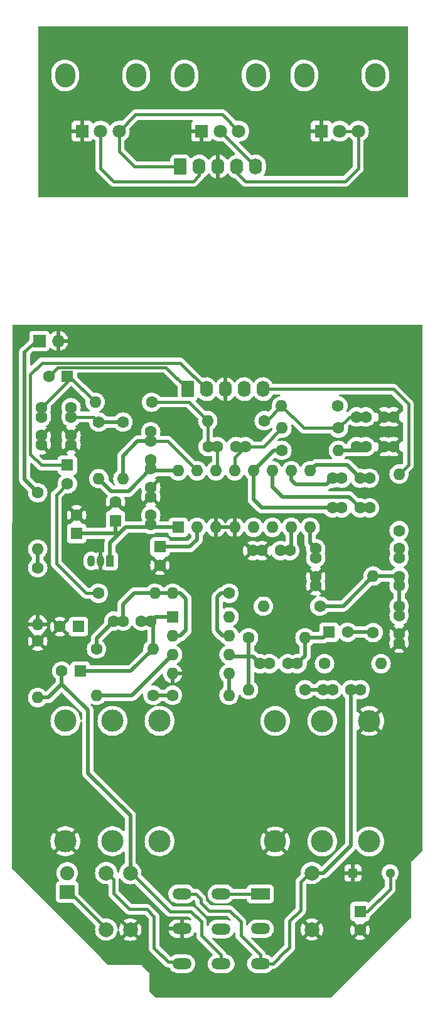
<source format=gbr>
%TF.GenerationSoftware,KiCad,Pcbnew,7.0.2-6a45011f42~172~ubuntu22.04.1*%
%TF.CreationDate,2023-05-21T10:08:46+01:00*%
%TF.ProjectId,Rebote2.5-offboard,5265626f-7465-4322-9e35-2d6f6666626f,rev?*%
%TF.SameCoordinates,Original*%
%TF.FileFunction,Copper,L1,Top*%
%TF.FilePolarity,Positive*%
%FSLAX46Y46*%
G04 Gerber Fmt 4.6, Leading zero omitted, Abs format (unit mm)*
G04 Created by KiCad (PCBNEW 7.0.2-6a45011f42~172~ubuntu22.04.1) date 2023-05-21 10:08:46*
%MOMM*%
%LPD*%
G01*
G04 APERTURE LIST*
G04 Aperture macros list*
%AMRoundRect*
0 Rectangle with rounded corners*
0 $1 Rounding radius*
0 $2 $3 $4 $5 $6 $7 $8 $9 X,Y pos of 4 corners*
0 Add a 4 corners polygon primitive as box body*
4,1,4,$2,$3,$4,$5,$6,$7,$8,$9,$2,$3,0*
0 Add four circle primitives for the rounded corners*
1,1,$1+$1,$2,$3*
1,1,$1+$1,$4,$5*
1,1,$1+$1,$6,$7*
1,1,$1+$1,$8,$9*
0 Add four rect primitives between the rounded corners*
20,1,$1+$1,$2,$3,$4,$5,0*
20,1,$1+$1,$4,$5,$6,$7,0*
20,1,$1+$1,$6,$7,$8,$9,0*
20,1,$1+$1,$8,$9,$2,$3,0*%
G04 Aperture macros list end*
%TA.AperFunction,ComponentPad*%
%ADD10RoundRect,0.250000X-0.620000X-0.845000X0.620000X-0.845000X0.620000X0.845000X-0.620000X0.845000X0*%
%TD*%
%TA.AperFunction,ComponentPad*%
%ADD11O,1.740000X2.190000*%
%TD*%
%TA.AperFunction,ComponentPad*%
%ADD12R,2.600000X1.500000*%
%TD*%
%TA.AperFunction,ComponentPad*%
%ADD13O,2.600000X1.500000*%
%TD*%
%TA.AperFunction,ComponentPad*%
%ADD14C,3.000000*%
%TD*%
%TA.AperFunction,ComponentPad*%
%ADD15R,1.700000X1.700000*%
%TD*%
%TA.AperFunction,ComponentPad*%
%ADD16O,1.700000X1.700000*%
%TD*%
%TA.AperFunction,ComponentPad*%
%ADD17R,1.600000X1.600000*%
%TD*%
%TA.AperFunction,ComponentPad*%
%ADD18C,1.600000*%
%TD*%
%TA.AperFunction,ComponentPad*%
%ADD19R,2.000000X1.900000*%
%TD*%
%TA.AperFunction,ComponentPad*%
%ADD20C,1.900000*%
%TD*%
%TA.AperFunction,ComponentPad*%
%ADD21C,1.998980*%
%TD*%
%TA.AperFunction,ComponentPad*%
%ADD22R,1.300000X1.300000*%
%TD*%
%TA.AperFunction,ComponentPad*%
%ADD23C,1.300000*%
%TD*%
%TA.AperFunction,ComponentPad*%
%ADD24O,1.600000X1.600000*%
%TD*%
%TA.AperFunction,ComponentPad*%
%ADD25O,2.720000X3.240000*%
%TD*%
%TA.AperFunction,ComponentPad*%
%ADD26R,1.800000X1.800000*%
%TD*%
%TA.AperFunction,ComponentPad*%
%ADD27C,1.800000*%
%TD*%
%TA.AperFunction,ComponentPad*%
%ADD28R,1.050000X1.500000*%
%TD*%
%TA.AperFunction,ComponentPad*%
%ADD29O,1.050000X1.500000*%
%TD*%
%TA.AperFunction,Conductor*%
%ADD30C,0.500000*%
%TD*%
%TA.AperFunction,Conductor*%
%ADD31C,0.400000*%
%TD*%
G04 APERTURE END LIST*
D10*
%TO.P,REF\u002A\u002A,1*%
%TO.N,Net-(C21-Pad2)*%
X138760000Y-69800000D03*
D11*
%TO.P,REF\u002A\u002A,2*%
%TO.N,Net-(C22-Pad1)*%
X141300000Y-69800000D03*
%TO.P,REF\u002A\u002A,3*%
%TO.N,GND*%
X143840000Y-69800000D03*
%TO.P,REF\u002A\u002A,4*%
%TO.N,Net-(R12-Pad2)*%
X146380000Y-69800000D03*
%TO.P,REF\u002A\u002A,5*%
%TO.N,Net-(R15-Pad2)*%
X148920000Y-69800000D03*
%TD*%
D10*
%TO.P,REF\u002A\u002A,1*%
%TO.N,Net-(C21-Pad2)*%
X137760000Y-39800000D03*
D11*
%TO.P,REF\u002A\u002A,2*%
%TO.N,Net-(C22-Pad1)*%
X140300000Y-39800000D03*
%TO.P,REF\u002A\u002A,3*%
%TO.N,GND*%
X142840000Y-39800000D03*
%TO.P,REF\u002A\u002A,4*%
%TO.N,Net-(R12-Pad2)*%
X145380000Y-39800000D03*
%TO.P,REF\u002A\u002A,5*%
%TO.N,Net-(R15-Pad2)*%
X147920000Y-39800000D03*
%TD*%
D12*
%TO.P,SW1,1,A*%
%TO.N,Net-(SW1A-A)*%
X148550000Y-137825000D03*
D13*
%TO.P,SW1,2,A*%
X143250000Y-137825000D03*
%TO.P,SW1,3,A*%
%TO.N,I*%
X137950000Y-137825000D03*
%TO.P,SW1,4,B*%
%TO.N,Net-(J1-T)*%
X148550000Y-142525000D03*
%TO.P,SW1,5,B*%
%TO.N,Net-(J4-T)*%
X143250000Y-142550000D03*
%TO.P,SW1,6,B*%
%TO.N,GND*%
X137950000Y-142525000D03*
%TO.P,SW1,7,C*%
%TO.N,I*%
X148550000Y-147225000D03*
%TO.P,SW1,8,C*%
%TO.N,O*%
X143250000Y-147225000D03*
%TO.P,SW1,9,C*%
%TO.N,Net-(SW1C-C)*%
X137950000Y-147225000D03*
%TD*%
D14*
%TO.P,J3,1,S*%
%TO.N,GND*%
X122250000Y-130730000D03*
%TO.P,J3,2,T*%
%TO.N,Net-(J3-T)*%
X134950000Y-130730000D03*
%TO.P,J3,3,R*%
%TO.N,unconnected-(J3-R-Pad3)*%
X128600000Y-130730000D03*
%TO.P,J3,4,SN*%
%TO.N,unconnected-(J3-SN-Pad4)*%
X122250000Y-114500000D03*
%TO.P,J3,5,TN*%
%TO.N,unconnected-(J3-TN-Pad5)*%
X134950000Y-114500000D03*
%TO.P,J3,6,RN*%
%TO.N,unconnected-(J3-RN-Pad6)*%
X128600000Y-114500000D03*
%TD*%
D15*
%TO.P,J1,1,P1*%
%TO.N,+9V*%
X118735000Y-63300000D03*
D16*
%TO.P,J1,2,P2*%
%TO.N,GND*%
X121275000Y-63300000D03*
%TD*%
D17*
%TO.P,C24,1*%
%TO.N,+9V*%
X162000000Y-140200000D03*
D18*
%TO.P,C24,2*%
%TO.N,GND*%
X162000000Y-142700000D03*
%TD*%
D19*
%TO.P,D1,1,K*%
%TO.N,Net-(D1-K)*%
X122500000Y-137540000D03*
D20*
%TO.P,D1,2,A*%
%TO.N,+9V*%
X122500000Y-135000000D03*
%TD*%
D21*
%TO.P,R22,1*%
%TO.N,I*%
X155500000Y-135000000D03*
%TO.P,R22,2*%
%TO.N,GND*%
X155500000Y-142620000D03*
%TD*%
%TO.P,R23,1*%
%TO.N,O*%
X131000000Y-135020000D03*
%TO.P,R23,2*%
%TO.N,GND*%
X131000000Y-142640000D03*
%TD*%
%TO.P,R24,1*%
%TO.N,Net-(D1-K)*%
X127750000Y-142620000D03*
%TO.P,R24,2*%
%TO.N,Net-(SW1C-C)*%
X127750000Y-135000000D03*
%TD*%
D22*
%TO.P,C23,1*%
%TO.N,GND*%
X161050000Y-135000000D03*
D23*
%TO.P,C23,2*%
%TO.N,+9V*%
X166050000Y-135000000D03*
%TD*%
D14*
%TO.P,J2,1,S*%
%TO.N,GND*%
X163250000Y-114530000D03*
%TO.P,J2,2,T*%
%TO.N,Net-(J2-T)*%
X150550000Y-114530000D03*
%TO.P,J2,3,R*%
%TO.N,unconnected-(J2-R-Pad3)*%
X156900000Y-114530000D03*
%TO.P,J2,4,SN*%
%TO.N,unconnected-(J2-SN-Pad4)*%
X163250000Y-130760000D03*
%TO.P,J2,5,TN*%
%TO.N,GND*%
X150550000Y-130760000D03*
%TO.P,J2,6,RN*%
%TO.N,unconnected-(J2-RN-Pad6)*%
X156900000Y-130760000D03*
%TD*%
D18*
%TO.P,R21,1*%
%TO.N,LPF2-OUT*%
X133880000Y-71550000D03*
D24*
%TO.P,R21,2*%
%TO.N,Net-(C20-Pad2)*%
X126260000Y-71550000D03*
%TD*%
D18*
%TO.P,R18,1*%
%TO.N,Net-(C17-Pad2)*%
X159010000Y-72050000D03*
D24*
%TO.P,R18,2*%
%TO.N,Net-(C18-Pad2)*%
X151390000Y-72050000D03*
%TD*%
D18*
%TO.P,R4,1*%
%TO.N,VD*%
X136700000Y-111050000D03*
D24*
%TO.P,R4,2*%
%TO.N,Net-(U1B-+)*%
X144320000Y-111050000D03*
%TD*%
D25*
%TO.P,RV2,*%
%TO.N,*%
X138335000Y-27525000D03*
X147935000Y-27525000D03*
D26*
%TO.P,RV2,1,1*%
%TO.N,GND*%
X140635000Y-35025000D03*
D27*
%TO.P,RV2,2,2*%
%TO.N,Net-(R15-Pad2)*%
X143135000Y-35025000D03*
%TO.P,RV2,3,3*%
%TO.N,Net-(C21-Pad2)*%
X145635000Y-35025000D03*
%TD*%
D17*
%TO.P,C8,1*%
%TO.N,+5V*%
X123760000Y-89255113D03*
D18*
%TO.P,C8,2*%
%TO.N,GND*%
X123760000Y-86755113D03*
%TD*%
D28*
%TO.P,U2,1,VO*%
%TO.N,+5V*%
X128280000Y-92940000D03*
D29*
%TO.P,U2,2,GND*%
%TO.N,GND*%
X127010000Y-92940000D03*
%TO.P,U2,3,VI*%
%TO.N,+9V*%
X125740000Y-92940000D03*
%TD*%
D18*
%TO.P,C18,1*%
%TO.N,GND*%
X166510000Y-73550000D03*
X165260000Y-73550000D03*
%TO.P,C18,2*%
%TO.N,Net-(C18-Pad2)*%
X162760000Y-73550000D03*
X161510000Y-73550000D03*
%TD*%
%TO.P,C12,1*%
%TO.N,GND*%
X147510000Y-91550000D03*
X148760000Y-91550000D03*
%TO.P,C12,2*%
%TO.N,Net-(U3-CC1)*%
X151260000Y-91550000D03*
X152510000Y-91550000D03*
%TD*%
D25*
%TO.P,RV1,*%
%TO.N,*%
X154460000Y-27525000D03*
X164060000Y-27525000D03*
D26*
%TO.P,RV1,1,1*%
%TO.N,GND*%
X156760000Y-35025000D03*
D27*
%TO.P,RV1,2,2*%
%TO.N,Net-(R12-Pad2)*%
X159260000Y-35025000D03*
%TO.P,RV1,3,3*%
X161760000Y-35025000D03*
%TD*%
D18*
%TO.P,R20,1*%
%TO.N,Net-(C18-Pad2)*%
X149070000Y-74050000D03*
D24*
%TO.P,R20,2*%
%TO.N,LPF2-OUT*%
X141450000Y-74050000D03*
%TD*%
D18*
%TO.P,R3,1*%
%TO.N,Net-(C2-Pad2)*%
X154570000Y-110300000D03*
D24*
%TO.P,R3,2*%
%TO.N,Net-(U1B--)*%
X146950000Y-110300000D03*
%TD*%
D17*
%TO.P,C16,1*%
%TO.N,Net-(C14-Pad2)*%
X124260000Y-107800000D03*
D18*
%TO.P,C16,2*%
%TO.N,O*%
X121760000Y-107800000D03*
%TD*%
%TO.P,C5,1*%
%TO.N,GND*%
X167260000Y-104050000D03*
X167260000Y-102800000D03*
%TO.P,C5,2*%
%TO.N,Net-(C15-Pad1)*%
X167260000Y-100300000D03*
X167260000Y-99050000D03*
%TD*%
%TO.P,R14,1*%
%TO.N,Net-(U1A--)*%
X126450000Y-104800000D03*
D24*
%TO.P,R14,2*%
%TO.N,Net-(C14-Pad2)*%
X134070000Y-104800000D03*
%TD*%
D18*
%TO.P,C17,1*%
%TO.N,GND*%
X166510000Y-77550000D03*
X165260000Y-77550000D03*
%TO.P,C17,2*%
%TO.N,Net-(C17-Pad2)*%
X162760000Y-77550000D03*
X161510000Y-77550000D03*
%TD*%
D17*
%TO.P,C3,1*%
%TO.N,AI*%
X157804888Y-102550000D03*
D18*
%TO.P,C3,2*%
%TO.N,Net-(C3-Pad2)*%
X160304888Y-102550000D03*
%TD*%
%TO.P,C14,1*%
%TO.N,Net-(U1A--)*%
X128760000Y-101050000D03*
X130010000Y-101050000D03*
%TO.P,C14,2*%
%TO.N,Net-(C14-Pad2)*%
X132510000Y-101050000D03*
X133760000Y-101050000D03*
%TD*%
D17*
%TO.P,C21,1*%
%TO.N,Net-(C20-Pad2)*%
X122510000Y-68050000D03*
D18*
%TO.P,C21,2*%
%TO.N,Net-(C21-Pad2)*%
X120010000Y-68050000D03*
%TD*%
%TO.P,R1,1*%
%TO.N,+9V*%
X118510000Y-83740000D03*
D24*
%TO.P,R1,2*%
%TO.N,VD*%
X118510000Y-91360000D03*
%TD*%
D18*
%TO.P,R6,1*%
%TO.N,Net-(C3-Pad2)*%
X163760000Y-102610000D03*
D24*
%TO.P,R6,2*%
%TO.N,Net-(C15-Pad1)*%
X163760000Y-94990000D03*
%TD*%
D17*
%TO.P,C1,1*%
%TO.N,VD*%
X124010000Y-101800000D03*
D18*
%TO.P,C1,2*%
%TO.N,GND*%
X121510000Y-101800000D03*
%TD*%
%TO.P,C9,1*%
%TO.N,LPF1-IN*%
X133760000Y-80550000D03*
X133760000Y-79300000D03*
%TO.P,C9,2*%
%TO.N,LPF1-OUT*%
X133760000Y-76800000D03*
X133760000Y-75550000D03*
%TD*%
%TO.P,C7,1*%
%TO.N,GND*%
X133760000Y-83050000D03*
X133760000Y-84300000D03*
%TO.P,C7,2*%
%TO.N,+5V*%
X133760000Y-86800000D03*
X133760000Y-88050000D03*
%TD*%
%TO.P,R10,1*%
%TO.N,AI*%
X144320000Y-97300000D03*
D24*
%TO.P,R10,2*%
%TO.N,Net-(U1A--)*%
X136700000Y-97300000D03*
%TD*%
D18*
%TO.P,C4,1*%
%TO.N,Net-(U1B--)*%
X148510000Y-106800000D03*
X149760000Y-106800000D03*
%TO.P,C4,2*%
%TO.N,AI*%
X152260000Y-106800000D03*
X153510000Y-106800000D03*
%TD*%
%TO.P,C26,1*%
%TO.N,Net-(U3-OP2-IN)*%
X163260000Y-85800000D03*
X162010000Y-85800000D03*
%TO.P,C26,2*%
%TO.N,DELAY_OUT*%
X159510000Y-85800000D03*
X158260000Y-85800000D03*
%TD*%
%TO.P,R12,1*%
%TO.N,Net-(U3-VCO)*%
X157200000Y-106800000D03*
D24*
%TO.P,R12,2*%
%TO.N,Net-(R12-Pad2)*%
X164820000Y-106800000D03*
%TD*%
D18*
%TO.P,R2,1*%
%TO.N,VD*%
X118510000Y-93860000D03*
D24*
%TO.P,R2,2*%
%TO.N,GND*%
X118510000Y-101480000D03*
%TD*%
D18*
%TO.P,R9,1*%
%TO.N,Net-(C6-Pad2)*%
X130010000Y-74240000D03*
D24*
%TO.P,R9,2*%
%TO.N,LPF1-OUT*%
X130010000Y-81860000D03*
%TD*%
D17*
%TO.P,U3,1,VCC*%
%TO.N,+5V*%
X137470000Y-88420000D03*
D24*
%TO.P,U3,2,REF*%
%TO.N,Net-(U3-REF)*%
X140010000Y-88420000D03*
%TO.P,U3,3,AGND*%
%TO.N,GND*%
X142550000Y-88420000D03*
%TO.P,U3,4,DGND*%
X145090000Y-88420000D03*
%TO.P,U3,5,CLK_O*%
%TO.N,unconnected-(U3-CLK_O-Pad5)*%
X147630000Y-88420000D03*
%TO.P,U3,6,VCO*%
%TO.N,Net-(U3-VCO)*%
X150170000Y-88420000D03*
%TO.P,U3,7,CC1*%
%TO.N,Net-(U3-CC1)*%
X152710000Y-88420000D03*
%TO.P,U3,8,CC0*%
%TO.N,Net-(U3-CC0)*%
X155250000Y-88420000D03*
%TO.P,U3,9,OP1-OUT*%
%TO.N,Net-(U3-OP1-OUT)*%
X155250000Y-80800000D03*
%TO.P,U3,10,OP1-IN*%
%TO.N,Net-(U3-OP1-IN)*%
X152710000Y-80800000D03*
%TO.P,U3,11,OP2-IN*%
%TO.N,Net-(U3-OP2-IN)*%
X150170000Y-80800000D03*
%TO.P,U3,12,OP2-OUT*%
%TO.N,DELAY_OUT*%
X147630000Y-80800000D03*
%TO.P,U3,13,LPF2-IN*%
%TO.N,LPF2-IN*%
X145090000Y-80800000D03*
%TO.P,U3,14,LPF2-OUT*%
%TO.N,LPF2-OUT*%
X142550000Y-80800000D03*
%TO.P,U3,15,LPF1-OUT*%
%TO.N,LPF1-OUT*%
X140010000Y-80800000D03*
%TO.P,U3,16,LPF1-IN*%
%TO.N,LPF1-IN*%
X137470000Y-80800000D03*
%TD*%
D18*
%TO.P,R17,1*%
%TO.N,GND*%
X118510000Y-103740000D03*
D24*
%TO.P,R17,2*%
%TO.N,O*%
X118510000Y-111360000D03*
%TD*%
D17*
%TO.P,C11,1*%
%TO.N,Net-(U3-REF)*%
X135010000Y-91050000D03*
D18*
%TO.P,C11,2*%
%TO.N,GND*%
X135010000Y-93550000D03*
%TD*%
%TO.P,R19,1*%
%TO.N,Net-(C18-Pad2)*%
X159070000Y-75050000D03*
D24*
%TO.P,R19,2*%
%TO.N,LPF2-IN*%
X151450000Y-75050000D03*
%TD*%
D18*
%TO.P,R7,1*%
%TO.N,Net-(C15-Pad1)*%
X156570000Y-99050000D03*
D24*
%TO.P,R7,2*%
%TO.N,Net-(C6-Pad2)*%
X148950000Y-99050000D03*
%TD*%
D18*
%TO.P,C15,1*%
%TO.N,Net-(C15-Pad1)*%
X167260000Y-96300000D03*
X167260000Y-95050000D03*
%TO.P,C15,2*%
%TO.N,Net-(C15-Pad2)*%
X167260000Y-92550000D03*
X167260000Y-91300000D03*
%TD*%
D17*
%TO.P,U1,1*%
%TO.N,Net-(C14-Pad2)*%
X136710000Y-100500000D03*
D24*
%TO.P,U1,2,-*%
%TO.N,Net-(U1A--)*%
X136710000Y-103040000D03*
%TO.P,U1,3,+*%
%TO.N,Net-(U1A-+)*%
X136710000Y-105580000D03*
%TO.P,U1,4,V-*%
%TO.N,GND*%
X136710000Y-108120000D03*
%TO.P,U1,5,+*%
%TO.N,Net-(U1B-+)*%
X144330000Y-108120000D03*
%TO.P,U1,6,-*%
%TO.N,Net-(U1B--)*%
X144330000Y-105580000D03*
%TO.P,U1,7*%
%TO.N,AI*%
X144330000Y-103040000D03*
%TO.P,U1,8,V+*%
%TO.N,+9V*%
X144330000Y-100500000D03*
%TD*%
D18*
%TO.P,R5,1*%
%TO.N,Net-(U1B--)*%
X146950000Y-103300000D03*
D24*
%TO.P,R5,2*%
%TO.N,AI*%
X154570000Y-103300000D03*
%TD*%
D17*
%TO.P,C22,1*%
%TO.N,Net-(C22-Pad1)*%
X122510000Y-80050000D03*
D18*
%TO.P,C22,2*%
%TO.N,Net-(C22-Pad2)*%
X122510000Y-82550000D03*
%TD*%
%TO.P,R13,1*%
%TO.N,VD*%
X134070000Y-111050000D03*
D24*
%TO.P,R13,2*%
%TO.N,Net-(U1A-+)*%
X126450000Y-111050000D03*
%TD*%
D25*
%TO.P,RV3,*%
%TO.N,*%
X122210000Y-27525000D03*
X131810000Y-27525000D03*
D26*
%TO.P,RV3,1,1*%
%TO.N,GND*%
X124510000Y-35025000D03*
D27*
%TO.P,RV3,2,2*%
%TO.N,Net-(C22-Pad1)*%
X127010000Y-35025000D03*
%TO.P,RV3,3,3*%
%TO.N,Net-(C21-Pad2)*%
X129510000Y-35025000D03*
%TD*%
D18*
%TO.P,C2,1*%
%TO.N,I*%
X162010000Y-110300000D03*
X160760000Y-110300000D03*
%TO.P,C2,2*%
%TO.N,Net-(C2-Pad2)*%
X158260000Y-110300000D03*
X157010000Y-110300000D03*
%TD*%
%TO.P,C25,1*%
%TO.N,Net-(U3-OP1-OUT)*%
X163260000Y-81800000D03*
X162010000Y-81800000D03*
%TO.P,C25,2*%
%TO.N,Net-(U3-OP1-IN)*%
X159510000Y-81800000D03*
X158260000Y-81800000D03*
%TD*%
%TO.P,R11,1*%
%TO.N,Net-(C22-Pad2)*%
X126700000Y-97300000D03*
D24*
%TO.P,R11,2*%
%TO.N,Net-(U1A--)*%
X134320000Y-97300000D03*
%TD*%
D18*
%TO.P,C6,1*%
%TO.N,GND*%
X123010000Y-77300000D03*
X123010000Y-76050000D03*
%TO.P,C6,2*%
%TO.N,Net-(C6-Pad2)*%
X123010000Y-73550000D03*
X123010000Y-72300000D03*
%TD*%
%TO.P,C13,1*%
%TO.N,GND*%
X156010000Y-96300000D03*
X156010000Y-95050000D03*
%TO.P,C13,2*%
%TO.N,Net-(U3-CC0)*%
X156010000Y-92550000D03*
X156010000Y-91300000D03*
%TD*%
%TO.P,C19,1*%
%TO.N,LPF2-IN*%
X146510000Y-77550000D03*
X145260000Y-77550000D03*
%TO.P,C19,2*%
%TO.N,LPF2-OUT*%
X142760000Y-77550000D03*
X141510000Y-77550000D03*
%TD*%
%TO.P,R15,1*%
%TO.N,Net-(C15-Pad2)*%
X167260000Y-88860000D03*
D24*
%TO.P,R15,2*%
%TO.N,Net-(R15-Pad2)*%
X167260000Y-81240000D03*
%TD*%
D18*
%TO.P,C20,1*%
%TO.N,GND*%
X119010000Y-77300000D03*
X119010000Y-76050000D03*
%TO.P,C20,2*%
%TO.N,Net-(C20-Pad2)*%
X119010000Y-73550000D03*
X119010000Y-72300000D03*
%TD*%
%TO.P,R16,1*%
%TO.N,DELAY_OUT*%
X151450000Y-78050000D03*
D24*
%TO.P,R16,2*%
%TO.N,Net-(C17-Pad2)*%
X159070000Y-78050000D03*
%TD*%
D18*
%TO.P,R8,1*%
%TO.N,Net-(C6-Pad2)*%
X126760000Y-74240000D03*
D24*
%TO.P,R8,2*%
%TO.N,LPF1-IN*%
X126760000Y-81860000D03*
%TD*%
D17*
%TO.P,C10,1*%
%TO.N,+5V*%
X129010000Y-87505113D03*
D18*
%TO.P,C10,2*%
%TO.N,GND*%
X129010000Y-85005113D03*
%TD*%
D30*
%TO.N,+9V*%
X116760000Y-64800000D02*
X116760000Y-81990000D01*
D31*
X118735000Y-63300000D02*
X118260000Y-63300000D01*
X118260000Y-63300000D02*
X116760000Y-64800000D01*
%TO.N,Net-(C22-Pad1)*%
X128760000Y-41800000D02*
X127010000Y-40050000D01*
X139510000Y-41800000D02*
X128760000Y-41800000D01*
X140300000Y-39800000D02*
X140300000Y-41010000D01*
X140300000Y-41010000D02*
X139510000Y-41800000D01*
X127010000Y-40050000D02*
X127010000Y-35025000D01*
%TO.N,Net-(R15-Pad2)*%
X147920000Y-39800000D02*
X147910000Y-39800000D01*
X147910000Y-39800000D02*
X143135000Y-35025000D01*
%TO.N,Net-(R12-Pad2)*%
X159260000Y-35025000D02*
X161760000Y-35025000D01*
X160010000Y-41800000D02*
X161760000Y-40050000D01*
X146510000Y-41800000D02*
X160010000Y-41800000D01*
X145380000Y-39800000D02*
X145380000Y-40670000D01*
X145380000Y-40670000D02*
X146510000Y-41800000D01*
X161760000Y-40050000D02*
X161760000Y-35025000D01*
%TO.N,Net-(C21-Pad2)*%
X145635000Y-35025000D02*
X143410000Y-32800000D01*
X143410000Y-32800000D02*
X131735000Y-32800000D01*
X131735000Y-32800000D02*
X129510000Y-35025000D01*
X131510000Y-39800000D02*
X129510000Y-37800000D01*
X137760000Y-39800000D02*
X131510000Y-39800000D01*
X129510000Y-37800000D02*
X129510000Y-35025000D01*
%TO.N,Net-(R15-Pad2)*%
X168510000Y-79050000D02*
X168510000Y-71800000D01*
X148920000Y-69800000D02*
X166510000Y-69800000D01*
X166510000Y-69800000D02*
X168510000Y-71800000D01*
%TO.N,Net-(C22-Pad1)*%
X117510000Y-78550000D02*
X117510000Y-67800000D01*
X141300000Y-69800000D02*
X141260000Y-69800000D01*
X119060000Y-66250000D02*
X117510000Y-67800000D01*
X141260000Y-69800000D02*
X137710000Y-66250000D01*
X137710000Y-66250000D02*
X119060000Y-66250000D01*
%TO.N,Net-(C21-Pad2)*%
X120010000Y-68050000D02*
X121210000Y-66850000D01*
X121210000Y-66850000D02*
X135810000Y-66850000D01*
X135810000Y-66850000D02*
X138760000Y-69800000D01*
%TO.N,Net-(R15-Pad2)*%
X167260000Y-81240000D02*
X168510000Y-79990000D01*
X168510000Y-79990000D02*
X168510000Y-79050000D01*
%TO.N,Net-(C22-Pad1)*%
X122510000Y-80050000D02*
X119010000Y-80050000D01*
X119010000Y-80050000D02*
X117510000Y-78550000D01*
%TO.N,Net-(C22-Pad2)*%
X126700000Y-97300000D02*
X125010000Y-97300000D01*
X121010000Y-84050000D02*
X122510000Y-82550000D01*
X125010000Y-97300000D02*
X121010000Y-93300000D01*
X121010000Y-93300000D02*
X121010000Y-84050000D01*
%TO.N,Net-(C20-Pad2)*%
X126260000Y-71550000D02*
X122760000Y-68050000D01*
X122760000Y-68050000D02*
X122510000Y-68050000D01*
X119010000Y-72300000D02*
X122510000Y-68800000D01*
X122510000Y-68800000D02*
X122510000Y-68050000D01*
%TO.N,LPF2-OUT*%
X133880000Y-71550000D02*
X138950000Y-71550000D01*
X138950000Y-71550000D02*
X141450000Y-74050000D01*
%TO.N,Net-(C6-Pad2)*%
X123010000Y-73550000D02*
X126070000Y-73550000D01*
X126070000Y-73550000D02*
X126760000Y-74240000D01*
%TO.N,LPF1-OUT*%
X140010000Y-80800000D02*
X136010000Y-76800000D01*
X136010000Y-76800000D02*
X133760000Y-76800000D01*
%TO.N,LPF2-OUT*%
X142760000Y-77550000D02*
X142760000Y-80590000D01*
X142760000Y-80590000D02*
X142550000Y-80800000D01*
X141510000Y-77550000D02*
X142760000Y-77550000D01*
X141450000Y-74050000D02*
X141450000Y-77490000D01*
X141450000Y-77490000D02*
X141510000Y-77550000D01*
X141450000Y-74730000D02*
X141450000Y-74050000D01*
%TO.N,Net-(C18-Pad2)*%
X161510000Y-73550000D02*
X160570000Y-73550000D01*
X160570000Y-73550000D02*
X159070000Y-75050000D01*
X159070000Y-75050000D02*
X154390000Y-75050000D01*
X154390000Y-75050000D02*
X151390000Y-72050000D01*
X149070000Y-74050000D02*
X149390000Y-74050000D01*
X149390000Y-74050000D02*
X151390000Y-72050000D01*
%TO.N,LPF2-IN*%
X146510000Y-77550000D02*
X148950000Y-77550000D01*
X148950000Y-77550000D02*
X151450000Y-75050000D01*
X145090000Y-80800000D02*
X145090000Y-78970000D01*
X145090000Y-78970000D02*
X146510000Y-77550000D01*
D30*
%TO.N,DELAY_OUT*%
X147630000Y-80800000D02*
X150380000Y-78050000D01*
X150380000Y-78050000D02*
X151450000Y-78050000D01*
D31*
%TO.N,+9V*%
X162000000Y-140200000D02*
X163000000Y-140200000D01*
X163000000Y-140200000D02*
X166050000Y-137150000D01*
X166050000Y-137150000D02*
X166050000Y-135000000D01*
D30*
X116760000Y-81990000D02*
X118510000Y-83740000D01*
D31*
%TO.N,Net-(D1-K)*%
X122750000Y-137500000D02*
X127750000Y-142500000D01*
D30*
%TO.N,O*%
X118510000Y-111360000D02*
X119950000Y-111360000D01*
X119950000Y-111360000D02*
X121760000Y-109550000D01*
X125260000Y-121550000D02*
X131000000Y-127290000D01*
D31*
X140600000Y-143425000D02*
X143250000Y-146075000D01*
D30*
X121760000Y-107800000D02*
X121760000Y-109550000D01*
X125260000Y-113050000D02*
X125260000Y-121550000D01*
X121760000Y-109550000D02*
X125260000Y-113050000D01*
X131000000Y-127290000D02*
X131000000Y-135020000D01*
D31*
X131220000Y-135020000D02*
X136400000Y-140200000D01*
X143250000Y-146075000D02*
X143250000Y-147225000D01*
X140600000Y-141600000D02*
X140600000Y-143425000D01*
X139200000Y-140200000D02*
X140600000Y-141600000D01*
X136400000Y-140200000D02*
X139200000Y-140200000D01*
%TO.N,I*%
X148550000Y-146075000D02*
X145900000Y-143425000D01*
X151925000Y-145575000D02*
X152500000Y-145000000D01*
X148550000Y-147225000D02*
X148550000Y-146075000D01*
X152500000Y-145000000D02*
X152500000Y-141500000D01*
X141600000Y-140100000D02*
X140500000Y-139000000D01*
X151900000Y-145575000D02*
X151925000Y-145575000D01*
X154000000Y-140000000D02*
X154000000Y-136250000D01*
X137950000Y-137825000D02*
X139825000Y-137825000D01*
X140500000Y-138500000D02*
X139825000Y-137825000D01*
D30*
X160760000Y-110300000D02*
X160760000Y-131300000D01*
D31*
X154000000Y-136250000D02*
X155500000Y-134750000D01*
D30*
X157060000Y-135000000D02*
X155500000Y-135000000D01*
D31*
X140500000Y-139000000D02*
X140500000Y-138500000D01*
X145900000Y-141600000D02*
X144400000Y-140100000D01*
X150250000Y-147225000D02*
X151900000Y-145575000D01*
D30*
X160760000Y-131300000D02*
X157060000Y-135000000D01*
D31*
X148550000Y-147225000D02*
X150250000Y-147225000D01*
X144400000Y-140100000D02*
X141600000Y-140100000D01*
X145900000Y-143425000D02*
X145900000Y-141600000D01*
X152500000Y-141500000D02*
X154000000Y-140000000D01*
%TO.N,Net-(SW1C-C)*%
X133200000Y-139900000D02*
X134200000Y-140900000D01*
X130900000Y-139900000D02*
X133200000Y-139900000D01*
X128749489Y-137749489D02*
X130900000Y-139900000D01*
X128749489Y-135879489D02*
X128749489Y-137749489D01*
X134200000Y-140900000D02*
X134200000Y-145100000D01*
X127870000Y-135000000D02*
X128749489Y-135879489D01*
X134200000Y-145100000D02*
X136100000Y-147000000D01*
X136100000Y-147000000D02*
X137725000Y-147000000D01*
%TO.N,Net-(SW1A-A)*%
X143250000Y-137825000D02*
X148550000Y-137825000D01*
D30*
%TO.N,VD*%
X134070000Y-111050000D02*
X136700000Y-111050000D01*
X118510000Y-91360000D02*
X118510000Y-93860000D01*
%TO.N,Net-(C2-Pad2)*%
X154570000Y-110300000D02*
X158260000Y-110300000D01*
%TO.N,AI*%
X142760000Y-102300000D02*
X142760000Y-97800000D01*
X157054888Y-103300000D02*
X157804888Y-102550000D01*
X154570000Y-105740000D02*
X153510000Y-106800000D01*
X144330000Y-103040000D02*
X143500000Y-103040000D01*
X143260000Y-97300000D02*
X144320000Y-97300000D01*
X154570000Y-103300000D02*
X157054888Y-103300000D01*
X154570000Y-103300000D02*
X154570000Y-105740000D01*
X143500000Y-103040000D02*
X142760000Y-102300000D01*
X142760000Y-97800000D02*
X143260000Y-97300000D01*
%TO.N,Net-(C3-Pad2)*%
X160304888Y-102550000D02*
X163700000Y-102550000D01*
%TO.N,Net-(U1B--)*%
X144330000Y-105830000D02*
X147010000Y-105830000D01*
X146950000Y-105890000D02*
X147010000Y-105830000D01*
X146950000Y-110300000D02*
X146950000Y-105890000D01*
X147540000Y-105830000D02*
X148510000Y-106800000D01*
X146950000Y-103300000D02*
X146950000Y-105770000D01*
X146950000Y-105770000D02*
X147010000Y-105830000D01*
X147010000Y-105830000D02*
X147540000Y-105830000D01*
%TO.N,Net-(C15-Pad1)*%
X163760000Y-94990000D02*
X167200000Y-94990000D01*
X167260000Y-95050000D02*
X167260000Y-100300000D01*
X156570000Y-99050000D02*
X159700000Y-99050000D01*
X159700000Y-99050000D02*
X163760000Y-94990000D01*
%TO.N,Net-(C6-Pad2)*%
X126760000Y-74240000D02*
X130010000Y-74240000D01*
%TO.N,+5V*%
X128280000Y-90530000D02*
X129635000Y-89175000D01*
X129010000Y-89005113D02*
X129260000Y-89255113D01*
X129260000Y-89255113D02*
X129554887Y-89255113D01*
X129554887Y-89255113D02*
X129635000Y-89175000D01*
X129010000Y-87505113D02*
X129010000Y-89005113D01*
X129635000Y-89175000D02*
X130390000Y-88420000D01*
X128280000Y-92940000D02*
X128280000Y-90530000D01*
X130390000Y-88420000D02*
X137470000Y-88420000D01*
X123760000Y-89255113D02*
X129260000Y-89255113D01*
%TO.N,LPF1-IN*%
X133760000Y-80550000D02*
X130760000Y-83550000D01*
X137470000Y-80800000D02*
X134010000Y-80800000D01*
X128450000Y-83550000D02*
X126760000Y-81860000D01*
X130760000Y-83550000D02*
X128450000Y-83550000D01*
%TO.N,LPF1-OUT*%
X130010000Y-78800000D02*
X132010000Y-76800000D01*
X130010000Y-81860000D02*
X130010000Y-78800000D01*
X132010000Y-76800000D02*
X133760000Y-76800000D01*
%TO.N,Net-(U3-REF)*%
X140010000Y-90050000D02*
X140010000Y-88420000D01*
X139010000Y-91050000D02*
X140010000Y-90050000D01*
X135010000Y-91050000D02*
X139010000Y-91050000D01*
%TO.N,Net-(U3-CC1)*%
X152710000Y-88420000D02*
X152710000Y-91350000D01*
%TO.N,Net-(U3-CC0)*%
X155250000Y-90540000D02*
X156010000Y-91300000D01*
X155250000Y-88420000D02*
X155250000Y-90540000D01*
%TO.N,Net-(U1A--)*%
X138510000Y-102300000D02*
X138510000Y-98050000D01*
X137760000Y-97300000D02*
X136700000Y-97300000D01*
X136700000Y-97300000D02*
X131510000Y-97300000D01*
X126450000Y-103360000D02*
X128760000Y-101050000D01*
X138510000Y-98050000D02*
X137760000Y-97300000D01*
X137770000Y-103040000D02*
X138510000Y-102300000D01*
X126450000Y-104800000D02*
X126450000Y-103360000D01*
X131510000Y-97300000D02*
X130010000Y-98800000D01*
X136710000Y-103040000D02*
X137770000Y-103040000D01*
X130010000Y-98800000D02*
X130010000Y-101050000D01*
%TO.N,Net-(C14-Pad2)*%
X131070000Y-107800000D02*
X134070000Y-104800000D01*
X134310000Y-100500000D02*
X133760000Y-101050000D01*
X124260000Y-107800000D02*
X131070000Y-107800000D01*
X134070000Y-104800000D02*
X134070000Y-101360000D01*
X136710000Y-100500000D02*
X134310000Y-100500000D01*
%TO.N,Net-(C17-Pad2)*%
X159070000Y-78050000D02*
X162510000Y-78050000D01*
%TO.N,Net-(U3-OP1-OUT)*%
X160210001Y-80000001D02*
X162010000Y-81800000D01*
X156049999Y-80000001D02*
X160210001Y-80000001D01*
X155250000Y-80800000D02*
X156049999Y-80000001D01*
%TO.N,Net-(U3-OP1-IN)*%
X153309999Y-82599999D02*
X152710000Y-82000000D01*
X158260000Y-81800000D02*
X157460001Y-82599999D01*
X152710000Y-82000000D02*
X152710000Y-80800000D01*
X157460001Y-82599999D02*
X153309999Y-82599999D01*
%TO.N,Net-(U3-OP2-IN)*%
X151510000Y-84300000D02*
X160510000Y-84300000D01*
X150170000Y-80800000D02*
X150170000Y-82960000D01*
X150170000Y-82960000D02*
X151510000Y-84300000D01*
X160510000Y-84300000D02*
X162010000Y-85800000D01*
%TO.N,DELAY_OUT*%
X158260000Y-85800000D02*
X148760000Y-85800000D01*
X148760000Y-85800000D02*
X147630000Y-84670000D01*
X147630000Y-84670000D02*
X147630000Y-80800000D01*
%TO.N,Net-(U1B-+)*%
X144330000Y-108120000D02*
X144330000Y-111040000D01*
%TO.N,Net-(U1A-+)*%
X131240000Y-111050000D02*
X136710000Y-105580000D01*
X126450000Y-111050000D02*
X131240000Y-111050000D01*
%TD*%
%TA.AperFunction,Conductor*%
%TO.N,GND*%
G36*
X144762359Y-88181955D02*
G01*
X144704835Y-88294852D01*
X144685014Y-88420000D01*
X144704835Y-88545148D01*
X144762359Y-88658045D01*
X144778314Y-88674000D01*
X142861686Y-88674000D01*
X142877641Y-88658045D01*
X142935165Y-88545148D01*
X142954986Y-88420000D01*
X142935165Y-88294852D01*
X142877641Y-88181955D01*
X142861686Y-88166000D01*
X144778314Y-88166000D01*
X144762359Y-88181955D01*
G37*
%TD.AperFunction*%
%TA.AperFunction,Conductor*%
G36*
X132379867Y-83106977D02*
G01*
X132436703Y-83149524D01*
X132461355Y-83214050D01*
X132466949Y-83277994D01*
X132526186Y-83499071D01*
X132583393Y-83621750D01*
X132594054Y-83691942D01*
X132583393Y-83728250D01*
X132526186Y-83850928D01*
X132466951Y-84072000D01*
X132447004Y-84299999D01*
X132466951Y-84527999D01*
X132526186Y-84749070D01*
X132622912Y-84956497D01*
X132672900Y-85027888D01*
X133361272Y-84339516D01*
X133374835Y-84425148D01*
X133432359Y-84538045D01*
X133521955Y-84627641D01*
X133634852Y-84685165D01*
X133720482Y-84698727D01*
X133032110Y-85387098D01*
X133032110Y-85387100D01*
X133112531Y-85443411D01*
X133111225Y-85445275D01*
X133153438Y-85482438D01*
X133172904Y-85550714D01*
X133152367Y-85618675D01*
X133111088Y-85654451D01*
X133112281Y-85656154D01*
X132915696Y-85793804D01*
X132753804Y-85955696D01*
X132622477Y-86143249D01*
X132525715Y-86350756D01*
X132466457Y-86571912D01*
X132446502Y-86800000D01*
X132466457Y-87028087D01*
X132525716Y-87249245D01*
X132582841Y-87371751D01*
X132593502Y-87441942D01*
X132582841Y-87478249D01*
X132531315Y-87588749D01*
X132484398Y-87642035D01*
X132417120Y-87661500D01*
X130454441Y-87661500D01*
X130436169Y-87660168D01*
X130426228Y-87658711D01*
X130361728Y-87629042D01*
X130323507Y-87569211D01*
X130318500Y-87534043D01*
X130318500Y-86659843D01*
X130318500Y-86659842D01*
X130318500Y-86656475D01*
X130311989Y-86595912D01*
X130260889Y-86458909D01*
X130259273Y-86456750D01*
X130173261Y-86341851D01*
X130056205Y-86254224D01*
X129987702Y-86228674D01*
X129919201Y-86203124D01*
X129911478Y-86202293D01*
X129861993Y-86196973D01*
X129861980Y-86196972D01*
X129858910Y-86196642D01*
X129858720Y-86196621D01*
X129858640Y-86196613D01*
X129858883Y-86196632D01*
X129792515Y-86173210D01*
X129748967Y-86117137D01*
X129746623Y-86100945D01*
X129049518Y-85403840D01*
X129135148Y-85390278D01*
X129248045Y-85332754D01*
X129337641Y-85243158D01*
X129395165Y-85130261D01*
X129408727Y-85044631D01*
X130097097Y-85733001D01*
X130097099Y-85733001D01*
X130147087Y-85661611D01*
X130243813Y-85454183D01*
X130303048Y-85233112D01*
X130322995Y-85005112D01*
X130303048Y-84777113D01*
X130243813Y-84556041D01*
X130211968Y-84487750D01*
X130201307Y-84417558D01*
X130230287Y-84352746D01*
X130289707Y-84313889D01*
X130326163Y-84308500D01*
X130695559Y-84308500D01*
X130713820Y-84309830D01*
X130737789Y-84313341D01*
X130784253Y-84309275D01*
X130787647Y-84308979D01*
X130798628Y-84308500D01*
X130800513Y-84308500D01*
X130804180Y-84308500D01*
X130835301Y-84304861D01*
X130838896Y-84304494D01*
X130914426Y-84297887D01*
X130914430Y-84297885D01*
X130915751Y-84297770D01*
X130934856Y-84293535D01*
X130936106Y-84293079D01*
X130936113Y-84293079D01*
X131007400Y-84267132D01*
X131010769Y-84265961D01*
X131082738Y-84242114D01*
X131082739Y-84242112D01*
X131084007Y-84241693D01*
X131101613Y-84233169D01*
X131102725Y-84232437D01*
X131102732Y-84232435D01*
X131166138Y-84190730D01*
X131169161Y-84188806D01*
X131191785Y-84174852D01*
X131233651Y-84149030D01*
X131233652Y-84149028D01*
X131234788Y-84148328D01*
X131249959Y-84135970D01*
X131250871Y-84135002D01*
X131250874Y-84135001D01*
X131302929Y-84079824D01*
X131305414Y-84077265D01*
X132246745Y-83135934D01*
X132309052Y-83101913D01*
X132379867Y-83106977D01*
G37*
%TD.AperFunction*%
%TA.AperFunction,Conductor*%
G36*
X144094000Y-71379896D02*
G01*
X144244968Y-71347361D01*
X144462624Y-71259899D01*
X144662366Y-71136914D01*
X144838453Y-70981937D01*
X144985813Y-70799436D01*
X145000853Y-70772514D01*
X145051536Y-70722799D01*
X145121053Y-70708377D01*
X145187331Y-70733827D01*
X145215243Y-70763404D01*
X145239590Y-70799426D01*
X145303599Y-70894131D01*
X145465969Y-71063545D01*
X145654624Y-71203074D01*
X145654626Y-71203075D01*
X145654629Y-71203077D01*
X145864159Y-71308720D01*
X146088529Y-71377432D01*
X146131238Y-71382901D01*
X146321282Y-71407237D01*
X146321282Y-71407236D01*
X146321283Y-71407237D01*
X146555727Y-71397278D01*
X146785116Y-71347841D01*
X147002850Y-71260349D01*
X147202665Y-71137317D01*
X147378815Y-70982286D01*
X147526230Y-70799716D01*
X147541166Y-70772978D01*
X147591848Y-70723264D01*
X147661364Y-70708840D01*
X147727642Y-70734290D01*
X147755558Y-70763870D01*
X147761715Y-70772980D01*
X147843600Y-70894132D01*
X147987047Y-71043802D01*
X148005969Y-71063545D01*
X148194624Y-71203074D01*
X148194626Y-71203075D01*
X148194629Y-71203077D01*
X148404159Y-71308720D01*
X148628529Y-71377432D01*
X148671238Y-71382901D01*
X148861282Y-71407237D01*
X148861282Y-71407236D01*
X148861283Y-71407237D01*
X149095727Y-71397278D01*
X149325116Y-71347841D01*
X149542850Y-71260349D01*
X149742665Y-71137317D01*
X149918815Y-70982286D01*
X150066230Y-70799716D01*
X150180670Y-70594859D01*
X150181494Y-70592526D01*
X150183613Y-70589590D01*
X150185900Y-70585497D01*
X150186375Y-70585762D01*
X150223044Y-70534961D01*
X150289123Y-70508996D01*
X150300297Y-70508500D01*
X151130235Y-70508500D01*
X151198356Y-70528502D01*
X151244849Y-70582158D01*
X151254953Y-70652432D01*
X151225459Y-70717012D01*
X151165733Y-70755396D01*
X151162846Y-70756207D01*
X150940756Y-70815715D01*
X150733249Y-70912477D01*
X150545696Y-71043804D01*
X150383804Y-71205696D01*
X150252477Y-71393249D01*
X150155715Y-71600756D01*
X150096457Y-71821912D01*
X150076502Y-72050000D01*
X150096443Y-72277935D01*
X150082453Y-72347540D01*
X150060017Y-72378011D01*
X149651920Y-72786108D01*
X149589608Y-72820134D01*
X149530601Y-72815913D01*
X149529890Y-72818569D01*
X149467024Y-72801724D01*
X149298087Y-72756457D01*
X149070000Y-72736502D01*
X148841912Y-72756457D01*
X148620756Y-72815715D01*
X148413249Y-72912477D01*
X148225696Y-73043804D01*
X148063804Y-73205696D01*
X147932477Y-73393249D01*
X147835715Y-73600756D01*
X147776457Y-73821912D01*
X147756502Y-74049999D01*
X147776457Y-74278087D01*
X147835715Y-74499243D01*
X147932477Y-74706750D01*
X148063804Y-74894303D01*
X148225696Y-75056195D01*
X148413249Y-75187522D01*
X148620756Y-75284284D01*
X148680015Y-75300162D01*
X148841913Y-75343543D01*
X149070000Y-75363498D01*
X149298087Y-75343543D01*
X149519243Y-75284284D01*
X149726749Y-75187523D01*
X149914300Y-75056198D01*
X149928058Y-75042439D01*
X149990368Y-75008414D01*
X150061184Y-75013477D01*
X150118020Y-75056023D01*
X150142674Y-75120551D01*
X150146924Y-75169120D01*
X150156443Y-75277935D01*
X150142453Y-75347540D01*
X150120017Y-75378011D01*
X148693433Y-76804596D01*
X148631123Y-76838620D01*
X148604340Y-76841500D01*
X147676878Y-76841500D01*
X147608757Y-76821498D01*
X147573665Y-76787771D01*
X147516195Y-76705696D01*
X147354303Y-76543804D01*
X147166750Y-76412477D01*
X146959243Y-76315715D01*
X146738087Y-76256457D01*
X146510000Y-76236502D01*
X146281912Y-76256457D01*
X146060754Y-76315716D01*
X145938249Y-76372841D01*
X145868058Y-76383502D01*
X145831751Y-76372841D01*
X145709245Y-76315716D01*
X145488087Y-76256457D01*
X145488086Y-76256456D01*
X145260000Y-76236502D01*
X145259999Y-76236502D01*
X145031912Y-76256457D01*
X144810756Y-76315715D01*
X144603249Y-76412477D01*
X144415696Y-76543804D01*
X144253804Y-76705696D01*
X144116154Y-76902281D01*
X144114203Y-76900915D01*
X144077278Y-76942852D01*
X144009000Y-76962313D01*
X143941041Y-76941771D01*
X143905698Y-76900984D01*
X143903846Y-76902281D01*
X143809570Y-76767641D01*
X143766198Y-76705700D01*
X143766197Y-76705699D01*
X143766195Y-76705696D01*
X143604303Y-76543804D01*
X143416750Y-76412477D01*
X143209243Y-76315715D01*
X142988087Y-76256457D01*
X142760000Y-76236502D01*
X142531912Y-76256457D01*
X142317111Y-76314013D01*
X142246135Y-76312323D01*
X142187339Y-76272529D01*
X142159391Y-76207265D01*
X142158500Y-76192306D01*
X142158500Y-75216877D01*
X142178502Y-75148756D01*
X142212230Y-75113664D01*
X142294301Y-75056197D01*
X142456195Y-74894303D01*
X142456195Y-74894302D01*
X142456198Y-74894300D01*
X142587523Y-74706749D01*
X142684284Y-74499243D01*
X142743543Y-74278087D01*
X142763498Y-74050000D01*
X142743543Y-73821913D01*
X142700162Y-73660015D01*
X142684284Y-73600756D01*
X142587522Y-73393249D01*
X142456195Y-73205696D01*
X142294303Y-73043804D01*
X142106750Y-72912477D01*
X141899243Y-72815715D01*
X141678087Y-72756457D01*
X141595630Y-72749243D01*
X141450000Y-72736502D01*
X141449999Y-72736502D01*
X141428717Y-72738364D01*
X141222063Y-72756443D01*
X141152460Y-72742455D01*
X141121988Y-72720018D01*
X139837898Y-71435928D01*
X139803872Y-71373616D01*
X139808937Y-71302801D01*
X139844323Y-71255530D01*
X139843238Y-71254445D01*
X139850787Y-71246895D01*
X139851484Y-71245965D01*
X139852216Y-71245466D01*
X139979028Y-71118654D01*
X139979030Y-71118652D01*
X140072115Y-70967738D01*
X140072116Y-70967732D01*
X140073547Y-70965414D01*
X140126332Y-70917935D01*
X140196407Y-70906532D01*
X140261523Y-70934824D01*
X140271755Y-70944376D01*
X140385969Y-71063545D01*
X140574624Y-71203074D01*
X140574626Y-71203075D01*
X140574629Y-71203077D01*
X140784159Y-71308720D01*
X141008529Y-71377432D01*
X141051238Y-71382901D01*
X141241282Y-71407237D01*
X141241282Y-71407236D01*
X141241283Y-71407237D01*
X141475727Y-71397278D01*
X141705116Y-71347841D01*
X141922850Y-71260349D01*
X142122665Y-71137317D01*
X142298815Y-70982286D01*
X142446230Y-70799716D01*
X142461439Y-70772489D01*
X142512120Y-70722775D01*
X142581636Y-70708351D01*
X142647915Y-70733801D01*
X142675831Y-70763381D01*
X142763992Y-70893819D01*
X142926294Y-71063162D01*
X143114896Y-71202651D01*
X143324344Y-71308254D01*
X143548632Y-71376940D01*
X143585999Y-71381725D01*
X143586000Y-71381725D01*
X143586000Y-70338812D01*
X143684674Y-70379685D01*
X143801003Y-70395000D01*
X143878997Y-70395000D01*
X143995326Y-70379685D01*
X144094000Y-70338812D01*
X144094000Y-71379896D01*
G37*
%TD.AperFunction*%
%TA.AperFunction,Conductor*%
G36*
X164874835Y-73675148D02*
G01*
X164932359Y-73788045D01*
X165021955Y-73877641D01*
X165134852Y-73935165D01*
X165220480Y-73948726D01*
X164532110Y-74637097D01*
X164532110Y-74637100D01*
X164603497Y-74687085D01*
X164810929Y-74783813D01*
X165032000Y-74843048D01*
X165259999Y-74862995D01*
X165487997Y-74843048D01*
X165709074Y-74783810D01*
X165831749Y-74726606D01*
X165901941Y-74715944D01*
X165938251Y-74726606D01*
X166060925Y-74783810D01*
X166282002Y-74843048D01*
X166510000Y-74862995D01*
X166737999Y-74843048D01*
X166959070Y-74783813D01*
X167166498Y-74687087D01*
X167237888Y-74637099D01*
X167237888Y-74637097D01*
X166549518Y-73948727D01*
X166635148Y-73935165D01*
X166748045Y-73877641D01*
X166837641Y-73788045D01*
X166895165Y-73675148D01*
X166908727Y-73589516D01*
X167597098Y-74277888D01*
X167619015Y-74275971D01*
X167627743Y-74268995D01*
X167698363Y-74261686D01*
X167761723Y-74293716D01*
X167797709Y-74354917D01*
X167801500Y-74385594D01*
X167801500Y-76714403D01*
X167781498Y-76782524D01*
X167727842Y-76829017D01*
X167657568Y-76839121D01*
X167625824Y-76824623D01*
X167597097Y-76822110D01*
X166908726Y-77510480D01*
X166895165Y-77424852D01*
X166837641Y-77311955D01*
X166748045Y-77222359D01*
X166635148Y-77164835D01*
X166549516Y-77151272D01*
X167237888Y-76462899D01*
X167166497Y-76412912D01*
X166959070Y-76316186D01*
X166737999Y-76256951D01*
X166510000Y-76237004D01*
X166282000Y-76256951D01*
X166060928Y-76316186D01*
X165938250Y-76373393D01*
X165868058Y-76384054D01*
X165831750Y-76373393D01*
X165709071Y-76316186D01*
X165487999Y-76256951D01*
X165260000Y-76237004D01*
X165032000Y-76256951D01*
X164810929Y-76316186D01*
X164603499Y-76412913D01*
X164532109Y-76462899D01*
X165220483Y-77151272D01*
X165134852Y-77164835D01*
X165021955Y-77222359D01*
X164932359Y-77311955D01*
X164874835Y-77424852D01*
X164861272Y-77510482D01*
X164172899Y-76822109D01*
X164116590Y-76902531D01*
X164114727Y-76901226D01*
X164077548Y-76943448D01*
X164009269Y-76962905D01*
X163941311Y-76942359D01*
X163905550Y-76901087D01*
X163903846Y-76902281D01*
X163809570Y-76767641D01*
X163766198Y-76705700D01*
X163766197Y-76705699D01*
X163766195Y-76705696D01*
X163604303Y-76543804D01*
X163416750Y-76412477D01*
X163209243Y-76315715D01*
X162988087Y-76256457D01*
X162760000Y-76236502D01*
X162531912Y-76256457D01*
X162310754Y-76315716D01*
X162188248Y-76372841D01*
X162118056Y-76383502D01*
X162081749Y-76372841D01*
X161959243Y-76315715D01*
X161738087Y-76256457D01*
X161738087Y-76256456D01*
X161510000Y-76236502D01*
X161509999Y-76236502D01*
X161281912Y-76256457D01*
X161060756Y-76315715D01*
X160853249Y-76412477D01*
X160665696Y-76543804D01*
X160503804Y-76705696D01*
X160372477Y-76893249D01*
X160275716Y-77100755D01*
X160267860Y-77130076D01*
X160230908Y-77190698D01*
X160167047Y-77221720D01*
X160096553Y-77213291D01*
X160057058Y-77186559D01*
X159914303Y-77043804D01*
X159726750Y-76912477D01*
X159519243Y-76815715D01*
X159298087Y-76756457D01*
X159070000Y-76736502D01*
X158841912Y-76756457D01*
X158620756Y-76815715D01*
X158413249Y-76912477D01*
X158225696Y-77043804D01*
X158063804Y-77205696D01*
X157932477Y-77393249D01*
X157835715Y-77600756D01*
X157776457Y-77821912D01*
X157758437Y-78027888D01*
X157756502Y-78050000D01*
X157765919Y-78157632D01*
X157776457Y-78278087D01*
X157835715Y-78499243D01*
X157932477Y-78706750D01*
X158063804Y-78894303D01*
X158195907Y-79026406D01*
X158229933Y-79088718D01*
X158224868Y-79159533D01*
X158182321Y-79216369D01*
X158115801Y-79241180D01*
X158106812Y-79241501D01*
X156114440Y-79241501D01*
X156096179Y-79240171D01*
X156072210Y-79236660D01*
X156022352Y-79241022D01*
X156011371Y-79241501D01*
X156005819Y-79241501D01*
X156002184Y-79241925D01*
X156002164Y-79241927D01*
X155974708Y-79245136D01*
X155971067Y-79245508D01*
X155894250Y-79252229D01*
X155875138Y-79256466D01*
X155802652Y-79282847D01*
X155799197Y-79284048D01*
X155725994Y-79308306D01*
X155708372Y-79316838D01*
X155643926Y-79359225D01*
X155640837Y-79361193D01*
X155575217Y-79401668D01*
X155560035Y-79414035D01*
X155515100Y-79461663D01*
X155453803Y-79497485D01*
X155412472Y-79500715D01*
X155250000Y-79486502D01*
X155021912Y-79506457D01*
X154800756Y-79565715D01*
X154593249Y-79662477D01*
X154405696Y-79793804D01*
X154243804Y-79955696D01*
X154112477Y-80143250D01*
X154094195Y-80182457D01*
X154047278Y-80235742D01*
X153979000Y-80255203D01*
X153911040Y-80234661D01*
X153865805Y-80182457D01*
X153855708Y-80160804D01*
X153847523Y-80143251D01*
X153716198Y-79955700D01*
X153716196Y-79955698D01*
X153716195Y-79955696D01*
X153554303Y-79793804D01*
X153366750Y-79662477D01*
X153159243Y-79565715D01*
X152938087Y-79506457D01*
X152811430Y-79495376D01*
X152710000Y-79486502D01*
X152709999Y-79486502D01*
X152481912Y-79506457D01*
X152260756Y-79565715D01*
X152053249Y-79662477D01*
X151865696Y-79793804D01*
X151703804Y-79955696D01*
X151572477Y-80143250D01*
X151554195Y-80182457D01*
X151507278Y-80235742D01*
X151439000Y-80255203D01*
X151371040Y-80234661D01*
X151325805Y-80182457D01*
X151315708Y-80160804D01*
X151307523Y-80143251D01*
X151176198Y-79955700D01*
X151176196Y-79955698D01*
X151176195Y-79955696D01*
X151014303Y-79793804D01*
X150826750Y-79662477D01*
X150619243Y-79565715D01*
X150398087Y-79506457D01*
X150297731Y-79497677D01*
X150231613Y-79471813D01*
X150189973Y-79414310D01*
X150186033Y-79343422D01*
X150219616Y-79283063D01*
X150437295Y-79065384D01*
X150499605Y-79031360D01*
X150570420Y-79036425D01*
X150598659Y-79051268D01*
X150793249Y-79187522D01*
X151000756Y-79284284D01*
X151059406Y-79299999D01*
X151221913Y-79343543D01*
X151450000Y-79363498D01*
X151678087Y-79343543D01*
X151899243Y-79284284D01*
X152106749Y-79187523D01*
X152294300Y-79056198D01*
X152456198Y-78894300D01*
X152587523Y-78706749D01*
X152684284Y-78499243D01*
X152743543Y-78278087D01*
X152763498Y-78050000D01*
X152743543Y-77821913D01*
X152695951Y-77644300D01*
X152684284Y-77600756D01*
X152587522Y-77393249D01*
X152456195Y-77205696D01*
X152294303Y-77043804D01*
X152106750Y-76912477D01*
X151899243Y-76815715D01*
X151678087Y-76756457D01*
X151450000Y-76736502D01*
X151449999Y-76736502D01*
X151221912Y-76756457D01*
X151025351Y-76809125D01*
X150954374Y-76807435D01*
X150895579Y-76767641D01*
X150867631Y-76702376D01*
X150879405Y-76632363D01*
X150903642Y-76598326D01*
X151121989Y-76379979D01*
X151184299Y-76345955D01*
X151222055Y-76343555D01*
X151450000Y-76363498D01*
X151678087Y-76343543D01*
X151899243Y-76284284D01*
X152106749Y-76187523D01*
X152294300Y-76056198D01*
X152456198Y-75894300D01*
X152587523Y-75706749D01*
X152684284Y-75499243D01*
X152743543Y-75278087D01*
X152763498Y-75050000D01*
X152743543Y-74821913D01*
X152712836Y-74707313D01*
X152714526Y-74636338D01*
X152754320Y-74577542D01*
X152819584Y-74549594D01*
X152889598Y-74561367D01*
X152923638Y-74585608D01*
X153871171Y-75533141D01*
X153876388Y-75538682D01*
X153916727Y-75584215D01*
X153940941Y-75600929D01*
X153966790Y-75618772D01*
X153972905Y-75623271D01*
X154020775Y-75660775D01*
X154030071Y-75664959D01*
X154049931Y-75676160D01*
X154058323Y-75681953D01*
X154058324Y-75681953D01*
X154058325Y-75681954D01*
X154115204Y-75703525D01*
X154122193Y-75706420D01*
X154177671Y-75731389D01*
X154187704Y-75733227D01*
X154209666Y-75739349D01*
X154219199Y-75742965D01*
X154279565Y-75750294D01*
X154287064Y-75751435D01*
X154346908Y-75762402D01*
X154407616Y-75758729D01*
X154415223Y-75758500D01*
X157903122Y-75758500D01*
X157971243Y-75778502D01*
X158006335Y-75812229D01*
X158063804Y-75894303D01*
X158225696Y-76056195D01*
X158413249Y-76187522D01*
X158620756Y-76284284D01*
X158680015Y-76300162D01*
X158841913Y-76343543D01*
X159070000Y-76363498D01*
X159298087Y-76343543D01*
X159519243Y-76284284D01*
X159726749Y-76187523D01*
X159914300Y-76056198D01*
X160076198Y-75894300D01*
X160207523Y-75706749D01*
X160304284Y-75499243D01*
X160363543Y-75278087D01*
X160383498Y-75050000D01*
X160363556Y-74822063D01*
X160377545Y-74752460D01*
X160399982Y-74721988D01*
X160532166Y-74589804D01*
X160594478Y-74555778D01*
X160665293Y-74560843D01*
X160693530Y-74575685D01*
X160853251Y-74687523D01*
X160938247Y-74727157D01*
X161060756Y-74784284D01*
X161116711Y-74799277D01*
X161281913Y-74843543D01*
X161510000Y-74863498D01*
X161738087Y-74843543D01*
X161959243Y-74784284D01*
X162081752Y-74727156D01*
X162151942Y-74716496D01*
X162188244Y-74727155D01*
X162310757Y-74784284D01*
X162531913Y-74843543D01*
X162760000Y-74863498D01*
X162988087Y-74843543D01*
X163209243Y-74784284D01*
X163416749Y-74687523D01*
X163604300Y-74556198D01*
X163766198Y-74394300D01*
X163897523Y-74206749D01*
X163897522Y-74206749D01*
X163903846Y-74197719D01*
X163905645Y-74198979D01*
X163942992Y-74156559D01*
X164011268Y-74137094D01*
X164079229Y-74157632D01*
X164114822Y-74198705D01*
X164116590Y-74197468D01*
X164172899Y-74277887D01*
X164861272Y-73589515D01*
X164874835Y-73675148D01*
G37*
%TD.AperFunction*%
%TA.AperFunction,Conductor*%
G36*
X123082461Y-69378502D02*
G01*
X123103435Y-69395405D01*
X124930018Y-71221988D01*
X124964044Y-71284300D01*
X124966443Y-71322062D01*
X124958992Y-71407237D01*
X124946502Y-71549999D01*
X124966457Y-71778087D01*
X125025715Y-71999243D01*
X125122477Y-72206750D01*
X125253804Y-72394303D01*
X125415696Y-72556195D01*
X125495803Y-72612287D01*
X125540131Y-72667744D01*
X125547440Y-72738364D01*
X125515409Y-72801724D01*
X125454208Y-72837709D01*
X125423532Y-72841500D01*
X124383771Y-72841500D01*
X124315650Y-72821498D01*
X124269157Y-72767842D01*
X124259053Y-72697568D01*
X124262064Y-72682889D01*
X124273282Y-72641019D01*
X124303543Y-72528087D01*
X124323498Y-72300000D01*
X124303543Y-72071913D01*
X124244284Y-71850757D01*
X124230833Y-71821912D01*
X124147522Y-71643249D01*
X124025035Y-71468321D01*
X124016198Y-71455700D01*
X124016197Y-71455699D01*
X124016195Y-71455696D01*
X123854303Y-71293804D01*
X123666750Y-71162477D01*
X123459243Y-71065715D01*
X123238087Y-71006457D01*
X123210483Y-71004042D01*
X123010000Y-70986502D01*
X123009999Y-70986502D01*
X122781912Y-71006457D01*
X122560756Y-71065715D01*
X122353249Y-71162477D01*
X122165696Y-71293804D01*
X122003804Y-71455696D01*
X121872477Y-71643249D01*
X121775715Y-71850756D01*
X121716457Y-72071912D01*
X121696502Y-72300000D01*
X121716457Y-72528087D01*
X121775716Y-72749245D01*
X121832841Y-72871751D01*
X121843502Y-72941942D01*
X121832841Y-72978249D01*
X121775716Y-73100754D01*
X121716457Y-73321912D01*
X121696502Y-73550000D01*
X121716457Y-73778087D01*
X121775715Y-73999243D01*
X121872477Y-74206750D01*
X122003804Y-74394303D01*
X122165696Y-74556195D01*
X122165699Y-74556197D01*
X122165700Y-74556198D01*
X122207702Y-74585608D01*
X122362281Y-74693846D01*
X122361020Y-74695645D01*
X122403444Y-74732998D01*
X122422905Y-74801275D01*
X122402364Y-74869235D01*
X122361294Y-74904823D01*
X122362531Y-74906590D01*
X122282109Y-74962900D01*
X122970481Y-75651272D01*
X122884852Y-75664835D01*
X122771955Y-75722359D01*
X122682359Y-75811955D01*
X122624835Y-75924852D01*
X122611272Y-76010482D01*
X121922900Y-75322109D01*
X121872913Y-75393499D01*
X121776186Y-75600929D01*
X121716951Y-75822000D01*
X121697004Y-76050000D01*
X121716951Y-76277999D01*
X121776186Y-76499071D01*
X121833393Y-76621750D01*
X121844054Y-76691942D01*
X121833393Y-76728250D01*
X121776186Y-76850928D01*
X121716951Y-77072000D01*
X121697004Y-77299999D01*
X121716951Y-77527999D01*
X121776186Y-77749070D01*
X121872912Y-77956497D01*
X121922900Y-78027888D01*
X122611272Y-77339515D01*
X122624835Y-77425148D01*
X122682359Y-77538045D01*
X122771955Y-77627641D01*
X122884852Y-77685165D01*
X122970481Y-77698726D01*
X122282110Y-78387097D01*
X122282110Y-78387100D01*
X122353497Y-78437086D01*
X122491215Y-78501305D01*
X122544500Y-78548223D01*
X122563961Y-78616500D01*
X122543419Y-78684460D01*
X122489396Y-78730525D01*
X122437965Y-78741500D01*
X121661362Y-78741500D01*
X121658013Y-78741859D01*
X121658013Y-78741860D01*
X121600799Y-78748011D01*
X121463794Y-78799111D01*
X121346738Y-78886738D01*
X121259111Y-79003794D01*
X121233704Y-79071913D01*
X121208011Y-79140799D01*
X121201500Y-79201362D01*
X121201500Y-79204730D01*
X121201500Y-79215500D01*
X121181498Y-79283621D01*
X121127842Y-79330114D01*
X121075500Y-79341500D01*
X119355661Y-79341500D01*
X119287540Y-79321498D01*
X119266566Y-79304595D01*
X118778044Y-78816073D01*
X118744018Y-78753761D01*
X118749083Y-78682946D01*
X118791630Y-78626110D01*
X118858150Y-78601299D01*
X118878121Y-78601457D01*
X119010000Y-78612995D01*
X119237999Y-78593048D01*
X119459070Y-78533813D01*
X119666498Y-78437087D01*
X119737888Y-78387099D01*
X119737888Y-78387097D01*
X119049518Y-77698727D01*
X119135148Y-77685165D01*
X119248045Y-77627641D01*
X119337641Y-77538045D01*
X119395165Y-77425148D01*
X119408727Y-77339518D01*
X120097097Y-78027888D01*
X120097099Y-78027888D01*
X120147087Y-77956498D01*
X120243813Y-77749070D01*
X120303048Y-77527999D01*
X120322995Y-77300000D01*
X120303048Y-77072002D01*
X120243810Y-76850925D01*
X120186606Y-76728251D01*
X120175944Y-76658059D01*
X120186606Y-76621749D01*
X120243810Y-76499074D01*
X120303048Y-76277997D01*
X120322995Y-76050000D01*
X120303048Y-75822000D01*
X120243813Y-75600929D01*
X120147085Y-75393497D01*
X120097100Y-75322110D01*
X120097097Y-75322110D01*
X119408726Y-76010480D01*
X119395165Y-75924852D01*
X119337641Y-75811955D01*
X119248045Y-75722359D01*
X119135148Y-75664835D01*
X119049515Y-75651272D01*
X119737888Y-74962900D01*
X119657468Y-74906590D01*
X119658772Y-74904726D01*
X119616555Y-74867554D01*
X119597094Y-74799277D01*
X119617636Y-74731317D01*
X119658913Y-74695551D01*
X119657719Y-74693846D01*
X119738760Y-74637100D01*
X119854300Y-74556198D01*
X120016198Y-74394300D01*
X120147523Y-74206749D01*
X120244284Y-73999243D01*
X120303543Y-73778087D01*
X120323498Y-73550000D01*
X120303543Y-73321913D01*
X120244284Y-73100757D01*
X120187156Y-72978247D01*
X120176496Y-72908058D01*
X120187157Y-72871751D01*
X120244284Y-72749243D01*
X120303543Y-72528087D01*
X120323498Y-72300000D01*
X120303555Y-72072059D01*
X120317544Y-72002459D01*
X120339975Y-71971993D01*
X122916568Y-69395402D01*
X122978878Y-69361379D01*
X123005661Y-69358500D01*
X123014340Y-69358500D01*
X123082461Y-69378502D01*
G37*
%TD.AperFunction*%
%TA.AperFunction,Conductor*%
G36*
X166232461Y-70528502D02*
G01*
X166253435Y-70545405D01*
X167764595Y-72056565D01*
X167798621Y-72118877D01*
X167801500Y-72145660D01*
X167801500Y-72714403D01*
X167781498Y-72782524D01*
X167727842Y-72829017D01*
X167657568Y-72839121D01*
X167625824Y-72824623D01*
X167597097Y-72822110D01*
X166908726Y-73510480D01*
X166895165Y-73424852D01*
X166837641Y-73311955D01*
X166748045Y-73222359D01*
X166635148Y-73164835D01*
X166549516Y-73151272D01*
X167237888Y-72462899D01*
X167166497Y-72412912D01*
X166959070Y-72316186D01*
X166737999Y-72256951D01*
X166510000Y-72237004D01*
X166282000Y-72256951D01*
X166060928Y-72316186D01*
X165938250Y-72373393D01*
X165868058Y-72384054D01*
X165831750Y-72373393D01*
X165709071Y-72316186D01*
X165487999Y-72256951D01*
X165260000Y-72237004D01*
X165032000Y-72256951D01*
X164810929Y-72316186D01*
X164603499Y-72412913D01*
X164532109Y-72462899D01*
X165220483Y-73151272D01*
X165134852Y-73164835D01*
X165021955Y-73222359D01*
X164932359Y-73311955D01*
X164874835Y-73424852D01*
X164861272Y-73510482D01*
X164172899Y-72822109D01*
X164116590Y-72902531D01*
X164114727Y-72901226D01*
X164077548Y-72943448D01*
X164009269Y-72962905D01*
X163941311Y-72942359D01*
X163905550Y-72901087D01*
X163903846Y-72902281D01*
X163819991Y-72782524D01*
X163766198Y-72705700D01*
X163766197Y-72705699D01*
X163766195Y-72705696D01*
X163604303Y-72543804D01*
X163416750Y-72412477D01*
X163209243Y-72315715D01*
X162988087Y-72256457D01*
X162760000Y-72236502D01*
X162531912Y-72256457D01*
X162310754Y-72315716D01*
X162188249Y-72372841D01*
X162118058Y-72383502D01*
X162081751Y-72372841D01*
X161959245Y-72315716D01*
X161738087Y-72256457D01*
X161738087Y-72256456D01*
X161510000Y-72236502D01*
X161509999Y-72236502D01*
X161281912Y-72256457D01*
X161060756Y-72315715D01*
X160853249Y-72412477D01*
X160665696Y-72543804D01*
X160503803Y-72705697D01*
X160424097Y-72819526D01*
X160371333Y-72861700D01*
X160371619Y-72862334D01*
X160369151Y-72863444D01*
X160368639Y-72863854D01*
X160367495Y-72864189D01*
X160302910Y-72893256D01*
X160232581Y-72902973D01*
X160168164Y-72873124D01*
X160130110Y-72813188D01*
X160130501Y-72742192D01*
X160143782Y-72714769D01*
X160147519Y-72706754D01*
X160147523Y-72706749D01*
X160244284Y-72499243D01*
X160303543Y-72278087D01*
X160323498Y-72050000D01*
X160303543Y-71821913D01*
X160244284Y-71600757D01*
X160242859Y-71597702D01*
X160147522Y-71393249D01*
X160044392Y-71245965D01*
X160016198Y-71205700D01*
X160016197Y-71205699D01*
X160016195Y-71205696D01*
X159854303Y-71043804D01*
X159666750Y-70912477D01*
X159459243Y-70815715D01*
X159237154Y-70756207D01*
X159176531Y-70719255D01*
X159145510Y-70655394D01*
X159153938Y-70584900D01*
X159199141Y-70530153D01*
X159266767Y-70508536D01*
X159269765Y-70508500D01*
X166164340Y-70508500D01*
X166232461Y-70528502D01*
G37*
%TD.AperFunction*%
%TA.AperFunction,Conductor*%
G36*
X170376536Y-61145502D02*
G01*
X170423029Y-61199158D01*
X170434415Y-61251553D01*
X170424519Y-84951341D01*
X170424500Y-84951459D01*
X170424500Y-84998909D01*
X170424484Y-85036058D01*
X170424500Y-85036145D01*
X170424500Y-112722520D01*
X170424499Y-131916535D01*
X170404497Y-131984656D01*
X170387594Y-132005630D01*
X168978604Y-133414620D01*
X168963099Y-133426518D01*
X168947820Y-133444726D01*
X168940411Y-133452813D01*
X168931572Y-133461653D01*
X168925122Y-133471777D01*
X168924500Y-133472518D01*
X168920882Y-133482458D01*
X168919960Y-133492997D01*
X168920206Y-133493915D01*
X168924500Y-133526530D01*
X168924500Y-140916536D01*
X168904498Y-140984657D01*
X168887595Y-141005631D01*
X158105631Y-151787595D01*
X158043319Y-151821621D01*
X158016536Y-151824500D01*
X134483464Y-151824500D01*
X134415343Y-151804498D01*
X134394368Y-151787595D01*
X133612404Y-151005630D01*
X133578379Y-150943318D01*
X133575500Y-150916535D01*
X133575500Y-148545248D01*
X133578051Y-148525873D01*
X133575979Y-148502183D01*
X133575500Y-148491204D01*
X133575500Y-148478713D01*
X133572900Y-148466986D01*
X133572818Y-148466045D01*
X133572817Y-148466044D01*
X133568349Y-148456461D01*
X133561546Y-148448353D01*
X133560724Y-148447879D01*
X133534628Y-148427855D01*
X132585382Y-147478608D01*
X132573489Y-147463107D01*
X132555271Y-147447820D01*
X132547170Y-147440395D01*
X132538342Y-147431567D01*
X132528208Y-147425110D01*
X132527481Y-147424500D01*
X132517539Y-147420881D01*
X132507003Y-147419959D01*
X132506341Y-147420137D01*
X132506082Y-147420206D01*
X132473471Y-147424500D01*
X128083463Y-147424500D01*
X128015342Y-147404498D01*
X127994372Y-147387599D01*
X127043974Y-146437200D01*
X127043973Y-146437199D01*
X127029515Y-146422741D01*
X127029514Y-146422741D01*
X127029512Y-146422739D01*
X119145412Y-138538638D01*
X120991500Y-138538638D01*
X120998011Y-138599201D01*
X121013637Y-138641095D01*
X121049111Y-138736205D01*
X121136738Y-138853261D01*
X121253794Y-138940888D01*
X121253795Y-138940888D01*
X121253796Y-138940889D01*
X121390799Y-138991989D01*
X121451362Y-138998500D01*
X123194340Y-138998500D01*
X123262461Y-139018502D01*
X123283435Y-139035405D01*
X126278757Y-142030727D01*
X126312783Y-142093039D01*
X126312181Y-142149236D01*
X126255970Y-142383368D01*
X126237347Y-142619999D01*
X126255969Y-142856630D01*
X126311382Y-143087438D01*
X126402217Y-143306733D01*
X126526237Y-143509114D01*
X126680392Y-143689607D01*
X126860885Y-143843762D01*
X127063266Y-143967782D01*
X127063268Y-143967782D01*
X127063270Y-143967784D01*
X127124263Y-143993048D01*
X127282561Y-144058617D01*
X127282564Y-144058617D01*
X127282565Y-144058618D01*
X127513369Y-144114030D01*
X127750000Y-144132653D01*
X127986631Y-144114030D01*
X128217435Y-144058618D01*
X128217436Y-144058617D01*
X128217438Y-144058617D01*
X128270645Y-144036577D01*
X128436730Y-143967784D01*
X128639115Y-143843762D01*
X128819607Y-143689607D01*
X128973762Y-143509115D01*
X129097784Y-143306730D01*
X129180398Y-143107281D01*
X129188617Y-143087438D01*
X129189054Y-143085620D01*
X129244030Y-142856631D01*
X129248852Y-142795359D01*
X129274137Y-142729019D01*
X129331275Y-142686879D01*
X129402125Y-142682320D01*
X129464193Y-142716789D01*
X129497773Y-142779342D01*
X129500076Y-142795360D01*
X129506466Y-142876553D01*
X129561858Y-143107279D01*
X129652666Y-143326505D01*
X129767267Y-143513520D01*
X129767268Y-143513520D01*
X130515332Y-142765456D01*
X130540157Y-142850003D01*
X130617949Y-142971049D01*
X130726692Y-143065276D01*
X130857577Y-143125049D01*
X130872076Y-143127133D01*
X130126478Y-143872730D01*
X130126478Y-143872731D01*
X130313496Y-143987335D01*
X130532718Y-144078140D01*
X130763446Y-144133533D01*
X130999999Y-144152150D01*
X131236553Y-144133533D01*
X131467281Y-144078140D01*
X131686500Y-143987336D01*
X131873520Y-143872731D01*
X131873520Y-143872729D01*
X131127924Y-143127133D01*
X131142423Y-143125049D01*
X131273308Y-143065276D01*
X131382051Y-142971049D01*
X131459843Y-142850003D01*
X131484667Y-142765457D01*
X132232730Y-143513520D01*
X132232731Y-143513520D01*
X132347336Y-143326500D01*
X132438140Y-143107281D01*
X132493533Y-142876553D01*
X132512150Y-142639999D01*
X132493533Y-142403446D01*
X132438140Y-142172718D01*
X132347335Y-141953496D01*
X132232731Y-141766478D01*
X132232729Y-141766478D01*
X131484666Y-142514540D01*
X131459843Y-142429997D01*
X131382051Y-142308951D01*
X131273308Y-142214724D01*
X131142423Y-142154951D01*
X131127923Y-142152866D01*
X131873520Y-141407268D01*
X131873520Y-141407267D01*
X131686505Y-141292666D01*
X131467279Y-141201858D01*
X131236553Y-141146466D01*
X130999999Y-141127849D01*
X130763446Y-141146466D01*
X130532720Y-141201858D01*
X130313494Y-141292666D01*
X130126478Y-141407267D01*
X130126478Y-141407269D01*
X130872075Y-142152866D01*
X130857577Y-142154951D01*
X130726692Y-142214724D01*
X130617949Y-142308951D01*
X130540157Y-142429997D01*
X130515332Y-142514541D01*
X129767269Y-141766478D01*
X129767267Y-141766478D01*
X129652666Y-141953494D01*
X129561858Y-142172720D01*
X129506465Y-142403446D01*
X129501650Y-142464639D01*
X129476364Y-142530980D01*
X129419226Y-142573120D01*
X129348376Y-142577679D01*
X129286309Y-142543210D01*
X129252729Y-142480656D01*
X129250426Y-142464639D01*
X129244030Y-142383369D01*
X129188617Y-142152561D01*
X129106161Y-141953494D01*
X129097784Y-141933270D01*
X129093467Y-141926226D01*
X128973762Y-141730885D01*
X128819607Y-141550392D01*
X128639114Y-141396237D01*
X128436733Y-141272217D01*
X128217438Y-141181382D01*
X127986630Y-141125969D01*
X127768622Y-141108812D01*
X127750000Y-141107347D01*
X127749999Y-141107347D01*
X127513366Y-141125970D01*
X127472770Y-141135716D01*
X127401862Y-141132168D01*
X127354262Y-141102292D01*
X124045405Y-137793435D01*
X124011379Y-137731123D01*
X124008500Y-137704340D01*
X124008500Y-136544730D01*
X124008500Y-136541362D01*
X124001989Y-136480799D01*
X123950889Y-136343796D01*
X123950888Y-136343794D01*
X123863261Y-136226738D01*
X123746206Y-136139111D01*
X123689239Y-136117864D01*
X123632404Y-136075317D01*
X123607593Y-136008796D01*
X123622685Y-135939422D01*
X123640567Y-135914476D01*
X123654906Y-135898900D01*
X123787109Y-135696549D01*
X123884203Y-135475197D01*
X123943539Y-135240884D01*
X123963499Y-135000000D01*
X123943539Y-134759116D01*
X123884203Y-134524803D01*
X123787109Y-134303451D01*
X123654906Y-134101100D01*
X123523644Y-133958511D01*
X123491204Y-133923272D01*
X123491203Y-133923271D01*
X123491201Y-133923269D01*
X123327993Y-133796239D01*
X123300456Y-133774806D01*
X123087880Y-133659766D01*
X122933124Y-133606638D01*
X122859268Y-133581284D01*
X122620855Y-133541500D01*
X122379145Y-133541500D01*
X122140732Y-133581284D01*
X122140729Y-133581284D01*
X122140729Y-133581285D01*
X121912119Y-133659766D01*
X121699543Y-133774806D01*
X121508795Y-133923272D01*
X121345097Y-134101096D01*
X121345095Y-134101098D01*
X121345094Y-134101100D01*
X121297763Y-134173544D01*
X121212889Y-134303453D01*
X121115796Y-134524804D01*
X121059782Y-134746000D01*
X121056461Y-134759116D01*
X121036501Y-135000000D01*
X121056461Y-135240884D01*
X121056461Y-135240887D01*
X121056462Y-135240888D01*
X121115796Y-135475195D01*
X121212889Y-135696546D01*
X121212891Y-135696549D01*
X121345094Y-135898900D01*
X121359428Y-135914471D01*
X121390849Y-135978136D01*
X121382862Y-136048681D01*
X121338003Y-136103710D01*
X121310760Y-136117863D01*
X121253796Y-136139109D01*
X121136738Y-136226738D01*
X121049111Y-136343794D01*
X121006284Y-136458618D01*
X120998011Y-136480799D01*
X120991500Y-136541362D01*
X120991500Y-138538638D01*
X119145412Y-138538638D01*
X115112405Y-134505631D01*
X115078379Y-134443319D01*
X115075500Y-134416536D01*
X115075500Y-130734298D01*
X120237602Y-130734298D01*
X120255760Y-130999769D01*
X120256928Y-131008268D01*
X120311069Y-131268807D01*
X120313384Y-131277072D01*
X120402495Y-131527806D01*
X120405917Y-131535682D01*
X120528333Y-131771934D01*
X120532804Y-131779287D01*
X120660540Y-131960248D01*
X120660541Y-131960248D01*
X121571099Y-131049690D01*
X121596059Y-131107553D01*
X121700756Y-131248185D01*
X121835062Y-131360882D01*
X121930430Y-131408777D01*
X121020715Y-132318492D01*
X121020715Y-132318494D01*
X121085984Y-132371595D01*
X121092995Y-132376543D01*
X121320352Y-132514802D01*
X121327981Y-132518754D01*
X121572039Y-132624764D01*
X121580132Y-132627641D01*
X121836359Y-132699433D01*
X121844777Y-132701182D01*
X122108380Y-132737413D01*
X122116954Y-132738000D01*
X122383046Y-132738000D01*
X122391619Y-132737413D01*
X122655222Y-132701182D01*
X122663640Y-132699433D01*
X122919867Y-132627641D01*
X122927960Y-132624764D01*
X123172018Y-132518754D01*
X123179647Y-132514802D01*
X123407004Y-132376543D01*
X123414016Y-132371594D01*
X123479283Y-132318494D01*
X123479283Y-132318492D01*
X122571798Y-131411007D01*
X122588891Y-131404787D01*
X122735373Y-131308445D01*
X122855688Y-131180918D01*
X122930518Y-131051307D01*
X123839458Y-131960247D01*
X123967199Y-131779280D01*
X123971666Y-131771934D01*
X124094082Y-131535682D01*
X124097504Y-131527806D01*
X124186615Y-131277072D01*
X124188930Y-131268807D01*
X124243071Y-131008268D01*
X124244239Y-130999769D01*
X124262398Y-130734298D01*
X124262398Y-130725701D01*
X124244239Y-130460230D01*
X124243071Y-130451731D01*
X124188930Y-130191192D01*
X124186615Y-130182927D01*
X124097504Y-129932193D01*
X124094082Y-129924317D01*
X123971666Y-129688065D01*
X123967199Y-129680719D01*
X123839457Y-129499750D01*
X122928899Y-130410307D01*
X122903941Y-130352447D01*
X122799244Y-130211815D01*
X122664938Y-130099118D01*
X122569567Y-130051221D01*
X123479283Y-129141504D01*
X123414015Y-129088404D01*
X123407004Y-129083456D01*
X123179647Y-128945197D01*
X123172018Y-128941245D01*
X122927960Y-128835235D01*
X122919867Y-128832358D01*
X122663640Y-128760566D01*
X122655222Y-128758817D01*
X122391619Y-128722586D01*
X122383046Y-128722000D01*
X122116954Y-128722000D01*
X122108380Y-128722586D01*
X121844777Y-128758817D01*
X121836359Y-128760566D01*
X121580132Y-128832358D01*
X121572039Y-128835235D01*
X121327981Y-128941245D01*
X121320352Y-128945197D01*
X121092997Y-129083454D01*
X121085983Y-129088405D01*
X121020715Y-129141504D01*
X121020714Y-129141505D01*
X121928201Y-130048992D01*
X121911109Y-130055213D01*
X121764627Y-130151555D01*
X121644312Y-130279082D01*
X121569482Y-130408691D01*
X120660541Y-129499750D01*
X120532796Y-129680724D01*
X120528335Y-129688061D01*
X120405917Y-129924317D01*
X120402495Y-129932193D01*
X120313384Y-130182927D01*
X120311069Y-130191192D01*
X120256928Y-130451731D01*
X120255760Y-130460230D01*
X120237602Y-130725701D01*
X120237602Y-130734298D01*
X115075500Y-130734298D01*
X115075500Y-111360000D01*
X117196502Y-111360000D01*
X117216457Y-111588087D01*
X117275715Y-111809243D01*
X117372477Y-112016750D01*
X117503804Y-112204303D01*
X117665696Y-112366195D01*
X117853249Y-112497522D01*
X118060756Y-112594284D01*
X118120015Y-112610162D01*
X118281913Y-112653543D01*
X118510000Y-112673498D01*
X118738087Y-112653543D01*
X118959243Y-112594284D01*
X119166749Y-112497523D01*
X119354300Y-112366198D01*
X119516198Y-112204300D01*
X119538653Y-112172230D01*
X119594111Y-112127901D01*
X119641867Y-112118500D01*
X119885559Y-112118500D01*
X119903820Y-112119830D01*
X119927789Y-112123341D01*
X119974253Y-112119275D01*
X119977647Y-112118979D01*
X119988628Y-112118500D01*
X119990513Y-112118500D01*
X119994180Y-112118500D01*
X120025301Y-112114861D01*
X120028896Y-112114494D01*
X120104426Y-112107887D01*
X120104430Y-112107885D01*
X120105751Y-112107770D01*
X120124856Y-112103535D01*
X120126106Y-112103079D01*
X120126113Y-112103079D01*
X120197400Y-112077132D01*
X120200769Y-112075961D01*
X120272738Y-112052114D01*
X120272739Y-112052112D01*
X120274007Y-112051693D01*
X120291613Y-112043169D01*
X120292725Y-112042437D01*
X120292732Y-112042435D01*
X120356138Y-112000730D01*
X120359161Y-111998806D01*
X120423651Y-111959030D01*
X120423652Y-111959028D01*
X120424788Y-111958328D01*
X120439959Y-111945970D01*
X120440871Y-111945002D01*
X120440874Y-111945001D01*
X120492929Y-111889824D01*
X120495448Y-111887231D01*
X121670905Y-110711775D01*
X121733217Y-110677749D01*
X121804033Y-110682814D01*
X121849095Y-110711775D01*
X124464595Y-113327275D01*
X124498621Y-113389587D01*
X124501500Y-113416370D01*
X124501500Y-114295514D01*
X124481498Y-114363635D01*
X124427842Y-114410128D01*
X124357568Y-114420232D01*
X124292988Y-114390738D01*
X124254604Y-114331012D01*
X124249794Y-114304113D01*
X124246792Y-114260230D01*
X124244442Y-114225870D01*
X124188538Y-113956847D01*
X124096523Y-113697942D01*
X123970111Y-113453977D01*
X123811657Y-113229498D01*
X123624111Y-113028686D01*
X123555547Y-112972905D01*
X123414304Y-112857995D01*
X123414301Y-112857993D01*
X123410969Y-112855282D01*
X123176200Y-112712516D01*
X123172259Y-112710804D01*
X123172253Y-112710801D01*
X122928112Y-112604756D01*
X122928109Y-112604755D01*
X122924177Y-112603047D01*
X122920052Y-112601891D01*
X122920043Y-112601888D01*
X122663742Y-112530076D01*
X122663732Y-112530074D01*
X122659596Y-112528915D01*
X122655335Y-112528329D01*
X122655324Y-112528327D01*
X122391653Y-112492086D01*
X122391643Y-112492085D01*
X122387385Y-112491500D01*
X122112615Y-112491500D01*
X122108357Y-112492085D01*
X122108346Y-112492086D01*
X121844675Y-112528327D01*
X121844661Y-112528329D01*
X121840404Y-112528915D01*
X121836269Y-112530073D01*
X121836257Y-112530076D01*
X121579956Y-112601888D01*
X121579942Y-112601892D01*
X121575823Y-112603047D01*
X121571895Y-112604753D01*
X121571887Y-112604756D01*
X121327746Y-112710801D01*
X121327733Y-112710807D01*
X121323800Y-112712516D01*
X121320129Y-112714748D01*
X121320122Y-112714752D01*
X121092704Y-112853048D01*
X121092699Y-112853050D01*
X121089031Y-112855282D01*
X121085704Y-112857988D01*
X121085695Y-112857995D01*
X120879225Y-113025971D01*
X120879217Y-113025978D01*
X120875889Y-113028686D01*
X120872957Y-113031824D01*
X120872952Y-113031830D01*
X120691282Y-113226350D01*
X120691274Y-113226358D01*
X120688343Y-113229498D01*
X120685863Y-113233010D01*
X120685860Y-113233015D01*
X120532375Y-113450454D01*
X120532370Y-113450462D01*
X120529889Y-113453977D01*
X120527913Y-113457790D01*
X120527906Y-113457802D01*
X120405453Y-113694127D01*
X120405449Y-113694136D01*
X120403477Y-113697942D01*
X120402042Y-113701978D01*
X120402037Y-113701991D01*
X120312902Y-113952792D01*
X120312897Y-113952807D01*
X120311462Y-113956847D01*
X120310587Y-113961054D01*
X120310587Y-113961057D01*
X120256432Y-114221661D01*
X120256430Y-114221670D01*
X120255558Y-114225870D01*
X120255264Y-114230157D01*
X120255264Y-114230163D01*
X120244281Y-114390738D01*
X120236807Y-114500000D01*
X120237101Y-114504298D01*
X120253672Y-114746567D01*
X120255558Y-114774130D01*
X120256431Y-114778331D01*
X120256432Y-114778338D01*
X120266977Y-114829082D01*
X120311462Y-115043153D01*
X120312899Y-115047196D01*
X120312902Y-115047207D01*
X120402037Y-115298008D01*
X120402040Y-115298015D01*
X120403477Y-115302058D01*
X120405451Y-115305869D01*
X120405453Y-115305872D01*
X120527906Y-115542197D01*
X120527909Y-115542202D01*
X120529889Y-115546023D01*
X120688343Y-115770502D01*
X120691281Y-115773648D01*
X120691282Y-115773649D01*
X120716361Y-115800502D01*
X120875889Y-115971314D01*
X121089031Y-116144718D01*
X121323800Y-116287484D01*
X121575823Y-116396953D01*
X121840404Y-116471085D01*
X122112615Y-116508500D01*
X122116920Y-116508500D01*
X122383080Y-116508500D01*
X122387385Y-116508500D01*
X122659596Y-116471085D01*
X122924177Y-116396953D01*
X123176200Y-116287484D01*
X123410969Y-116144718D01*
X123624111Y-115971314D01*
X123811657Y-115770502D01*
X123970111Y-115546023D01*
X124096523Y-115302058D01*
X124188538Y-115043153D01*
X124244442Y-114774130D01*
X124249793Y-114695887D01*
X124274398Y-114629290D01*
X124331101Y-114586567D01*
X124401901Y-114581282D01*
X124464318Y-114615113D01*
X124498537Y-114677320D01*
X124501500Y-114704485D01*
X124501500Y-121485559D01*
X124500170Y-121503820D01*
X124496658Y-121527790D01*
X124501020Y-121577633D01*
X124501500Y-121588616D01*
X124501500Y-121594180D01*
X124501924Y-121597815D01*
X124501926Y-121597834D01*
X124505135Y-121625291D01*
X124505507Y-121628932D01*
X124512228Y-121705744D01*
X124516469Y-121724873D01*
X124542846Y-121797342D01*
X124544049Y-121800804D01*
X124568304Y-121874000D01*
X124576837Y-121891627D01*
X124619232Y-121956084D01*
X124621171Y-121959127D01*
X124660970Y-122023651D01*
X124661674Y-122024792D01*
X124674038Y-122039967D01*
X124730155Y-122092911D01*
X124732784Y-122095465D01*
X130204594Y-127567276D01*
X130238620Y-127629588D01*
X130241499Y-127656371D01*
X130241499Y-129225475D01*
X130221497Y-129293596D01*
X130167841Y-129340089D01*
X130097567Y-129350193D01*
X130032987Y-129320699D01*
X130023418Y-129311481D01*
X129974111Y-129258686D01*
X129866950Y-129171504D01*
X129764304Y-129087995D01*
X129764301Y-129087993D01*
X129760969Y-129085282D01*
X129526200Y-128942516D01*
X129522259Y-128940804D01*
X129522253Y-128940801D01*
X129278112Y-128834756D01*
X129278109Y-128834755D01*
X129274177Y-128833047D01*
X129270052Y-128831891D01*
X129270043Y-128831888D01*
X129013742Y-128760076D01*
X129013732Y-128760074D01*
X129009596Y-128758915D01*
X129005335Y-128758329D01*
X129005324Y-128758327D01*
X128741653Y-128722086D01*
X128741643Y-128722085D01*
X128737385Y-128721500D01*
X128462615Y-128721500D01*
X128458357Y-128722085D01*
X128458346Y-128722086D01*
X128194675Y-128758327D01*
X128194661Y-128758329D01*
X128190404Y-128758915D01*
X128186269Y-128760073D01*
X128186257Y-128760076D01*
X127929956Y-128831888D01*
X127929942Y-128831892D01*
X127925823Y-128833047D01*
X127921895Y-128834753D01*
X127921887Y-128834756D01*
X127677746Y-128940801D01*
X127677733Y-128940807D01*
X127673800Y-128942516D01*
X127670129Y-128944748D01*
X127670122Y-128944752D01*
X127442704Y-129083048D01*
X127442699Y-129083050D01*
X127439031Y-129085282D01*
X127435704Y-129087988D01*
X127435695Y-129087995D01*
X127229225Y-129255971D01*
X127229217Y-129255978D01*
X127225889Y-129258686D01*
X127222957Y-129261824D01*
X127222952Y-129261830D01*
X127041282Y-129456350D01*
X127041274Y-129456358D01*
X127038343Y-129459498D01*
X127035863Y-129463010D01*
X127035860Y-129463015D01*
X126882375Y-129680454D01*
X126882370Y-129680462D01*
X126879889Y-129683977D01*
X126877913Y-129687790D01*
X126877906Y-129687802D01*
X126755453Y-129924127D01*
X126755449Y-129924136D01*
X126753477Y-129927942D01*
X126752042Y-129931978D01*
X126752037Y-129931991D01*
X126662902Y-130182792D01*
X126662897Y-130182807D01*
X126661462Y-130186847D01*
X126660587Y-130191054D01*
X126660587Y-130191057D01*
X126606432Y-130451661D01*
X126606430Y-130451670D01*
X126605558Y-130455870D01*
X126605264Y-130460157D01*
X126605264Y-130460163D01*
X126595776Y-130598877D01*
X126586807Y-130730000D01*
X126587101Y-130734298D01*
X126605259Y-130999769D01*
X126605558Y-131004130D01*
X126606431Y-131008331D01*
X126606432Y-131008338D01*
X126629472Y-131119210D01*
X126661462Y-131273153D01*
X126662899Y-131277196D01*
X126662902Y-131277207D01*
X126752037Y-131528008D01*
X126752040Y-131528015D01*
X126753477Y-131532058D01*
X126755451Y-131535869D01*
X126755453Y-131535872D01*
X126877906Y-131772197D01*
X126877909Y-131772202D01*
X126879889Y-131776023D01*
X127038343Y-132000502D01*
X127041281Y-132003648D01*
X127041282Y-132003649D01*
X127064651Y-132028671D01*
X127225889Y-132201314D01*
X127439031Y-132374718D01*
X127673800Y-132517484D01*
X127925823Y-132626953D01*
X128190404Y-132701085D01*
X128462615Y-132738500D01*
X128466920Y-132738500D01*
X128733080Y-132738500D01*
X128737385Y-132738500D01*
X129009596Y-132701085D01*
X129274177Y-132626953D01*
X129526200Y-132517484D01*
X129760969Y-132374718D01*
X129974111Y-132201314D01*
X130023415Y-132148522D01*
X130084529Y-132112390D01*
X130155476Y-132115034D01*
X130213731Y-132155615D01*
X130240799Y-132221249D01*
X130241500Y-132234524D01*
X130241500Y-133645633D01*
X130221498Y-133713754D01*
X130181336Y-133753065D01*
X130110882Y-133796239D01*
X129930392Y-133950392D01*
X129776237Y-134130885D01*
X129652217Y-134333266D01*
X129561382Y-134552561D01*
X129505969Y-134783369D01*
X129501399Y-134841449D01*
X129476114Y-134907790D01*
X129418976Y-134949930D01*
X129348125Y-134954489D01*
X129286058Y-134920020D01*
X129252478Y-134857467D01*
X129250175Y-134841449D01*
X129244030Y-134763369D01*
X129188617Y-134532561D01*
X129106068Y-134333270D01*
X129097784Y-134313270D01*
X129092579Y-134304777D01*
X128973762Y-134110885D01*
X128819607Y-133930392D01*
X128639114Y-133776237D01*
X128436733Y-133652217D01*
X128217438Y-133561382D01*
X127986630Y-133505969D01*
X127750000Y-133487347D01*
X127513369Y-133505969D01*
X127282561Y-133561382D01*
X127063266Y-133652217D01*
X126860885Y-133776237D01*
X126680392Y-133930392D01*
X126526237Y-134110885D01*
X126402217Y-134313266D01*
X126311382Y-134532561D01*
X126255969Y-134763369D01*
X126237347Y-135000000D01*
X126255969Y-135236630D01*
X126311382Y-135467438D01*
X126402217Y-135686733D01*
X126526237Y-135889114D01*
X126680392Y-136069607D01*
X126860885Y-136223762D01*
X127063266Y-136347782D01*
X127063268Y-136347782D01*
X127063270Y-136347784D01*
X127111550Y-136367782D01*
X127282561Y-136438617D01*
X127282564Y-136438617D01*
X127282565Y-136438618D01*
X127513369Y-136494030D01*
X127750000Y-136512653D01*
X127905106Y-136500446D01*
X127974581Y-136515041D01*
X128025141Y-136564883D01*
X128040988Y-136626057D01*
X128040988Y-137724273D01*
X128040758Y-137731880D01*
X128037086Y-137792582D01*
X128048048Y-137852399D01*
X128049193Y-137859921D01*
X128056524Y-137920290D01*
X128060138Y-137929821D01*
X128066259Y-137951778D01*
X128068099Y-137961818D01*
X128093061Y-138017283D01*
X128095972Y-138024311D01*
X128117534Y-138081162D01*
X128123328Y-138089557D01*
X128134525Y-138109411D01*
X128138712Y-138118713D01*
X128176214Y-138166581D01*
X128180724Y-138172709D01*
X128215274Y-138222762D01*
X128260805Y-138263099D01*
X128266346Y-138268316D01*
X130381171Y-140383141D01*
X130386388Y-140388682D01*
X130426727Y-140434215D01*
X130476783Y-140468766D01*
X130482891Y-140473260D01*
X130530774Y-140510775D01*
X130540071Y-140514959D01*
X130559931Y-140526161D01*
X130568321Y-140531952D01*
X130568323Y-140531952D01*
X130568325Y-140531954D01*
X130625203Y-140553524D01*
X130632189Y-140556418D01*
X130687671Y-140581389D01*
X130697704Y-140583227D01*
X130719666Y-140589349D01*
X130729199Y-140592965D01*
X130789565Y-140600294D01*
X130797064Y-140601435D01*
X130856908Y-140612402D01*
X130917616Y-140608729D01*
X130925223Y-140608500D01*
X132854340Y-140608500D01*
X132922461Y-140628502D01*
X132943435Y-140645405D01*
X133454594Y-141156564D01*
X133488620Y-141218876D01*
X133491499Y-141245659D01*
X133491499Y-145074784D01*
X133491269Y-145082391D01*
X133487597Y-145143093D01*
X133498559Y-145202910D01*
X133499704Y-145210432D01*
X133507035Y-145270801D01*
X133510649Y-145280332D01*
X133516770Y-145302289D01*
X133518610Y-145312329D01*
X133543572Y-145367794D01*
X133546483Y-145374822D01*
X133568045Y-145431673D01*
X133573839Y-145440068D01*
X133585036Y-145459922D01*
X133589223Y-145469224D01*
X133626725Y-145517092D01*
X133631235Y-145523220D01*
X133665785Y-145573273D01*
X133697903Y-145601727D01*
X133711316Y-145613610D01*
X133716857Y-145618827D01*
X135581171Y-147483141D01*
X135586388Y-147488682D01*
X135626727Y-147534215D01*
X135676783Y-147568766D01*
X135682891Y-147573260D01*
X135730774Y-147610775D01*
X135740071Y-147614959D01*
X135759931Y-147626161D01*
X135768321Y-147631952D01*
X135768323Y-147631952D01*
X135768325Y-147631954D01*
X135825203Y-147653524D01*
X135832189Y-147656418D01*
X135887671Y-147681389D01*
X135897704Y-147683227D01*
X135919666Y-147689349D01*
X135929199Y-147692965D01*
X135989565Y-147700294D01*
X135997064Y-147701435D01*
X136056908Y-147712402D01*
X136117616Y-147708729D01*
X136125223Y-147708500D01*
X136155755Y-147708500D01*
X136223876Y-147728502D01*
X136266709Y-147774792D01*
X136345444Y-147921106D01*
X136358440Y-147937402D01*
X136486685Y-148098218D01*
X136576365Y-148176568D01*
X136657282Y-148247263D01*
X136851750Y-148363453D01*
X137063839Y-148443051D01*
X137195733Y-148466986D01*
X137286732Y-148483500D01*
X137286733Y-148483500D01*
X138553700Y-148483500D01*
X138556522Y-148483500D01*
X138725622Y-148468281D01*
X138943993Y-148408014D01*
X139148093Y-148309725D01*
X139331363Y-148176571D01*
X139487912Y-148012834D01*
X139612709Y-147823774D01*
X139701743Y-147615470D01*
X139752151Y-147394615D01*
X139762315Y-147168309D01*
X139731906Y-146943825D01*
X139661903Y-146728379D01*
X139554556Y-146528894D01*
X139481432Y-146437199D01*
X139413314Y-146351781D01*
X139242718Y-146202737D01*
X139218478Y-146188254D01*
X139048250Y-146086547D01*
X138836161Y-146006949D01*
X138836160Y-146006948D01*
X138836158Y-146006948D01*
X138613268Y-145966500D01*
X138613267Y-145966500D01*
X137343478Y-145966500D01*
X137340684Y-145966751D01*
X137340671Y-145966752D01*
X137174375Y-145981719D01*
X136956006Y-146041986D01*
X136751907Y-146140274D01*
X136576885Y-146267436D01*
X136510018Y-146291294D01*
X136502824Y-146291500D01*
X136445660Y-146291500D01*
X136377539Y-146271498D01*
X136356565Y-146254595D01*
X134945405Y-144843435D01*
X134911379Y-144781123D01*
X134908500Y-144754340D01*
X134908500Y-140925222D01*
X134908730Y-140917614D01*
X134912402Y-140856908D01*
X134907196Y-140828502D01*
X134901435Y-140797064D01*
X134900293Y-140789555D01*
X134899775Y-140785291D01*
X134892965Y-140729199D01*
X134889347Y-140719658D01*
X134883227Y-140697702D01*
X134881574Y-140688683D01*
X134881389Y-140687671D01*
X134856420Y-140632193D01*
X134853525Y-140625204D01*
X134831954Y-140568325D01*
X134826160Y-140559931D01*
X134814957Y-140540068D01*
X134810775Y-140530775D01*
X134773271Y-140482905D01*
X134768772Y-140476790D01*
X134755739Y-140457909D01*
X134734215Y-140426727D01*
X134688682Y-140386388D01*
X134683141Y-140381171D01*
X133718827Y-139416857D01*
X133713610Y-139411316D01*
X133709817Y-139407035D01*
X133673273Y-139365785D01*
X133623857Y-139331675D01*
X133623220Y-139331235D01*
X133617092Y-139326725D01*
X133569224Y-139289223D01*
X133559922Y-139285036D01*
X133540068Y-139273839D01*
X133536330Y-139271259D01*
X133531675Y-139268046D01*
X133531673Y-139268045D01*
X133474822Y-139246483D01*
X133467794Y-139243572D01*
X133412329Y-139218610D01*
X133402289Y-139216770D01*
X133380332Y-139210649D01*
X133370801Y-139207035D01*
X133310432Y-139199704D01*
X133302914Y-139198559D01*
X133295153Y-139197137D01*
X133243093Y-139187597D01*
X133182390Y-139191270D01*
X133174782Y-139191500D01*
X131245660Y-139191500D01*
X131177539Y-139171498D01*
X131156565Y-139154595D01*
X129494893Y-137492923D01*
X129460867Y-137430611D01*
X129457989Y-137403837D01*
X129457989Y-135904693D01*
X129458219Y-135897086D01*
X129461971Y-135835057D01*
X129486049Y-135768269D01*
X129542414Y-135725100D01*
X129613170Y-135719258D01*
X129675852Y-135752596D01*
X129695171Y-135776826D01*
X129776238Y-135909115D01*
X129776239Y-135909117D01*
X129776241Y-135909119D01*
X129930392Y-136089607D01*
X130110885Y-136243762D01*
X130313266Y-136367782D01*
X130313268Y-136367782D01*
X130313270Y-136367784D01*
X130329272Y-136374412D01*
X130532561Y-136458617D01*
X130532564Y-136458617D01*
X130532565Y-136458618D01*
X130763369Y-136514030D01*
X131000000Y-136532653D01*
X131236631Y-136514030D01*
X131467435Y-136458618D01*
X131523448Y-136435416D01*
X131594034Y-136427827D01*
X131657522Y-136459605D01*
X131660760Y-136462730D01*
X135881171Y-140683141D01*
X135886388Y-140688682D01*
X135926727Y-140734215D01*
X135976768Y-140768756D01*
X135982899Y-140773267D01*
X136030774Y-140810775D01*
X136040060Y-140814954D01*
X136059933Y-140826162D01*
X136068323Y-140831953D01*
X136068324Y-140831953D01*
X136068325Y-140831954D01*
X136103794Y-140845405D01*
X136125192Y-140853520D01*
X136132205Y-140856424D01*
X136187671Y-140881388D01*
X136197695Y-140883224D01*
X136219662Y-140889348D01*
X136229199Y-140892965D01*
X136289588Y-140900297D01*
X136297068Y-140901435D01*
X136356907Y-140912401D01*
X136356907Y-140912400D01*
X136356908Y-140912401D01*
X136417598Y-140908730D01*
X136425206Y-140908500D01*
X138854340Y-140908500D01*
X138922461Y-140928502D01*
X138943435Y-140945405D01*
X139175908Y-141177878D01*
X139209934Y-141240190D01*
X139204869Y-141311005D01*
X139162322Y-141367841D01*
X139095802Y-141392652D01*
X139042540Y-141384939D01*
X138836024Y-141307432D01*
X138613223Y-141267000D01*
X138204000Y-141267000D01*
X138204000Y-142025000D01*
X137696000Y-142025000D01*
X137696000Y-141267000D01*
X137346322Y-141267000D01*
X137340693Y-141267252D01*
X137174464Y-141282213D01*
X136956184Y-141342456D01*
X136752165Y-141440705D01*
X136568967Y-141573806D01*
X136412479Y-141737479D01*
X136287734Y-141926460D01*
X136198735Y-142134685D01*
X136167622Y-142270999D01*
X136167623Y-142271000D01*
X136968884Y-142271000D01*
X136940507Y-142315156D01*
X136900000Y-142453111D01*
X136900000Y-142596889D01*
X136940507Y-142734844D01*
X136968884Y-142779000D01*
X136164918Y-142779000D01*
X136168584Y-142806065D01*
X136238557Y-143021421D01*
X136345863Y-143220829D01*
X136487051Y-143397873D01*
X136657575Y-143546855D01*
X136851968Y-143662999D01*
X137063975Y-143742567D01*
X137286777Y-143783000D01*
X137696000Y-143783000D01*
X137696000Y-143025000D01*
X138204000Y-143025000D01*
X138204000Y-143783000D01*
X138553678Y-143783000D01*
X138559306Y-143782747D01*
X138725535Y-143767786D01*
X138943815Y-143707543D01*
X139147834Y-143609294D01*
X139331032Y-143476193D01*
X139487520Y-143312520D01*
X139612265Y-143123539D01*
X139649639Y-143036099D01*
X139694805Y-142981322D01*
X139762415Y-142959658D01*
X139831005Y-142977986D01*
X139878798Y-143030487D01*
X139891500Y-143085620D01*
X139891500Y-143399781D01*
X139891270Y-143407389D01*
X139887597Y-143468093D01*
X139898559Y-143527910D01*
X139899704Y-143535432D01*
X139907035Y-143595801D01*
X139910649Y-143605332D01*
X139916770Y-143627289D01*
X139918610Y-143637329D01*
X139943572Y-143692794D01*
X139946483Y-143699822D01*
X139968045Y-143756673D01*
X139973839Y-143765068D01*
X139985036Y-143784922D01*
X139989223Y-143794224D01*
X140026725Y-143842092D01*
X140031235Y-143848220D01*
X140034349Y-143852731D01*
X140065785Y-143898273D01*
X140099358Y-143928016D01*
X140111316Y-143938610D01*
X140116857Y-143943827D01*
X142102771Y-145929741D01*
X142136797Y-145992053D01*
X142131732Y-146062868D01*
X142089185Y-146119704D01*
X142068346Y-146132358D01*
X142051908Y-146140273D01*
X141923697Y-146233425D01*
X141868637Y-146273429D01*
X141868635Y-146273430D01*
X141868635Y-146273431D01*
X141712087Y-146437166D01*
X141587291Y-146626225D01*
X141498256Y-146834530D01*
X141447849Y-147055384D01*
X141437684Y-147281688D01*
X141451332Y-147382437D01*
X141468094Y-147506175D01*
X141477205Y-147534215D01*
X141538095Y-147721618D01*
X141558326Y-147759213D01*
X141645443Y-147921105D01*
X141645445Y-147921107D01*
X141786685Y-148098218D01*
X141876365Y-148176568D01*
X141957282Y-148247263D01*
X142151750Y-148363453D01*
X142363839Y-148443051D01*
X142495733Y-148466986D01*
X142586732Y-148483500D01*
X142586733Y-148483500D01*
X143853700Y-148483500D01*
X143856522Y-148483500D01*
X144025622Y-148468281D01*
X144243993Y-148408014D01*
X144448093Y-148309725D01*
X144631363Y-148176571D01*
X144787912Y-148012834D01*
X144912709Y-147823774D01*
X145001743Y-147615470D01*
X145052151Y-147394615D01*
X145062315Y-147168309D01*
X145031906Y-146943825D01*
X144961903Y-146728379D01*
X144854556Y-146528894D01*
X144781432Y-146437199D01*
X144713314Y-146351781D01*
X144542718Y-146202737D01*
X144518478Y-146188254D01*
X144348250Y-146086547D01*
X144196672Y-146029659D01*
X144136159Y-146006948D01*
X144040596Y-145989606D01*
X143977142Y-145957761D01*
X143945282Y-145910310D01*
X143942965Y-145904200D01*
X143942965Y-145904199D01*
X143939348Y-145894663D01*
X143933227Y-145872702D01*
X143931389Y-145862671D01*
X143906418Y-145807189D01*
X143903524Y-145800203D01*
X143881954Y-145743325D01*
X143881952Y-145743323D01*
X143881952Y-145743321D01*
X143876161Y-145734931D01*
X143864957Y-145715067D01*
X143860775Y-145705774D01*
X143823260Y-145657891D01*
X143818766Y-145651783D01*
X143784215Y-145601727D01*
X143738682Y-145561388D01*
X143733141Y-145556171D01*
X142104986Y-143928016D01*
X142070960Y-143865704D01*
X142076025Y-143794889D01*
X142118572Y-143738053D01*
X142185092Y-143713242D01*
X142238350Y-143720954D01*
X142363839Y-143768051D01*
X142502863Y-143793280D01*
X142586732Y-143808500D01*
X142586733Y-143808500D01*
X143853700Y-143808500D01*
X143856522Y-143808500D01*
X144025622Y-143793281D01*
X144243993Y-143733014D01*
X144448093Y-143634725D01*
X144631363Y-143501571D01*
X144787912Y-143337834D01*
X144912709Y-143148774D01*
X144949640Y-143062369D01*
X144994806Y-143007593D01*
X145062416Y-142985930D01*
X145131006Y-143004259D01*
X145178798Y-143056760D01*
X145191500Y-143111892D01*
X145191500Y-143399781D01*
X145191270Y-143407389D01*
X145187597Y-143468093D01*
X145198559Y-143527910D01*
X145199704Y-143535432D01*
X145207035Y-143595801D01*
X145210649Y-143605332D01*
X145216770Y-143627289D01*
X145218610Y-143637329D01*
X145243572Y-143692794D01*
X145246483Y-143699822D01*
X145268045Y-143756673D01*
X145273839Y-143765068D01*
X145285036Y-143784922D01*
X145289223Y-143794224D01*
X145326725Y-143842092D01*
X145331235Y-143848220D01*
X145334349Y-143852731D01*
X145365785Y-143898273D01*
X145399358Y-143928016D01*
X145411316Y-143938610D01*
X145416857Y-143943827D01*
X147402771Y-145929741D01*
X147436797Y-145992053D01*
X147431732Y-146062868D01*
X147389185Y-146119704D01*
X147368346Y-146132358D01*
X147351908Y-146140273D01*
X147223697Y-146233425D01*
X147168637Y-146273429D01*
X147168635Y-146273430D01*
X147168635Y-146273431D01*
X147012087Y-146437166D01*
X146887291Y-146626225D01*
X146798256Y-146834530D01*
X146747849Y-147055384D01*
X146737684Y-147281688D01*
X146751332Y-147382437D01*
X146768094Y-147506175D01*
X146777205Y-147534215D01*
X146838095Y-147721618D01*
X146858326Y-147759213D01*
X146945443Y-147921105D01*
X146945445Y-147921107D01*
X147086685Y-148098218D01*
X147176365Y-148176568D01*
X147257282Y-148247263D01*
X147451750Y-148363453D01*
X147663839Y-148443051D01*
X147795733Y-148466986D01*
X147886732Y-148483500D01*
X147886733Y-148483500D01*
X149153700Y-148483500D01*
X149156522Y-148483500D01*
X149325622Y-148468281D01*
X149543993Y-148408014D01*
X149748093Y-148309725D01*
X149931363Y-148176571D01*
X150087912Y-148012834D01*
X150102927Y-147990086D01*
X150157147Y-147944255D01*
X150208083Y-147933500D01*
X150224782Y-147933500D01*
X150232390Y-147933730D01*
X150293091Y-147937402D01*
X150293091Y-147937401D01*
X150293093Y-147937402D01*
X150352941Y-147926434D01*
X150360398Y-147925299D01*
X150420801Y-147917965D01*
X150430328Y-147914351D01*
X150452294Y-147908227D01*
X150462329Y-147906389D01*
X150517797Y-147881423D01*
X150524802Y-147878522D01*
X150581675Y-147856954D01*
X150590069Y-147851159D01*
X150609926Y-147839960D01*
X150619226Y-147835775D01*
X150667140Y-147798235D01*
X150673179Y-147793791D01*
X150723273Y-147759215D01*
X150763627Y-147713663D01*
X150768810Y-147708158D01*
X152274842Y-146202127D01*
X152286220Y-146192047D01*
X152294224Y-146185775D01*
X152294226Y-146185775D01*
X152342125Y-146148247D01*
X152348179Y-146143791D01*
X152398273Y-146109215D01*
X152438612Y-146063680D01*
X152443811Y-146058157D01*
X152983157Y-145518811D01*
X152988683Y-145513610D01*
X153034215Y-145473273D01*
X153068791Y-145423179D01*
X153073235Y-145417140D01*
X153110775Y-145369226D01*
X153114960Y-145359926D01*
X153126159Y-145340069D01*
X153131954Y-145331675D01*
X153153522Y-145274802D01*
X153156423Y-145267797D01*
X153181389Y-145212329D01*
X153183227Y-145202294D01*
X153189352Y-145180327D01*
X153192965Y-145170801D01*
X153200299Y-145110396D01*
X153201433Y-145102945D01*
X153212402Y-145043092D01*
X153212262Y-145040785D01*
X153208730Y-144982384D01*
X153208500Y-144974776D01*
X153208500Y-142619999D01*
X153987849Y-142619999D01*
X154006466Y-142856553D01*
X154061858Y-143087279D01*
X154152666Y-143306505D01*
X154267267Y-143493520D01*
X154267268Y-143493520D01*
X155015332Y-142745456D01*
X155040157Y-142830003D01*
X155117949Y-142951049D01*
X155226692Y-143045276D01*
X155357577Y-143105049D01*
X155372076Y-143107133D01*
X154626478Y-143852730D01*
X154626478Y-143852731D01*
X154813496Y-143967335D01*
X155032718Y-144058140D01*
X155263446Y-144113533D01*
X155500000Y-144132150D01*
X155736553Y-144113533D01*
X155967281Y-144058140D01*
X156186500Y-143967336D01*
X156373520Y-143852731D01*
X156373520Y-143852729D01*
X155627924Y-143107133D01*
X155642423Y-143105049D01*
X155773308Y-143045276D01*
X155882051Y-142951049D01*
X155959843Y-142830003D01*
X155984667Y-142745458D01*
X156732729Y-143493520D01*
X156732731Y-143493520D01*
X156847336Y-143306500D01*
X156938140Y-143087281D01*
X156993533Y-142856553D01*
X157005854Y-142699999D01*
X160687004Y-142699999D01*
X160706951Y-142927999D01*
X160766186Y-143149070D01*
X160862912Y-143356497D01*
X160912899Y-143427887D01*
X161601272Y-142739515D01*
X161614835Y-142825148D01*
X161672359Y-142938045D01*
X161761955Y-143027641D01*
X161874852Y-143085165D01*
X161960482Y-143098727D01*
X161272110Y-143787098D01*
X161272110Y-143787100D01*
X161343497Y-143837085D01*
X161550929Y-143933813D01*
X161772000Y-143993048D01*
X161999999Y-144012995D01*
X162227999Y-143993048D01*
X162449070Y-143933813D01*
X162656498Y-143837087D01*
X162727888Y-143787099D01*
X162727888Y-143787097D01*
X162039518Y-143098727D01*
X162125148Y-143085165D01*
X162238045Y-143027641D01*
X162327641Y-142938045D01*
X162385165Y-142825148D01*
X162398727Y-142739516D01*
X163087098Y-143427888D01*
X163087099Y-143427888D01*
X163137087Y-143356498D01*
X163233813Y-143149070D01*
X163293048Y-142927999D01*
X163312995Y-142699999D01*
X163293048Y-142472000D01*
X163233813Y-142250929D01*
X163137085Y-142043497D01*
X163087100Y-141972110D01*
X163087097Y-141972110D01*
X162398726Y-142660480D01*
X162385165Y-142574852D01*
X162327641Y-142461955D01*
X162238045Y-142372359D01*
X162125148Y-142314835D01*
X162039514Y-142301272D01*
X162739504Y-141601283D01*
X162744692Y-141575470D01*
X162794091Y-141524478D01*
X162848737Y-141508491D01*
X162848643Y-141508499D01*
X162909201Y-141501989D01*
X163046204Y-141450889D01*
X163163261Y-141363261D01*
X163250889Y-141246204D01*
X163301989Y-141109201D01*
X163308500Y-141048638D01*
X163308500Y-140919571D01*
X163328502Y-140851450D01*
X163360160Y-140824018D01*
X163357179Y-140820213D01*
X163369223Y-140810776D01*
X163369226Y-140810775D01*
X163417140Y-140773235D01*
X163423179Y-140768791D01*
X163473273Y-140734215D01*
X163513612Y-140688680D01*
X163518811Y-140683157D01*
X166533166Y-137668803D01*
X166538692Y-137663602D01*
X166547967Y-137655385D01*
X166584215Y-137623273D01*
X166618763Y-137573219D01*
X166623254Y-137567115D01*
X166660775Y-137519226D01*
X166664960Y-137509926D01*
X166676159Y-137490069D01*
X166681954Y-137481675D01*
X166703526Y-137424791D01*
X166706410Y-137417825D01*
X166731388Y-137362330D01*
X166733225Y-137352302D01*
X166739349Y-137330333D01*
X166742965Y-137320801D01*
X166750298Y-137260392D01*
X166751435Y-137252927D01*
X166762401Y-137193093D01*
X166758729Y-137132400D01*
X166758500Y-137124793D01*
X166758500Y-135977391D01*
X166778502Y-135909270D01*
X166799615Y-135884276D01*
X166822809Y-135863131D01*
X166909810Y-135783820D01*
X167039196Y-135612484D01*
X167134897Y-135420291D01*
X167193653Y-135213786D01*
X167213463Y-135000000D01*
X167193653Y-134786214D01*
X167134897Y-134579709D01*
X167039196Y-134387516D01*
X166909810Y-134216180D01*
X166751143Y-134071536D01*
X166751140Y-134071534D01*
X166751139Y-134071533D01*
X166568601Y-133958511D01*
X166416416Y-133899554D01*
X166368397Y-133880951D01*
X166157351Y-133841500D01*
X165942649Y-133841500D01*
X165731603Y-133880951D01*
X165731600Y-133880951D01*
X165731600Y-133880952D01*
X165531398Y-133958511D01*
X165348860Y-134071533D01*
X165190190Y-134216180D01*
X165060803Y-134387517D01*
X164965102Y-134579709D01*
X164906346Y-134786215D01*
X164886536Y-134999999D01*
X164906346Y-135213784D01*
X164965102Y-135420290D01*
X165050175Y-135591138D01*
X165060804Y-135612484D01*
X165190190Y-135783820D01*
X165190192Y-135783822D01*
X165300385Y-135884276D01*
X165337252Y-135944950D01*
X165341500Y-135977391D01*
X165341500Y-136804339D01*
X165321498Y-136872460D01*
X165304595Y-136893434D01*
X163239335Y-138958693D01*
X163177023Y-138992719D01*
X163106207Y-138987654D01*
X163074731Y-138970466D01*
X163046204Y-138949111D01*
X163024160Y-138940889D01*
X162909201Y-138898011D01*
X162848638Y-138891500D01*
X161151362Y-138891500D01*
X161148013Y-138891859D01*
X161148013Y-138891860D01*
X161090799Y-138898011D01*
X160953794Y-138949111D01*
X160836738Y-139036738D01*
X160749111Y-139153794D01*
X160698011Y-139290799D01*
X160693617Y-139331675D01*
X160691500Y-139351362D01*
X160691500Y-141048638D01*
X160698011Y-141109201D01*
X160707901Y-141135716D01*
X160749111Y-141246205D01*
X160836738Y-141363261D01*
X160953794Y-141450888D01*
X160953795Y-141450888D01*
X160953796Y-141450889D01*
X161090799Y-141501989D01*
X161151358Y-141508499D01*
X161151096Y-141508478D01*
X161217468Y-141531891D01*
X161261024Y-141587957D01*
X161263369Y-141604159D01*
X161960483Y-142301272D01*
X161874852Y-142314835D01*
X161761955Y-142372359D01*
X161672359Y-142461955D01*
X161614835Y-142574852D01*
X161601272Y-142660482D01*
X160912899Y-141972109D01*
X160862913Y-142043499D01*
X160766186Y-142250929D01*
X160706951Y-142472000D01*
X160687004Y-142699999D01*
X157005854Y-142699999D01*
X157012150Y-142620000D01*
X156993533Y-142383446D01*
X156938140Y-142152718D01*
X156847335Y-141933496D01*
X156732731Y-141746478D01*
X156732730Y-141746478D01*
X155984667Y-142494541D01*
X155959843Y-142409997D01*
X155882051Y-142288951D01*
X155773308Y-142194724D01*
X155642423Y-142134951D01*
X155627923Y-142132866D01*
X156373520Y-141387268D01*
X156373520Y-141387267D01*
X156186505Y-141272666D01*
X155967279Y-141181858D01*
X155736553Y-141126466D01*
X155500000Y-141107849D01*
X155263446Y-141126466D01*
X155032720Y-141181858D01*
X154813494Y-141272666D01*
X154626478Y-141387267D01*
X154626478Y-141387269D01*
X155372075Y-142132866D01*
X155357577Y-142134951D01*
X155226692Y-142194724D01*
X155117949Y-142288951D01*
X155040157Y-142409997D01*
X155015332Y-142494541D01*
X154267269Y-141746478D01*
X154267267Y-141746478D01*
X154152666Y-141933494D01*
X154061858Y-142152720D01*
X154006466Y-142383446D01*
X153987849Y-142619999D01*
X153208500Y-142619999D01*
X153208500Y-141845660D01*
X153228502Y-141777539D01*
X153245405Y-141756565D01*
X153861892Y-141140078D01*
X154483166Y-140518803D01*
X154488692Y-140513602D01*
X154491884Y-140510774D01*
X154534215Y-140473273D01*
X154568763Y-140423219D01*
X154573254Y-140417115D01*
X154610775Y-140369226D01*
X154614960Y-140359926D01*
X154626159Y-140340069D01*
X154631954Y-140331675D01*
X154653526Y-140274791D01*
X154656410Y-140267825D01*
X154681388Y-140212330D01*
X154683225Y-140202302D01*
X154689349Y-140180333D01*
X154692965Y-140170801D01*
X154700298Y-140110392D01*
X154701435Y-140102927D01*
X154712401Y-140043093D01*
X154708729Y-139982400D01*
X154708500Y-139974793D01*
X154708500Y-136595660D01*
X154728502Y-136527539D01*
X154745405Y-136506565D01*
X154818026Y-136433944D01*
X154880338Y-136399918D01*
X154951153Y-136404983D01*
X154955339Y-136406630D01*
X155032562Y-136438617D01*
X155032563Y-136438617D01*
X155032565Y-136438618D01*
X155263369Y-136494030D01*
X155500000Y-136512653D01*
X155736631Y-136494030D01*
X155967435Y-136438618D01*
X155967436Y-136438617D01*
X155967438Y-136438617D01*
X156020644Y-136416577D01*
X156186730Y-136347784D01*
X156389115Y-136223762D01*
X156569607Y-136069607D01*
X156723762Y-135889115D01*
X156766934Y-135818663D01*
X156819581Y-135771034D01*
X156874366Y-135758500D01*
X156995559Y-135758500D01*
X157013820Y-135759830D01*
X157037789Y-135763341D01*
X157084253Y-135759275D01*
X157087647Y-135758979D01*
X157098628Y-135758500D01*
X157100513Y-135758500D01*
X157104180Y-135758500D01*
X157135301Y-135754861D01*
X157138896Y-135754494D01*
X157214426Y-135747887D01*
X157214430Y-135747885D01*
X157215751Y-135747770D01*
X157234856Y-135743535D01*
X157236106Y-135743079D01*
X157236113Y-135743079D01*
X157307400Y-135717132D01*
X157310769Y-135715961D01*
X157373358Y-135695222D01*
X159892000Y-135695222D01*
X159892359Y-135701936D01*
X159898505Y-135759093D01*
X159949554Y-135895962D01*
X160037095Y-136012904D01*
X160154037Y-136100445D01*
X160290906Y-136151494D01*
X160348063Y-136157640D01*
X160354777Y-136158000D01*
X160796000Y-136158000D01*
X160796000Y-135311686D01*
X160811955Y-135327641D01*
X160924852Y-135385165D01*
X161018519Y-135400000D01*
X161081481Y-135400000D01*
X161175148Y-135385165D01*
X161288045Y-135327641D01*
X161304000Y-135311686D01*
X161304000Y-136158000D01*
X161745223Y-136158000D01*
X161751936Y-136157640D01*
X161809093Y-136151494D01*
X161945962Y-136100445D01*
X162062904Y-136012904D01*
X162150445Y-135895962D01*
X162201494Y-135759093D01*
X162207640Y-135701936D01*
X162208000Y-135695222D01*
X162208000Y-135254000D01*
X161361686Y-135254000D01*
X161377641Y-135238045D01*
X161435165Y-135125148D01*
X161454986Y-135000000D01*
X161435165Y-134874852D01*
X161377641Y-134761955D01*
X161361686Y-134746000D01*
X162208000Y-134746000D01*
X162208000Y-134304777D01*
X162207640Y-134298063D01*
X162201494Y-134240906D01*
X162150445Y-134104037D01*
X162062904Y-133987095D01*
X161945962Y-133899554D01*
X161809093Y-133848505D01*
X161751936Y-133842359D01*
X161745223Y-133842000D01*
X161304000Y-133842000D01*
X161304000Y-134688314D01*
X161288045Y-134672359D01*
X161175148Y-134614835D01*
X161081481Y-134600000D01*
X161018519Y-134600000D01*
X160924852Y-134614835D01*
X160811955Y-134672359D01*
X160796000Y-134688314D01*
X160796000Y-133842000D01*
X160354777Y-133842000D01*
X160348063Y-133842359D01*
X160290906Y-133848505D01*
X160154037Y-133899554D01*
X160037095Y-133987095D01*
X159949554Y-134104037D01*
X159898505Y-134240906D01*
X159892359Y-134298063D01*
X159892000Y-134304777D01*
X159892000Y-134746000D01*
X160738314Y-134746000D01*
X160722359Y-134761955D01*
X160664835Y-134874852D01*
X160645014Y-135000000D01*
X160664835Y-135125148D01*
X160722359Y-135238045D01*
X160738314Y-135254000D01*
X159892000Y-135254000D01*
X159892000Y-135695222D01*
X157373358Y-135695222D01*
X157382738Y-135692114D01*
X157382739Y-135692112D01*
X157384007Y-135691693D01*
X157401613Y-135683169D01*
X157402725Y-135682437D01*
X157402732Y-135682435D01*
X157466138Y-135640730D01*
X157469161Y-135638806D01*
X157533651Y-135599030D01*
X157533652Y-135599028D01*
X157534788Y-135598328D01*
X157549959Y-135585970D01*
X157550871Y-135585002D01*
X157550874Y-135585001D01*
X157602929Y-135529824D01*
X157605448Y-135527231D01*
X161250777Y-131881902D01*
X161264624Y-131869936D01*
X161284058Y-131855469D01*
X161316221Y-131817138D01*
X161323660Y-131809020D01*
X161327580Y-131805101D01*
X161329865Y-131802209D01*
X161332290Y-131799486D01*
X161329851Y-131802392D01*
X161387486Y-131761567D01*
X161458411Y-131758365D01*
X161519807Y-131794016D01*
X161531338Y-131808075D01*
X161688343Y-132030502D01*
X161875889Y-132231314D01*
X162089031Y-132404718D01*
X162323800Y-132547484D01*
X162575823Y-132656953D01*
X162840404Y-132731085D01*
X163112615Y-132768500D01*
X163116920Y-132768500D01*
X163383080Y-132768500D01*
X163387385Y-132768500D01*
X163659596Y-132731085D01*
X163924177Y-132656953D01*
X164176200Y-132547484D01*
X164410969Y-132404718D01*
X164624111Y-132231314D01*
X164811657Y-132030502D01*
X164970111Y-131806023D01*
X165096523Y-131562058D01*
X165188538Y-131303153D01*
X165244442Y-131034130D01*
X165263193Y-130760000D01*
X165244442Y-130485870D01*
X165188538Y-130216847D01*
X165096523Y-129957942D01*
X164970111Y-129713977D01*
X164811657Y-129489498D01*
X164624111Y-129288686D01*
X164591101Y-129261830D01*
X164414304Y-129117995D01*
X164414301Y-129117993D01*
X164410969Y-129115282D01*
X164176200Y-128972516D01*
X164172259Y-128970804D01*
X164172253Y-128970801D01*
X163928112Y-128864756D01*
X163928109Y-128864755D01*
X163924177Y-128863047D01*
X163920052Y-128861891D01*
X163920043Y-128861888D01*
X163663742Y-128790076D01*
X163663732Y-128790074D01*
X163659596Y-128788915D01*
X163655335Y-128788329D01*
X163655324Y-128788327D01*
X163391653Y-128752086D01*
X163391643Y-128752085D01*
X163387385Y-128751500D01*
X163112615Y-128751500D01*
X163108357Y-128752085D01*
X163108346Y-128752086D01*
X162844675Y-128788327D01*
X162844661Y-128788329D01*
X162840404Y-128788915D01*
X162836269Y-128790073D01*
X162836257Y-128790076D01*
X162579956Y-128861888D01*
X162579942Y-128861892D01*
X162575823Y-128863047D01*
X162571895Y-128864753D01*
X162571887Y-128864756D01*
X162327746Y-128970801D01*
X162327733Y-128970807D01*
X162323800Y-128972516D01*
X162320129Y-128974748D01*
X162320122Y-128974752D01*
X162092704Y-129113048D01*
X162092699Y-129113050D01*
X162089031Y-129115282D01*
X162085704Y-129117988D01*
X162085695Y-129117995D01*
X161879225Y-129285971D01*
X161879217Y-129285978D01*
X161875889Y-129288686D01*
X161872957Y-129291824D01*
X161872952Y-129291830D01*
X161736585Y-129437843D01*
X161675471Y-129473975D01*
X161604523Y-129471331D01*
X161546268Y-129430749D01*
X161519201Y-129365115D01*
X161518500Y-129351841D01*
X161518500Y-115885336D01*
X161538502Y-115817215D01*
X161592158Y-115770722D01*
X161655244Y-115759795D01*
X161660541Y-115760248D01*
X162571099Y-114849690D01*
X162596059Y-114907553D01*
X162700756Y-115048185D01*
X162835062Y-115160882D01*
X162930430Y-115208777D01*
X162020715Y-116118492D01*
X162020715Y-116118494D01*
X162085984Y-116171595D01*
X162092995Y-116176543D01*
X162320352Y-116314802D01*
X162327981Y-116318754D01*
X162572039Y-116424764D01*
X162580132Y-116427641D01*
X162836359Y-116499433D01*
X162844777Y-116501182D01*
X163108380Y-116537413D01*
X163116954Y-116538000D01*
X163383046Y-116538000D01*
X163391619Y-116537413D01*
X163655222Y-116501182D01*
X163663640Y-116499433D01*
X163919867Y-116427641D01*
X163927960Y-116424764D01*
X164172018Y-116318754D01*
X164179647Y-116314802D01*
X164407004Y-116176543D01*
X164414016Y-116171594D01*
X164479283Y-116118494D01*
X164479283Y-116118492D01*
X163571798Y-115211007D01*
X163588891Y-115204787D01*
X163735373Y-115108445D01*
X163855688Y-114980918D01*
X163930517Y-114851307D01*
X164839457Y-115760247D01*
X164967199Y-115579280D01*
X164971666Y-115571934D01*
X165094082Y-115335682D01*
X165097504Y-115327806D01*
X165186615Y-115077072D01*
X165188930Y-115068807D01*
X165243071Y-114808268D01*
X165244239Y-114799769D01*
X165262398Y-114534298D01*
X165262398Y-114525701D01*
X165244239Y-114260230D01*
X165243071Y-114251731D01*
X165188930Y-113991192D01*
X165186615Y-113982927D01*
X165097504Y-113732193D01*
X165094082Y-113724317D01*
X164971666Y-113488065D01*
X164967199Y-113480719D01*
X164839457Y-113299750D01*
X163928899Y-114210307D01*
X163903941Y-114152447D01*
X163799244Y-114011815D01*
X163664938Y-113899118D01*
X163569567Y-113851221D01*
X164479283Y-112941504D01*
X164414015Y-112888404D01*
X164407004Y-112883456D01*
X164179647Y-112745197D01*
X164172018Y-112741245D01*
X163927960Y-112635235D01*
X163919867Y-112632358D01*
X163663640Y-112560566D01*
X163655222Y-112558817D01*
X163391619Y-112522586D01*
X163383046Y-112522000D01*
X163116954Y-112522000D01*
X163108380Y-112522586D01*
X162844777Y-112558817D01*
X162836359Y-112560566D01*
X162580132Y-112632358D01*
X162572039Y-112635235D01*
X162327981Y-112741245D01*
X162320352Y-112745197D01*
X162092997Y-112883454D01*
X162085983Y-112888405D01*
X162020715Y-112941504D01*
X162020714Y-112941505D01*
X162928201Y-113848992D01*
X162911109Y-113855213D01*
X162764627Y-113951555D01*
X162644312Y-114079082D01*
X162569482Y-114208691D01*
X161660540Y-113299749D01*
X161655242Y-113300203D01*
X161585664Y-113286082D01*
X161534766Y-113236585D01*
X161518500Y-113174662D01*
X161518500Y-111687167D01*
X161538502Y-111619046D01*
X161592158Y-111572553D01*
X161662432Y-111562449D01*
X161677104Y-111565459D01*
X161781913Y-111593543D01*
X162010000Y-111613498D01*
X162238087Y-111593543D01*
X162459243Y-111534284D01*
X162666749Y-111437523D01*
X162854300Y-111306198D01*
X163016198Y-111144300D01*
X163147523Y-110956749D01*
X163244284Y-110749243D01*
X163303543Y-110528087D01*
X163323498Y-110300000D01*
X163303543Y-110071913D01*
X163244284Y-109850757D01*
X163227944Y-109815716D01*
X163147522Y-109643249D01*
X163016195Y-109455696D01*
X162854303Y-109293804D01*
X162666750Y-109162477D01*
X162459243Y-109065715D01*
X162238087Y-109006457D01*
X162238087Y-109006456D01*
X162010000Y-108986502D01*
X162009999Y-108986502D01*
X161781912Y-109006457D01*
X161560754Y-109065716D01*
X161438249Y-109122841D01*
X161368058Y-109133502D01*
X161331751Y-109122841D01*
X161209245Y-109065716D01*
X160988087Y-109006457D01*
X160760000Y-108986502D01*
X160531912Y-109006457D01*
X160310756Y-109065715D01*
X160103249Y-109162477D01*
X159915696Y-109293804D01*
X159753804Y-109455696D01*
X159616154Y-109652281D01*
X159614203Y-109650915D01*
X159577278Y-109692852D01*
X159509000Y-109712313D01*
X159441041Y-109691771D01*
X159405698Y-109650984D01*
X159403846Y-109652281D01*
X159266195Y-109455696D01*
X159104303Y-109293804D01*
X158916750Y-109162477D01*
X158709243Y-109065715D01*
X158488087Y-109006457D01*
X158260000Y-108986502D01*
X158031912Y-109006457D01*
X157810754Y-109065716D01*
X157688249Y-109122841D01*
X157618058Y-109133502D01*
X157581751Y-109122841D01*
X157459245Y-109065716D01*
X157238087Y-109006457D01*
X157010000Y-108986502D01*
X156781912Y-109006457D01*
X156560756Y-109065715D01*
X156353249Y-109162477D01*
X156165696Y-109293804D01*
X156003802Y-109455698D01*
X155981346Y-109487770D01*
X155925889Y-109532099D01*
X155878133Y-109541500D01*
X155701867Y-109541500D01*
X155633746Y-109521498D01*
X155598654Y-109487770D01*
X155576197Y-109455698D01*
X155414303Y-109293804D01*
X155226750Y-109162477D01*
X155019243Y-109065715D01*
X154798087Y-109006457D01*
X154798087Y-109006456D01*
X154570000Y-108986502D01*
X154569999Y-108986502D01*
X154341912Y-109006457D01*
X154120756Y-109065715D01*
X153913249Y-109162477D01*
X153725696Y-109293804D01*
X153563804Y-109455696D01*
X153432477Y-109643249D01*
X153335715Y-109850756D01*
X153276457Y-110071912D01*
X153256502Y-110300000D01*
X153276457Y-110528087D01*
X153335715Y-110749243D01*
X153432477Y-110956750D01*
X153563804Y-111144303D01*
X153725696Y-111306195D01*
X153913249Y-111437522D01*
X154120756Y-111534284D01*
X154180014Y-111550162D01*
X154341913Y-111593543D01*
X154570000Y-111613498D01*
X154798087Y-111593543D01*
X155019243Y-111534284D01*
X155226749Y-111437523D01*
X155414300Y-111306198D01*
X155576198Y-111144300D01*
X155598653Y-111112230D01*
X155654111Y-111067901D01*
X155701867Y-111058500D01*
X155878133Y-111058500D01*
X155946254Y-111078502D01*
X155981346Y-111112230D01*
X156003802Y-111144301D01*
X156165696Y-111306195D01*
X156353249Y-111437522D01*
X156560756Y-111534284D01*
X156620015Y-111550162D01*
X156781913Y-111593543D01*
X157010000Y-111613498D01*
X157238087Y-111593543D01*
X157459243Y-111534284D01*
X157581752Y-111477156D01*
X157651942Y-111466496D01*
X157688244Y-111477155D01*
X157810757Y-111534284D01*
X158031913Y-111593543D01*
X158260000Y-111613498D01*
X158488087Y-111593543D01*
X158709243Y-111534284D01*
X158916749Y-111437523D01*
X159104300Y-111306198D01*
X159266198Y-111144300D01*
X159397523Y-110956749D01*
X159397522Y-110956749D01*
X159403846Y-110947719D01*
X159405797Y-110949085D01*
X159442716Y-110907151D01*
X159510992Y-110887686D01*
X159578953Y-110908224D01*
X159614300Y-110949016D01*
X159616154Y-110947719D01*
X159753804Y-111144303D01*
X159915695Y-111306194D01*
X159915698Y-111306196D01*
X159915700Y-111306198D01*
X159947770Y-111328653D01*
X159992099Y-111384110D01*
X160001500Y-111431867D01*
X160001500Y-130933627D01*
X159981498Y-131001748D01*
X159964595Y-131022722D01*
X156890472Y-134096845D01*
X156828160Y-134130871D01*
X156757345Y-134125806D01*
X156705566Y-134089580D01*
X156569607Y-133930392D01*
X156389114Y-133776237D01*
X156186733Y-133652217D01*
X155967438Y-133561382D01*
X155736630Y-133505969D01*
X155500000Y-133487347D01*
X155263369Y-133505969D01*
X155032561Y-133561382D01*
X154813266Y-133652217D01*
X154610885Y-133776237D01*
X154430392Y-133930392D01*
X154276237Y-134110885D01*
X154152217Y-134313266D01*
X154061382Y-134532561D01*
X154005969Y-134763369D01*
X153987347Y-134999999D01*
X153987347Y-135000000D01*
X154001808Y-135183754D01*
X153987213Y-135253233D01*
X153965293Y-135282734D01*
X153516847Y-135731181D01*
X153511306Y-135736397D01*
X153465784Y-135776727D01*
X153431238Y-135826773D01*
X153426731Y-135832898D01*
X153389224Y-135880774D01*
X153385036Y-135890078D01*
X153373843Y-135909923D01*
X153368048Y-135918319D01*
X153346482Y-135975183D01*
X153343570Y-135982211D01*
X153318611Y-136037668D01*
X153316771Y-136047710D01*
X153310651Y-136069662D01*
X153307035Y-136079197D01*
X153299705Y-136139554D01*
X153298561Y-136147071D01*
X153287597Y-136206906D01*
X153291270Y-136267608D01*
X153291500Y-136275217D01*
X153291500Y-139654338D01*
X153271498Y-139722459D01*
X153254595Y-139743433D01*
X152016855Y-140981173D01*
X152011315Y-140986389D01*
X151965784Y-141026727D01*
X151931238Y-141076773D01*
X151926731Y-141082898D01*
X151889224Y-141130774D01*
X151885036Y-141140078D01*
X151873843Y-141159923D01*
X151868048Y-141168319D01*
X151846482Y-141225183D01*
X151843570Y-141232211D01*
X151818611Y-141287668D01*
X151816771Y-141297710D01*
X151810651Y-141319662D01*
X151807035Y-141329197D01*
X151799705Y-141389554D01*
X151798561Y-141397071D01*
X151787597Y-141456906D01*
X151791270Y-141517608D01*
X151791500Y-141525217D01*
X151791500Y-144654339D01*
X151771498Y-144722460D01*
X151754599Y-144743429D01*
X151550156Y-144947872D01*
X151550156Y-144947873D01*
X151538766Y-144957964D01*
X151482889Y-145001739D01*
X151476762Y-145006247D01*
X151426728Y-145040784D01*
X151386396Y-145086308D01*
X151381180Y-145091847D01*
X150154209Y-146318819D01*
X150091897Y-146352844D01*
X150021082Y-146347780D01*
X149982214Y-146324611D01*
X149842718Y-146202737D01*
X149648250Y-146086547D01*
X149496672Y-146029659D01*
X149436159Y-146006948D01*
X149340596Y-145989606D01*
X149277142Y-145957761D01*
X149245282Y-145910310D01*
X149242965Y-145904200D01*
X149242965Y-145904199D01*
X149239348Y-145894663D01*
X149233227Y-145872702D01*
X149231389Y-145862671D01*
X149206418Y-145807189D01*
X149203524Y-145800203D01*
X149181954Y-145743325D01*
X149181952Y-145743323D01*
X149181952Y-145743321D01*
X149176161Y-145734931D01*
X149164957Y-145715067D01*
X149160775Y-145705774D01*
X149123260Y-145657891D01*
X149118766Y-145651783D01*
X149084215Y-145601727D01*
X149038682Y-145561388D01*
X149033141Y-145556171D01*
X147364967Y-143887997D01*
X147330941Y-143825685D01*
X147336006Y-143754870D01*
X147378553Y-143698034D01*
X147445073Y-143673223D01*
X147498332Y-143680935D01*
X147663839Y-143743051D01*
X147802863Y-143768280D01*
X147886732Y-143783500D01*
X147886733Y-143783500D01*
X149153700Y-143783500D01*
X149156522Y-143783500D01*
X149325622Y-143768281D01*
X149543993Y-143708014D01*
X149748093Y-143609725D01*
X149931363Y-143476571D01*
X150087912Y-143312834D01*
X150212709Y-143123774D01*
X150301743Y-142915470D01*
X150352151Y-142694615D01*
X150362315Y-142468309D01*
X150331906Y-142243825D01*
X150261903Y-142028379D01*
X150154556Y-141828894D01*
X150096876Y-141756565D01*
X150013314Y-141651781D01*
X149842718Y-141502737D01*
X149820655Y-141489555D01*
X149648250Y-141386547D01*
X149436161Y-141306949D01*
X149436160Y-141306948D01*
X149436158Y-141306948D01*
X149213268Y-141266500D01*
X149213267Y-141266500D01*
X147943478Y-141266500D01*
X147940684Y-141266751D01*
X147940671Y-141266752D01*
X147774375Y-141281719D01*
X147556006Y-141341986D01*
X147351910Y-141440272D01*
X147258016Y-141508491D01*
X147168637Y-141573429D01*
X147168635Y-141573430D01*
X147168635Y-141573431D01*
X147012087Y-141737166D01*
X146887291Y-141926225D01*
X146850360Y-142012629D01*
X146805194Y-142067406D01*
X146737583Y-142089069D01*
X146668993Y-142070740D01*
X146621201Y-142018238D01*
X146608500Y-141963107D01*
X146608500Y-141625205D01*
X146608730Y-141617597D01*
X146612401Y-141556908D01*
X146606593Y-141525217D01*
X146601437Y-141497081D01*
X146600296Y-141489579D01*
X146594362Y-141440705D01*
X146592965Y-141429199D01*
X146589349Y-141419664D01*
X146583225Y-141397698D01*
X146581388Y-141387670D01*
X146570402Y-141363261D01*
X146556432Y-141332220D01*
X146553519Y-141325188D01*
X146531953Y-141268322D01*
X146526161Y-141259931D01*
X146514957Y-141240067D01*
X146510773Y-141230770D01*
X146473265Y-141182896D01*
X146468753Y-141176764D01*
X146434216Y-141126728D01*
X146433360Y-141125970D01*
X146388691Y-141086396D01*
X146383150Y-141081179D01*
X144918819Y-139616849D01*
X144913618Y-139611325D01*
X144873273Y-139565785D01*
X144843354Y-139545133D01*
X144823220Y-139531235D01*
X144817092Y-139526725D01*
X144769224Y-139489223D01*
X144759922Y-139485036D01*
X144740068Y-139473839D01*
X144736676Y-139471498D01*
X144731675Y-139468046D01*
X144731673Y-139468045D01*
X144674822Y-139446483D01*
X144667794Y-139443572D01*
X144612329Y-139418610D01*
X144602289Y-139416770D01*
X144580332Y-139410649D01*
X144570801Y-139407035D01*
X144510432Y-139399704D01*
X144502914Y-139398559D01*
X144495153Y-139397137D01*
X144443093Y-139387597D01*
X144382390Y-139391270D01*
X144374782Y-139391500D01*
X141945661Y-139391500D01*
X141877540Y-139371498D01*
X141856565Y-139354595D01*
X141245404Y-138743433D01*
X141211379Y-138681121D01*
X141208500Y-138654338D01*
X141208500Y-138525205D01*
X141208730Y-138517597D01*
X141212401Y-138456908D01*
X141212401Y-138456907D01*
X141201435Y-138397068D01*
X141200297Y-138389588D01*
X141192965Y-138329199D01*
X141189348Y-138319662D01*
X141183224Y-138297692D01*
X141181388Y-138287671D01*
X141172677Y-138268316D01*
X141156424Y-138232205D01*
X141153520Y-138225192D01*
X141131954Y-138168325D01*
X141131953Y-138168323D01*
X141126162Y-138159933D01*
X141114954Y-138140060D01*
X141110775Y-138130774D01*
X141073267Y-138082899D01*
X141068756Y-138076768D01*
X141034215Y-138026727D01*
X140988682Y-137986388D01*
X140983141Y-137981171D01*
X140883658Y-137881688D01*
X141437684Y-137881688D01*
X141447179Y-137951778D01*
X141468094Y-138106175D01*
X141472168Y-138118713D01*
X141538095Y-138321618D01*
X141645445Y-138521107D01*
X141786685Y-138698218D01*
X141927455Y-138821204D01*
X141957282Y-138847263D01*
X142151750Y-138963453D01*
X142363839Y-139043051D01*
X142502863Y-139068280D01*
X142586732Y-139083500D01*
X142586733Y-139083500D01*
X143853700Y-139083500D01*
X143856522Y-139083500D01*
X144025622Y-139068281D01*
X144243993Y-139008014D01*
X144448093Y-138909725D01*
X144631363Y-138776571D01*
X144787912Y-138612834D01*
X144802927Y-138590086D01*
X144857147Y-138544255D01*
X144908083Y-138533500D01*
X146618630Y-138533500D01*
X146686751Y-138553502D01*
X146733244Y-138607158D01*
X146743907Y-138646029D01*
X146747680Y-138681121D01*
X146748011Y-138684200D01*
X146799111Y-138821205D01*
X146886738Y-138938261D01*
X147003794Y-139025888D01*
X147003795Y-139025888D01*
X147003796Y-139025889D01*
X147140799Y-139076989D01*
X147201362Y-139083500D01*
X147204731Y-139083500D01*
X149895269Y-139083500D01*
X149898638Y-139083500D01*
X149959201Y-139076989D01*
X150096204Y-139025889D01*
X150213261Y-138938261D01*
X150300889Y-138821204D01*
X150351989Y-138684201D01*
X150358500Y-138623638D01*
X150358500Y-137026362D01*
X150351989Y-136965799D01*
X150300889Y-136828796D01*
X150282581Y-136804339D01*
X150213261Y-136711738D01*
X150096205Y-136624111D01*
X150019925Y-136595660D01*
X149959201Y-136573011D01*
X149898638Y-136566500D01*
X147201362Y-136566500D01*
X147198013Y-136566859D01*
X147198013Y-136566860D01*
X147140799Y-136573011D01*
X147003794Y-136624111D01*
X146886738Y-136711738D01*
X146799111Y-136828794D01*
X146748011Y-136965799D01*
X146743908Y-137003968D01*
X146716739Y-137069560D01*
X146658422Y-137110052D01*
X146618630Y-137116500D01*
X144905351Y-137116500D01*
X144837230Y-137096498D01*
X144806840Y-137069060D01*
X144724492Y-136965799D01*
X144713314Y-136951782D01*
X144542718Y-136802737D01*
X144348250Y-136686547D01*
X144136161Y-136606949D01*
X144136160Y-136606948D01*
X144136158Y-136606948D01*
X143913268Y-136566500D01*
X143913267Y-136566500D01*
X142643478Y-136566500D01*
X142640684Y-136566751D01*
X142640671Y-136566752D01*
X142474375Y-136581719D01*
X142256006Y-136641986D01*
X142051910Y-136740272D01*
X141965936Y-136802737D01*
X141868637Y-136873429D01*
X141868635Y-136873430D01*
X141868635Y-136873431D01*
X141712087Y-137037166D01*
X141587291Y-137226225D01*
X141498256Y-137434530D01*
X141447849Y-137655384D01*
X141437684Y-137881688D01*
X140883658Y-137881688D01*
X140343827Y-137341857D01*
X140338610Y-137336316D01*
X140333305Y-137330328D01*
X140298273Y-137290785D01*
X140254281Y-137260419D01*
X140248220Y-137256235D01*
X140242092Y-137251725D01*
X140194224Y-137214223D01*
X140184922Y-137210036D01*
X140165068Y-137198839D01*
X140156743Y-137193093D01*
X140156675Y-137193046D01*
X140156673Y-137193045D01*
X140099822Y-137171483D01*
X140092794Y-137168572D01*
X140037329Y-137143610D01*
X140027289Y-137141770D01*
X140005332Y-137135649D01*
X139995801Y-137132035D01*
X139935432Y-137124704D01*
X139927914Y-137123559D01*
X139920153Y-137122137D01*
X139868093Y-137112597D01*
X139807390Y-137116270D01*
X139799782Y-137116500D01*
X139605351Y-137116500D01*
X139537230Y-137096498D01*
X139506840Y-137069060D01*
X139424492Y-136965799D01*
X139413314Y-136951782D01*
X139242718Y-136802737D01*
X139048250Y-136686547D01*
X138836161Y-136606949D01*
X138836160Y-136606948D01*
X138836158Y-136606948D01*
X138613268Y-136566500D01*
X138613267Y-136566500D01*
X137343478Y-136566500D01*
X137340684Y-136566751D01*
X137340671Y-136566752D01*
X137174375Y-136581719D01*
X136956006Y-136641986D01*
X136751910Y-136740272D01*
X136665936Y-136802737D01*
X136568637Y-136873429D01*
X136568635Y-136873430D01*
X136568635Y-136873431D01*
X136412087Y-137037166D01*
X136287291Y-137226225D01*
X136198256Y-137434530D01*
X136147849Y-137655384D01*
X136137684Y-137881688D01*
X136147179Y-137951778D01*
X136168094Y-138106175D01*
X136172168Y-138118713D01*
X136238095Y-138321618D01*
X136345445Y-138521107D01*
X136486685Y-138698218D01*
X136627455Y-138821204D01*
X136657282Y-138847263D01*
X136851750Y-138963453D01*
X137063839Y-139043051D01*
X137202863Y-139068280D01*
X137286732Y-139083500D01*
X137286733Y-139083500D01*
X138553700Y-139083500D01*
X138556522Y-139083500D01*
X138725622Y-139068281D01*
X138943993Y-139008014D01*
X139148093Y-138909725D01*
X139331363Y-138776571D01*
X139458961Y-138643114D01*
X139520491Y-138607701D01*
X139591402Y-138611176D01*
X139639125Y-138641095D01*
X139754595Y-138756565D01*
X139788621Y-138818877D01*
X139791500Y-138845660D01*
X139791500Y-138974781D01*
X139791270Y-138982389D01*
X139787597Y-139043093D01*
X139798559Y-139102910D01*
X139799704Y-139110432D01*
X139807035Y-139170801D01*
X139810649Y-139180332D01*
X139816770Y-139202289D01*
X139818610Y-139212329D01*
X139843572Y-139267794D01*
X139846483Y-139274822D01*
X139868045Y-139331673D01*
X139873839Y-139340068D01*
X139885036Y-139359922D01*
X139889223Y-139369224D01*
X139926725Y-139417092D01*
X139931235Y-139423220D01*
X139965785Y-139473273D01*
X140007974Y-139510649D01*
X140011316Y-139513610D01*
X140016857Y-139518827D01*
X141081171Y-140583141D01*
X141086388Y-140588682D01*
X141126727Y-140634215D01*
X141176783Y-140668766D01*
X141182891Y-140673260D01*
X141230774Y-140710775D01*
X141240071Y-140714959D01*
X141259931Y-140726161D01*
X141268321Y-140731952D01*
X141268323Y-140731952D01*
X141268325Y-140731954D01*
X141325203Y-140753524D01*
X141332189Y-140756418D01*
X141387671Y-140781389D01*
X141397704Y-140783227D01*
X141419666Y-140789349D01*
X141429199Y-140792965D01*
X141489565Y-140800294D01*
X141497064Y-140801435D01*
X141556908Y-140812402D01*
X141617616Y-140808729D01*
X141625223Y-140808500D01*
X144054340Y-140808500D01*
X144122461Y-140828502D01*
X144143435Y-140845405D01*
X144527676Y-141229646D01*
X144561702Y-141291958D01*
X144556637Y-141362773D01*
X144514090Y-141419609D01*
X144447570Y-141444420D01*
X144378196Y-141429329D01*
X144373956Y-141426906D01*
X144348250Y-141411547D01*
X144283561Y-141387269D01*
X144136161Y-141331949D01*
X144136160Y-141331948D01*
X144136158Y-141331948D01*
X143913268Y-141291500D01*
X143913267Y-141291500D01*
X142643478Y-141291500D01*
X142640684Y-141291751D01*
X142640671Y-141291752D01*
X142474375Y-141306719D01*
X142256006Y-141366986D01*
X142051910Y-141465272D01*
X141970421Y-141524478D01*
X141868637Y-141598429D01*
X141868635Y-141598430D01*
X141868635Y-141598431D01*
X141712087Y-141762166D01*
X141587291Y-141951225D01*
X141550360Y-142037629D01*
X141505194Y-142092406D01*
X141437583Y-142114069D01*
X141368993Y-142095740D01*
X141321201Y-142043238D01*
X141308500Y-141988107D01*
X141308500Y-141625222D01*
X141308730Y-141617614D01*
X141309891Y-141598429D01*
X141312402Y-141556908D01*
X141301435Y-141497064D01*
X141300293Y-141489555D01*
X141295598Y-141450889D01*
X141292965Y-141429199D01*
X141289349Y-141419666D01*
X141283227Y-141397702D01*
X141283226Y-141397698D01*
X141281389Y-141387671D01*
X141256418Y-141332189D01*
X141253524Y-141325203D01*
X141231954Y-141268325D01*
X141231952Y-141268322D01*
X141231952Y-141268321D01*
X141226161Y-141259931D01*
X141214957Y-141240067D01*
X141210775Y-141230774D01*
X141173260Y-141182891D01*
X141168766Y-141176783D01*
X141134215Y-141126727D01*
X141088682Y-141086388D01*
X141083141Y-141081171D01*
X139718827Y-139716857D01*
X139713610Y-139711316D01*
X139709369Y-139706529D01*
X139673273Y-139665785D01*
X139642743Y-139644711D01*
X139623220Y-139631235D01*
X139617092Y-139626725D01*
X139569224Y-139589223D01*
X139559922Y-139585036D01*
X139540068Y-139573839D01*
X139538781Y-139572951D01*
X139531675Y-139568046D01*
X139531673Y-139568045D01*
X139474822Y-139546483D01*
X139467794Y-139543572D01*
X139412329Y-139518610D01*
X139402289Y-139516770D01*
X139380332Y-139510649D01*
X139370801Y-139507035D01*
X139310432Y-139499704D01*
X139302914Y-139498559D01*
X139295153Y-139497137D01*
X139243093Y-139487597D01*
X139182390Y-139491270D01*
X139174782Y-139491500D01*
X136745660Y-139491500D01*
X136677539Y-139471498D01*
X136656565Y-139454595D01*
X132532518Y-135330548D01*
X132498492Y-135268236D01*
X132496001Y-135231577D01*
X132512653Y-135020000D01*
X132494030Y-134783369D01*
X132438618Y-134552565D01*
X132438617Y-134552564D01*
X132438617Y-134552561D01*
X132347782Y-134333266D01*
X132223762Y-134130885D01*
X132069607Y-133950392D01*
X131889116Y-133796239D01*
X131889115Y-133796238D01*
X131854145Y-133774808D01*
X131818663Y-133753064D01*
X131771032Y-133700416D01*
X131758499Y-133645632D01*
X131758499Y-130730000D01*
X132936807Y-130730000D01*
X132937101Y-130734298D01*
X132955259Y-130999769D01*
X132955558Y-131004130D01*
X132956431Y-131008331D01*
X132956432Y-131008338D01*
X132979472Y-131119210D01*
X133011462Y-131273153D01*
X133012899Y-131277196D01*
X133012902Y-131277207D01*
X133102037Y-131528008D01*
X133102040Y-131528015D01*
X133103477Y-131532058D01*
X133105451Y-131535869D01*
X133105453Y-131535872D01*
X133227906Y-131772197D01*
X133227909Y-131772202D01*
X133229889Y-131776023D01*
X133388343Y-132000502D01*
X133391281Y-132003648D01*
X133391282Y-132003649D01*
X133414651Y-132028671D01*
X133575889Y-132201314D01*
X133789031Y-132374718D01*
X134023800Y-132517484D01*
X134275823Y-132626953D01*
X134540404Y-132701085D01*
X134812615Y-132738500D01*
X134816920Y-132738500D01*
X135083080Y-132738500D01*
X135087385Y-132738500D01*
X135359596Y-132701085D01*
X135624177Y-132626953D01*
X135876200Y-132517484D01*
X136110969Y-132374718D01*
X136324111Y-132201314D01*
X136511657Y-132000502D01*
X136670111Y-131776023D01*
X136796523Y-131532058D01*
X136888538Y-131273153D01*
X136944442Y-131004130D01*
X136960847Y-130764298D01*
X148537602Y-130764298D01*
X148555760Y-131029769D01*
X148556928Y-131038268D01*
X148611069Y-131298807D01*
X148613384Y-131307072D01*
X148702495Y-131557806D01*
X148705917Y-131565682D01*
X148828333Y-131801934D01*
X148832804Y-131809287D01*
X148960540Y-131990248D01*
X148960541Y-131990248D01*
X149871099Y-131079690D01*
X149896059Y-131137553D01*
X150000756Y-131278185D01*
X150135062Y-131390882D01*
X150230430Y-131438777D01*
X149320715Y-132348492D01*
X149320715Y-132348494D01*
X149385984Y-132401595D01*
X149392995Y-132406543D01*
X149620352Y-132544802D01*
X149627981Y-132548754D01*
X149872039Y-132654764D01*
X149880132Y-132657641D01*
X150136359Y-132729433D01*
X150144777Y-132731182D01*
X150408380Y-132767413D01*
X150416954Y-132768000D01*
X150683046Y-132768000D01*
X150691619Y-132767413D01*
X150955222Y-132731182D01*
X150963640Y-132729433D01*
X151219867Y-132657641D01*
X151227960Y-132654764D01*
X151472018Y-132548754D01*
X151479647Y-132544802D01*
X151707004Y-132406543D01*
X151714016Y-132401594D01*
X151779283Y-132348494D01*
X151779283Y-132348492D01*
X150871798Y-131441007D01*
X150888891Y-131434787D01*
X151035373Y-131338445D01*
X151155688Y-131210918D01*
X151230517Y-131081307D01*
X152139457Y-131990247D01*
X152267199Y-131809280D01*
X152271666Y-131801934D01*
X152394082Y-131565682D01*
X152397504Y-131557806D01*
X152486615Y-131307072D01*
X152488930Y-131298807D01*
X152543071Y-131038268D01*
X152544239Y-131029769D01*
X152562398Y-130764298D01*
X152562398Y-130760000D01*
X154886807Y-130760000D01*
X154887101Y-130764298D01*
X154905259Y-131029769D01*
X154905558Y-131034130D01*
X154906431Y-131038331D01*
X154906432Y-131038338D01*
X154936061Y-131180918D01*
X154961462Y-131303153D01*
X154962899Y-131307196D01*
X154962902Y-131307207D01*
X155052037Y-131558008D01*
X155052040Y-131558015D01*
X155053477Y-131562058D01*
X155055451Y-131565869D01*
X155055453Y-131565872D01*
X155177906Y-131802197D01*
X155177909Y-131802202D01*
X155179889Y-131806023D01*
X155338343Y-132030502D01*
X155525889Y-132231314D01*
X155739031Y-132404718D01*
X155973800Y-132547484D01*
X156225823Y-132656953D01*
X156490404Y-132731085D01*
X156762615Y-132768500D01*
X156766920Y-132768500D01*
X157033080Y-132768500D01*
X157037385Y-132768500D01*
X157309596Y-132731085D01*
X157574177Y-132656953D01*
X157826200Y-132547484D01*
X158060969Y-132404718D01*
X158274111Y-132231314D01*
X158461657Y-132030502D01*
X158620111Y-131806023D01*
X158746523Y-131562058D01*
X158838538Y-131303153D01*
X158894442Y-131034130D01*
X158913193Y-130760000D01*
X158894442Y-130485870D01*
X158838538Y-130216847D01*
X158746523Y-129957942D01*
X158620111Y-129713977D01*
X158461657Y-129489498D01*
X158274111Y-129288686D01*
X158241101Y-129261830D01*
X158064304Y-129117995D01*
X158064301Y-129117993D01*
X158060969Y-129115282D01*
X157826200Y-128972516D01*
X157822259Y-128970804D01*
X157822253Y-128970801D01*
X157578112Y-128864756D01*
X157578109Y-128864755D01*
X157574177Y-128863047D01*
X157570052Y-128861891D01*
X157570043Y-128861888D01*
X157313742Y-128790076D01*
X157313732Y-128790074D01*
X157309596Y-128788915D01*
X157305335Y-128788329D01*
X157305324Y-128788327D01*
X157041653Y-128752086D01*
X157041643Y-128752085D01*
X157037385Y-128751500D01*
X156762615Y-128751500D01*
X156758357Y-128752085D01*
X156758346Y-128752086D01*
X156494675Y-128788327D01*
X156494661Y-128788329D01*
X156490404Y-128788915D01*
X156486269Y-128790073D01*
X156486257Y-128790076D01*
X156229956Y-128861888D01*
X156229942Y-128861892D01*
X156225823Y-128863047D01*
X156221895Y-128864753D01*
X156221887Y-128864756D01*
X155977746Y-128970801D01*
X155977733Y-128970807D01*
X155973800Y-128972516D01*
X155970129Y-128974748D01*
X155970122Y-128974752D01*
X155742704Y-129113048D01*
X155742699Y-129113050D01*
X155739031Y-129115282D01*
X155735704Y-129117988D01*
X155735695Y-129117995D01*
X155529225Y-129285971D01*
X155529217Y-129285978D01*
X155525889Y-129288686D01*
X155522957Y-129291824D01*
X155522952Y-129291830D01*
X155341282Y-129486350D01*
X155341274Y-129486358D01*
X155338343Y-129489498D01*
X155335863Y-129493010D01*
X155335860Y-129493015D01*
X155182375Y-129710454D01*
X155182370Y-129710462D01*
X155179889Y-129713977D01*
X155177913Y-129717790D01*
X155177906Y-129717802D01*
X155055453Y-129954127D01*
X155055449Y-129954136D01*
X155053477Y-129957942D01*
X155052042Y-129961978D01*
X155052037Y-129961991D01*
X154962902Y-130212792D01*
X154962897Y-130212807D01*
X154961462Y-130216847D01*
X154960587Y-130221054D01*
X154960587Y-130221057D01*
X154906432Y-130481661D01*
X154906430Y-130481670D01*
X154905558Y-130485870D01*
X154905264Y-130490157D01*
X154905264Y-130490163D01*
X154897828Y-130598877D01*
X154886807Y-130760000D01*
X152562398Y-130760000D01*
X152562398Y-130755701D01*
X152544239Y-130490230D01*
X152543071Y-130481731D01*
X152488930Y-130221192D01*
X152486615Y-130212927D01*
X152397504Y-129962193D01*
X152394082Y-129954317D01*
X152271666Y-129718065D01*
X152267199Y-129710719D01*
X152139457Y-129529750D01*
X151228899Y-130440307D01*
X151203941Y-130382447D01*
X151099244Y-130241815D01*
X150964938Y-130129118D01*
X150869568Y-130081221D01*
X151779283Y-129171505D01*
X151779283Y-129171504D01*
X151714015Y-129118404D01*
X151707004Y-129113456D01*
X151479647Y-128975197D01*
X151472018Y-128971245D01*
X151227960Y-128865235D01*
X151219867Y-128862358D01*
X150963640Y-128790566D01*
X150955222Y-128788817D01*
X150691619Y-128752586D01*
X150683046Y-128752000D01*
X150416954Y-128752000D01*
X150408380Y-128752586D01*
X150144777Y-128788817D01*
X150136359Y-128790566D01*
X149880132Y-128862358D01*
X149872039Y-128865235D01*
X149627981Y-128971245D01*
X149620352Y-128975197D01*
X149392997Y-129113454D01*
X149385983Y-129118405D01*
X149320715Y-129171504D01*
X149320714Y-129171505D01*
X150228201Y-130078991D01*
X150211109Y-130085213D01*
X150064627Y-130181555D01*
X149944312Y-130309082D01*
X149869482Y-130438691D01*
X148960541Y-129529750D01*
X148832796Y-129710724D01*
X148828335Y-129718061D01*
X148705917Y-129954317D01*
X148702495Y-129962193D01*
X148613384Y-130212927D01*
X148611069Y-130221192D01*
X148556928Y-130481731D01*
X148555760Y-130490230D01*
X148537602Y-130755701D01*
X148537602Y-130764298D01*
X136960847Y-130764298D01*
X136963193Y-130730000D01*
X136944442Y-130455870D01*
X136888538Y-130186847D01*
X136796523Y-129927942D01*
X136670111Y-129683977D01*
X136511657Y-129459498D01*
X136324111Y-129258686D01*
X136216950Y-129171504D01*
X136114304Y-129087995D01*
X136114301Y-129087993D01*
X136110969Y-129085282D01*
X135876200Y-128942516D01*
X135872259Y-128940804D01*
X135872253Y-128940801D01*
X135628112Y-128834756D01*
X135628109Y-128834755D01*
X135624177Y-128833047D01*
X135620052Y-128831891D01*
X135620043Y-128831888D01*
X135363742Y-128760076D01*
X135363732Y-128760074D01*
X135359596Y-128758915D01*
X135355335Y-128758329D01*
X135355324Y-128758327D01*
X135091653Y-128722086D01*
X135091643Y-128722085D01*
X135087385Y-128721500D01*
X134812615Y-128721500D01*
X134808357Y-128722085D01*
X134808346Y-128722086D01*
X134544675Y-128758327D01*
X134544661Y-128758329D01*
X134540404Y-128758915D01*
X134536269Y-128760073D01*
X134536257Y-128760076D01*
X134279956Y-128831888D01*
X134279942Y-128831892D01*
X134275823Y-128833047D01*
X134271895Y-128834753D01*
X134271887Y-128834756D01*
X134027746Y-128940801D01*
X134027733Y-128940807D01*
X134023800Y-128942516D01*
X134020129Y-128944748D01*
X134020122Y-128944752D01*
X133792704Y-129083048D01*
X133792699Y-129083050D01*
X133789031Y-129085282D01*
X133785704Y-129087988D01*
X133785695Y-129087995D01*
X133579225Y-129255971D01*
X133579217Y-129255978D01*
X133575889Y-129258686D01*
X133572957Y-129261824D01*
X133572952Y-129261830D01*
X133391282Y-129456350D01*
X133391274Y-129456358D01*
X133388343Y-129459498D01*
X133385863Y-129463010D01*
X133385860Y-129463015D01*
X133232375Y-129680454D01*
X133232370Y-129680462D01*
X133229889Y-129683977D01*
X133227913Y-129687790D01*
X133227906Y-129687802D01*
X133105453Y-129924127D01*
X133105449Y-129924136D01*
X133103477Y-129927942D01*
X133102042Y-129931978D01*
X133102037Y-129931991D01*
X133012902Y-130182792D01*
X133012897Y-130182807D01*
X133011462Y-130186847D01*
X133010587Y-130191054D01*
X133010587Y-130191057D01*
X132956432Y-130451661D01*
X132956430Y-130451670D01*
X132955558Y-130455870D01*
X132955264Y-130460157D01*
X132955264Y-130460163D01*
X132945776Y-130598877D01*
X132936807Y-130730000D01*
X131758499Y-130730000D01*
X131758499Y-130543433D01*
X131758499Y-127354427D01*
X131759830Y-127336177D01*
X131763341Y-127312211D01*
X131758979Y-127262353D01*
X131758500Y-127251372D01*
X131758500Y-127249487D01*
X131758500Y-127245820D01*
X131754866Y-127214734D01*
X131754496Y-127211122D01*
X131747887Y-127135574D01*
X131747885Y-127135569D01*
X131747770Y-127134250D01*
X131743534Y-127115138D01*
X131717156Y-127042666D01*
X131715952Y-127039203D01*
X131692114Y-126967262D01*
X131692112Y-126967260D01*
X131691692Y-126965990D01*
X131683170Y-126948386D01*
X131682435Y-126947268D01*
X131640756Y-126883900D01*
X131638812Y-126880846D01*
X131598330Y-126815213D01*
X131585964Y-126800034D01*
X131529825Y-126747069D01*
X131527197Y-126744516D01*
X126055405Y-121272724D01*
X126021379Y-121210412D01*
X126018500Y-121183629D01*
X126018500Y-114500000D01*
X126586807Y-114500000D01*
X126587101Y-114504298D01*
X126603672Y-114746567D01*
X126605558Y-114774130D01*
X126606431Y-114778331D01*
X126606432Y-114778338D01*
X126616977Y-114829082D01*
X126661462Y-115043153D01*
X126662899Y-115047196D01*
X126662902Y-115047207D01*
X126752037Y-115298008D01*
X126752040Y-115298015D01*
X126753477Y-115302058D01*
X126755451Y-115305869D01*
X126755453Y-115305872D01*
X126877906Y-115542197D01*
X126877909Y-115542202D01*
X126879889Y-115546023D01*
X127038343Y-115770502D01*
X127041281Y-115773648D01*
X127041282Y-115773649D01*
X127066361Y-115800502D01*
X127225889Y-115971314D01*
X127439031Y-116144718D01*
X127673800Y-116287484D01*
X127925823Y-116396953D01*
X128190404Y-116471085D01*
X128462615Y-116508500D01*
X128466920Y-116508500D01*
X128733080Y-116508500D01*
X128737385Y-116508500D01*
X129009596Y-116471085D01*
X129274177Y-116396953D01*
X129526200Y-116287484D01*
X129760969Y-116144718D01*
X129974111Y-115971314D01*
X130161657Y-115770502D01*
X130320111Y-115546023D01*
X130446523Y-115302058D01*
X130538538Y-115043153D01*
X130594442Y-114774130D01*
X130613193Y-114500000D01*
X130594442Y-114225870D01*
X130538538Y-113956847D01*
X130446523Y-113697942D01*
X130320111Y-113453977D01*
X130161657Y-113229498D01*
X129974111Y-113028686D01*
X129905547Y-112972905D01*
X129764304Y-112857995D01*
X129764301Y-112857993D01*
X129760969Y-112855282D01*
X129526200Y-112712516D01*
X129522259Y-112710804D01*
X129522253Y-112710801D01*
X129278112Y-112604756D01*
X129278109Y-112604755D01*
X129274177Y-112603047D01*
X129270052Y-112601891D01*
X129270043Y-112601888D01*
X129013742Y-112530076D01*
X129013732Y-112530074D01*
X129009596Y-112528915D01*
X129005335Y-112528329D01*
X129005324Y-112528327D01*
X128741653Y-112492086D01*
X128741643Y-112492085D01*
X128737385Y-112491500D01*
X128462615Y-112491500D01*
X128458357Y-112492085D01*
X128458346Y-112492086D01*
X128194675Y-112528327D01*
X128194661Y-112528329D01*
X128190404Y-112528915D01*
X128186269Y-112530073D01*
X128186257Y-112530076D01*
X127929956Y-112601888D01*
X127929942Y-112601892D01*
X127925823Y-112603047D01*
X127921895Y-112604753D01*
X127921887Y-112604756D01*
X127677746Y-112710801D01*
X127677733Y-112710807D01*
X127673800Y-112712516D01*
X127670129Y-112714748D01*
X127670122Y-112714752D01*
X127442704Y-112853048D01*
X127442699Y-112853050D01*
X127439031Y-112855282D01*
X127435704Y-112857988D01*
X127435695Y-112857995D01*
X127229225Y-113025971D01*
X127229217Y-113025978D01*
X127225889Y-113028686D01*
X127222957Y-113031824D01*
X127222952Y-113031830D01*
X127041282Y-113226350D01*
X127041274Y-113226358D01*
X127038343Y-113229498D01*
X127035863Y-113233010D01*
X127035860Y-113233015D01*
X126882375Y-113450454D01*
X126882370Y-113450462D01*
X126879889Y-113453977D01*
X126877913Y-113457790D01*
X126877906Y-113457802D01*
X126755453Y-113694127D01*
X126755449Y-113694136D01*
X126753477Y-113697942D01*
X126752042Y-113701978D01*
X126752037Y-113701991D01*
X126662902Y-113952792D01*
X126662897Y-113952807D01*
X126661462Y-113956847D01*
X126660587Y-113961054D01*
X126660587Y-113961057D01*
X126606432Y-114221661D01*
X126606430Y-114221670D01*
X126605558Y-114225870D01*
X126605264Y-114230157D01*
X126605264Y-114230163D01*
X126594281Y-114390738D01*
X126586807Y-114500000D01*
X126018500Y-114500000D01*
X126018500Y-113114435D01*
X126019831Y-113096172D01*
X126019859Y-113095977D01*
X126023341Y-113072211D01*
X126018979Y-113022351D01*
X126018500Y-113011371D01*
X126018500Y-113009487D01*
X126018500Y-113005820D01*
X126014862Y-112974705D01*
X126014492Y-112971078D01*
X126011905Y-112941504D01*
X126007887Y-112895573D01*
X126007886Y-112895570D01*
X126007770Y-112894242D01*
X126003537Y-112875147D01*
X126003079Y-112873889D01*
X126003079Y-112873887D01*
X125977137Y-112802611D01*
X125975977Y-112799277D01*
X125952114Y-112727261D01*
X125952111Y-112727256D01*
X125951691Y-112725988D01*
X125943170Y-112708386D01*
X125900776Y-112643928D01*
X125898808Y-112640839D01*
X125858326Y-112575209D01*
X125845964Y-112560034D01*
X125789825Y-112507069D01*
X125787197Y-112504516D01*
X125693229Y-112410548D01*
X125659203Y-112348236D01*
X125664268Y-112277421D01*
X125706815Y-112220585D01*
X125773335Y-112195774D01*
X125835572Y-112207257D01*
X126000757Y-112284284D01*
X126221913Y-112343543D01*
X126450000Y-112363498D01*
X126678087Y-112343543D01*
X126899243Y-112284284D01*
X127106749Y-112187523D01*
X127294300Y-112056198D01*
X127456198Y-111894300D01*
X127478653Y-111862230D01*
X127534111Y-111817901D01*
X127581867Y-111808500D01*
X131175559Y-111808500D01*
X131193820Y-111809830D01*
X131217789Y-111813341D01*
X131264629Y-111809243D01*
X131267647Y-111808979D01*
X131278628Y-111808500D01*
X131280513Y-111808500D01*
X131284180Y-111808500D01*
X131315301Y-111804861D01*
X131318896Y-111804494D01*
X131394426Y-111797887D01*
X131394430Y-111797885D01*
X131395751Y-111797770D01*
X131414856Y-111793535D01*
X131416106Y-111793079D01*
X131416113Y-111793079D01*
X131487400Y-111767132D01*
X131490769Y-111765961D01*
X131562738Y-111742114D01*
X131562739Y-111742112D01*
X131564007Y-111741693D01*
X131581613Y-111733169D01*
X131582725Y-111732437D01*
X131582732Y-111732435D01*
X131646138Y-111690730D01*
X131649161Y-111688806D01*
X131713651Y-111649030D01*
X131713652Y-111649028D01*
X131714788Y-111648328D01*
X131729959Y-111635970D01*
X131730871Y-111635002D01*
X131730874Y-111635001D01*
X131782929Y-111579824D01*
X131785448Y-111577231D01*
X132554268Y-110808411D01*
X132616578Y-110774387D01*
X132687393Y-110779452D01*
X132744229Y-110821999D01*
X132769040Y-110888519D01*
X132768882Y-110908489D01*
X132764660Y-110956749D01*
X132756502Y-111050000D01*
X132764752Y-111144300D01*
X132776457Y-111278087D01*
X132835715Y-111499243D01*
X132932477Y-111706750D01*
X133063804Y-111894303D01*
X133225696Y-112056195D01*
X133413249Y-112187522D01*
X133620756Y-112284284D01*
X133680014Y-112300162D01*
X133841913Y-112343543D01*
X134070000Y-112363498D01*
X134265995Y-112346350D01*
X134335598Y-112360339D01*
X134386591Y-112409739D01*
X134402781Y-112478865D01*
X134379029Y-112545770D01*
X134322875Y-112589213D01*
X134310971Y-112593198D01*
X134279962Y-112601886D01*
X134279944Y-112601892D01*
X134275823Y-112603047D01*
X134271895Y-112604753D01*
X134271887Y-112604756D01*
X134027746Y-112710801D01*
X134027733Y-112710807D01*
X134023800Y-112712516D01*
X134020129Y-112714748D01*
X134020122Y-112714752D01*
X133792704Y-112853048D01*
X133792699Y-112853050D01*
X133789031Y-112855282D01*
X133785704Y-112857988D01*
X133785695Y-112857995D01*
X133579225Y-113025971D01*
X133579217Y-113025978D01*
X133575889Y-113028686D01*
X133572957Y-113031824D01*
X133572952Y-113031830D01*
X133391282Y-113226350D01*
X133391274Y-113226358D01*
X133388343Y-113229498D01*
X133385863Y-113233010D01*
X133385860Y-113233015D01*
X133232375Y-113450454D01*
X133232370Y-113450462D01*
X133229889Y-113453977D01*
X133227913Y-113457790D01*
X133227906Y-113457802D01*
X133105453Y-113694127D01*
X133105449Y-113694136D01*
X133103477Y-113697942D01*
X133102042Y-113701978D01*
X133102037Y-113701991D01*
X133012902Y-113952792D01*
X133012897Y-113952807D01*
X133011462Y-113956847D01*
X133010587Y-113961054D01*
X133010587Y-113961057D01*
X132956432Y-114221661D01*
X132956430Y-114221670D01*
X132955558Y-114225870D01*
X132955264Y-114230157D01*
X132955264Y-114230163D01*
X132944281Y-114390738D01*
X132936807Y-114500000D01*
X132937101Y-114504298D01*
X132953672Y-114746567D01*
X132955558Y-114774130D01*
X132956431Y-114778331D01*
X132956432Y-114778338D01*
X132966977Y-114829082D01*
X133011462Y-115043153D01*
X133012899Y-115047196D01*
X133012902Y-115047207D01*
X133102037Y-115298008D01*
X133102040Y-115298015D01*
X133103477Y-115302058D01*
X133105451Y-115305869D01*
X133105453Y-115305872D01*
X133227906Y-115542197D01*
X133227909Y-115542202D01*
X133229889Y-115546023D01*
X133388343Y-115770502D01*
X133391281Y-115773648D01*
X133391282Y-115773649D01*
X133416361Y-115800502D01*
X133575889Y-115971314D01*
X133789031Y-116144718D01*
X134023800Y-116287484D01*
X134275823Y-116396953D01*
X134540404Y-116471085D01*
X134812615Y-116508500D01*
X134816920Y-116508500D01*
X135083080Y-116508500D01*
X135087385Y-116508500D01*
X135359596Y-116471085D01*
X135624177Y-116396953D01*
X135876200Y-116287484D01*
X136110969Y-116144718D01*
X136324111Y-115971314D01*
X136511657Y-115770502D01*
X136670111Y-115546023D01*
X136796523Y-115302058D01*
X136888538Y-115043153D01*
X136944442Y-114774130D01*
X136961141Y-114530000D01*
X148536807Y-114530000D01*
X148537101Y-114534298D01*
X148555259Y-114799769D01*
X148555558Y-114804130D01*
X148556431Y-114808331D01*
X148556432Y-114808338D01*
X148592295Y-114980918D01*
X148611462Y-115073153D01*
X148612899Y-115077196D01*
X148612902Y-115077207D01*
X148702037Y-115328008D01*
X148702040Y-115328015D01*
X148703477Y-115332058D01*
X148705451Y-115335869D01*
X148705453Y-115335872D01*
X148827906Y-115572197D01*
X148827909Y-115572202D01*
X148829889Y-115576023D01*
X148988343Y-115800502D01*
X149175889Y-116001314D01*
X149389031Y-116174718D01*
X149623800Y-116317484D01*
X149875823Y-116426953D01*
X150140404Y-116501085D01*
X150412615Y-116538500D01*
X150416920Y-116538500D01*
X150683080Y-116538500D01*
X150687385Y-116538500D01*
X150959596Y-116501085D01*
X151224177Y-116426953D01*
X151476200Y-116317484D01*
X151710969Y-116174718D01*
X151924111Y-116001314D01*
X152111657Y-115800502D01*
X152270111Y-115576023D01*
X152396523Y-115332058D01*
X152488538Y-115073153D01*
X152544442Y-114804130D01*
X152563193Y-114530000D01*
X154886807Y-114530000D01*
X154887101Y-114534298D01*
X154905259Y-114799769D01*
X154905558Y-114804130D01*
X154906431Y-114808331D01*
X154906432Y-114808338D01*
X154942295Y-114980918D01*
X154961462Y-115073153D01*
X154962899Y-115077196D01*
X154962902Y-115077207D01*
X155052037Y-115328008D01*
X155052040Y-115328015D01*
X155053477Y-115332058D01*
X155055451Y-115335869D01*
X155055453Y-115335872D01*
X155177906Y-115572197D01*
X155177909Y-115572202D01*
X155179889Y-115576023D01*
X155338343Y-115800502D01*
X155525889Y-116001314D01*
X155739031Y-116174718D01*
X155973800Y-116317484D01*
X156225823Y-116426953D01*
X156490404Y-116501085D01*
X156762615Y-116538500D01*
X156766920Y-116538500D01*
X157033080Y-116538500D01*
X157037385Y-116538500D01*
X157309596Y-116501085D01*
X157574177Y-116426953D01*
X157826200Y-116317484D01*
X158060969Y-116174718D01*
X158274111Y-116001314D01*
X158461657Y-115800502D01*
X158620111Y-115576023D01*
X158746523Y-115332058D01*
X158838538Y-115073153D01*
X158894442Y-114804130D01*
X158913193Y-114530000D01*
X158894442Y-114255870D01*
X158838538Y-113986847D01*
X158746523Y-113727942D01*
X158620111Y-113483977D01*
X158461657Y-113259498D01*
X158274111Y-113058686D01*
X158233899Y-113025971D01*
X158064304Y-112887995D01*
X158064301Y-112887993D01*
X158060969Y-112885282D01*
X157826200Y-112742516D01*
X157822259Y-112740804D01*
X157822253Y-112740801D01*
X157578112Y-112634756D01*
X157578109Y-112634755D01*
X157574177Y-112633047D01*
X157570052Y-112631891D01*
X157570043Y-112631888D01*
X157313742Y-112560076D01*
X157313732Y-112560074D01*
X157309596Y-112558915D01*
X157305335Y-112558329D01*
X157305324Y-112558327D01*
X157041653Y-112522086D01*
X157041643Y-112522085D01*
X157037385Y-112521500D01*
X156762615Y-112521500D01*
X156758357Y-112522085D01*
X156758346Y-112522086D01*
X156494675Y-112558327D01*
X156494661Y-112558329D01*
X156490404Y-112558915D01*
X156486269Y-112560073D01*
X156486257Y-112560076D01*
X156229956Y-112631888D01*
X156229942Y-112631892D01*
X156225823Y-112633047D01*
X156221895Y-112634753D01*
X156221887Y-112634756D01*
X155977746Y-112740801D01*
X155977733Y-112740807D01*
X155973800Y-112742516D01*
X155970129Y-112744748D01*
X155970122Y-112744752D01*
X155742704Y-112883048D01*
X155742699Y-112883050D01*
X155739031Y-112885282D01*
X155735704Y-112887988D01*
X155735695Y-112887995D01*
X155529225Y-113055971D01*
X155529217Y-113055978D01*
X155525889Y-113058686D01*
X155522957Y-113061824D01*
X155522952Y-113061830D01*
X155341282Y-113256350D01*
X155341274Y-113256358D01*
X155338343Y-113259498D01*
X155335863Y-113263010D01*
X155335860Y-113263015D01*
X155182375Y-113480454D01*
X155182370Y-113480462D01*
X155179889Y-113483977D01*
X155177913Y-113487790D01*
X155177906Y-113487802D01*
X155055453Y-113724127D01*
X155055449Y-113724136D01*
X155053477Y-113727942D01*
X155052042Y-113731978D01*
X155052037Y-113731991D01*
X154962902Y-113982792D01*
X154962897Y-113982807D01*
X154961462Y-113986847D01*
X154960587Y-113991054D01*
X154960587Y-113991057D01*
X154906432Y-114251661D01*
X154906430Y-114251670D01*
X154905558Y-114255870D01*
X154905264Y-114260157D01*
X154905264Y-114260163D01*
X154896333Y-114390738D01*
X154886807Y-114530000D01*
X152563193Y-114530000D01*
X152544442Y-114255870D01*
X152488538Y-113986847D01*
X152396523Y-113727942D01*
X152270111Y-113483977D01*
X152111657Y-113259498D01*
X151924111Y-113058686D01*
X151883899Y-113025971D01*
X151714304Y-112887995D01*
X151714301Y-112887993D01*
X151710969Y-112885282D01*
X151476200Y-112742516D01*
X151472259Y-112740804D01*
X151472253Y-112740801D01*
X151228112Y-112634756D01*
X151228109Y-112634755D01*
X151224177Y-112633047D01*
X151220052Y-112631891D01*
X151220043Y-112631888D01*
X150963742Y-112560076D01*
X150963732Y-112560074D01*
X150959596Y-112558915D01*
X150955335Y-112558329D01*
X150955324Y-112558327D01*
X150691653Y-112522086D01*
X150691643Y-112522085D01*
X150687385Y-112521500D01*
X150412615Y-112521500D01*
X150408357Y-112522085D01*
X150408346Y-112522086D01*
X150144675Y-112558327D01*
X150144661Y-112558329D01*
X150140404Y-112558915D01*
X150136269Y-112560073D01*
X150136257Y-112560076D01*
X149879956Y-112631888D01*
X149879942Y-112631892D01*
X149875823Y-112633047D01*
X149871895Y-112634753D01*
X149871887Y-112634756D01*
X149627746Y-112740801D01*
X149627733Y-112740807D01*
X149623800Y-112742516D01*
X149620129Y-112744748D01*
X149620122Y-112744752D01*
X149392704Y-112883048D01*
X149392699Y-112883050D01*
X149389031Y-112885282D01*
X149385704Y-112887988D01*
X149385695Y-112887995D01*
X149179225Y-113055971D01*
X149179217Y-113055978D01*
X149175889Y-113058686D01*
X149172957Y-113061824D01*
X149172952Y-113061830D01*
X148991282Y-113256350D01*
X148991274Y-113256358D01*
X148988343Y-113259498D01*
X148985863Y-113263010D01*
X148985860Y-113263015D01*
X148832375Y-113480454D01*
X148832370Y-113480462D01*
X148829889Y-113483977D01*
X148827913Y-113487790D01*
X148827906Y-113487802D01*
X148705453Y-113724127D01*
X148705449Y-113724136D01*
X148703477Y-113727942D01*
X148702042Y-113731978D01*
X148702037Y-113731991D01*
X148612902Y-113982792D01*
X148612897Y-113982807D01*
X148611462Y-113986847D01*
X148610587Y-113991054D01*
X148610587Y-113991057D01*
X148556432Y-114251661D01*
X148556430Y-114251670D01*
X148555558Y-114255870D01*
X148555264Y-114260157D01*
X148555264Y-114260163D01*
X148546333Y-114390738D01*
X148536807Y-114530000D01*
X136961141Y-114530000D01*
X136963193Y-114500000D01*
X136944442Y-114225870D01*
X136888538Y-113956847D01*
X136796523Y-113697942D01*
X136670111Y-113453977D01*
X136511657Y-113229498D01*
X136324111Y-113028686D01*
X136255547Y-112972905D01*
X136114304Y-112857995D01*
X136114301Y-112857993D01*
X136110969Y-112855282D01*
X135876200Y-112712516D01*
X135872259Y-112710804D01*
X135872253Y-112710801D01*
X135628112Y-112604756D01*
X135628109Y-112604755D01*
X135624177Y-112603047D01*
X135620052Y-112601891D01*
X135620043Y-112601888D01*
X135363742Y-112530076D01*
X135363732Y-112530074D01*
X135359596Y-112528915D01*
X135355335Y-112528329D01*
X135355324Y-112528327D01*
X135091653Y-112492086D01*
X135091643Y-112492085D01*
X135087385Y-112491500D01*
X134812615Y-112491500D01*
X134808357Y-112492085D01*
X134808346Y-112492086D01*
X134593174Y-112521661D01*
X134522964Y-112511121D01*
X134469598Y-112464296D01*
X134450019Y-112396052D01*
X134470444Y-112328057D01*
X134522767Y-112282640D01*
X134726749Y-112187523D01*
X134914300Y-112056198D01*
X135076198Y-111894300D01*
X135098653Y-111862230D01*
X135154111Y-111817901D01*
X135201867Y-111808500D01*
X135568133Y-111808500D01*
X135636254Y-111828502D01*
X135671346Y-111862230D01*
X135693802Y-111894301D01*
X135855696Y-112056195D01*
X136043249Y-112187522D01*
X136250756Y-112284284D01*
X136310014Y-112300162D01*
X136471913Y-112343543D01*
X136700000Y-112363498D01*
X136928087Y-112343543D01*
X137149243Y-112284284D01*
X137356749Y-112187523D01*
X137544300Y-112056198D01*
X137706198Y-111894300D01*
X137837523Y-111706749D01*
X137934284Y-111499243D01*
X137993543Y-111278087D01*
X138013498Y-111050000D01*
X137993543Y-110821913D01*
X137934284Y-110600757D01*
X137917315Y-110564367D01*
X137837522Y-110393249D01*
X137706195Y-110205696D01*
X137544303Y-110043804D01*
X137356750Y-109912477D01*
X137149243Y-109815715D01*
X136928087Y-109756457D01*
X136700000Y-109736502D01*
X136471912Y-109756457D01*
X136250756Y-109815715D01*
X136043249Y-109912477D01*
X135855696Y-110043804D01*
X135693802Y-110205698D01*
X135671346Y-110237770D01*
X135615889Y-110282099D01*
X135568133Y-110291500D01*
X135201867Y-110291500D01*
X135133746Y-110271498D01*
X135098654Y-110237770D01*
X135076197Y-110205698D01*
X134914303Y-110043804D01*
X134726750Y-109912477D01*
X134519243Y-109815715D01*
X134298087Y-109756457D01*
X134298086Y-109756457D01*
X134070000Y-109736502D01*
X134069999Y-109736502D01*
X134039681Y-109739154D01*
X133928486Y-109748882D01*
X133858884Y-109734894D01*
X133807891Y-109685494D01*
X133791701Y-109616368D01*
X133815454Y-109549463D01*
X133828406Y-109534273D01*
X135193526Y-108169153D01*
X135255834Y-108135131D01*
X135326649Y-108140195D01*
X135383485Y-108182742D01*
X135408137Y-108247269D01*
X135416949Y-108347994D01*
X135476186Y-108569070D01*
X135572912Y-108776498D01*
X135704189Y-108963981D01*
X135866018Y-109125810D01*
X136053501Y-109257087D01*
X136260929Y-109353813D01*
X136456000Y-109406082D01*
X136456000Y-108431686D01*
X136471955Y-108447641D01*
X136584852Y-108505165D01*
X136678519Y-108520000D01*
X136741481Y-108520000D01*
X136835148Y-108505165D01*
X136948045Y-108447641D01*
X136964000Y-108431686D01*
X136964000Y-109406081D01*
X137159070Y-109353813D01*
X137366498Y-109257087D01*
X137553981Y-109125810D01*
X137715810Y-108963981D01*
X137847087Y-108776498D01*
X137943813Y-108569070D01*
X137996082Y-108374000D01*
X137021686Y-108374000D01*
X137037641Y-108358045D01*
X137095165Y-108245148D01*
X137114986Y-108120000D01*
X137095165Y-107994852D01*
X137037641Y-107881955D01*
X137021686Y-107866000D01*
X137996082Y-107866000D01*
X137943813Y-107670929D01*
X137847087Y-107463501D01*
X137715810Y-107276018D01*
X137553981Y-107114189D01*
X137366497Y-106982911D01*
X137326951Y-106964471D01*
X137273665Y-106917554D01*
X137254204Y-106849277D01*
X137274745Y-106781317D01*
X137326951Y-106736081D01*
X137327784Y-106735692D01*
X137366749Y-106717523D01*
X137554300Y-106586198D01*
X137716198Y-106424300D01*
X137847523Y-106236749D01*
X137944284Y-106029243D01*
X138003543Y-105808087D01*
X138023498Y-105580000D01*
X138003543Y-105351913D01*
X137945984Y-105137100D01*
X137944284Y-105130756D01*
X137847522Y-104923249D01*
X137716195Y-104735696D01*
X137554303Y-104573804D01*
X137366748Y-104442476D01*
X137327543Y-104424195D01*
X137274257Y-104377278D01*
X137254796Y-104309001D01*
X137275337Y-104241041D01*
X137327543Y-104195805D01*
X137341986Y-104189070D01*
X137366749Y-104177523D01*
X137554300Y-104046198D01*
X137716198Y-103884300D01*
X137740467Y-103849638D01*
X137795921Y-103805311D01*
X137829049Y-103796761D01*
X137845273Y-103794864D01*
X137848896Y-103794494D01*
X137924426Y-103787887D01*
X137924430Y-103787885D01*
X137925751Y-103787770D01*
X137944856Y-103783535D01*
X137946106Y-103783079D01*
X137946113Y-103783079D01*
X138017400Y-103757132D01*
X138020769Y-103755961D01*
X138092738Y-103732114D01*
X138092739Y-103732112D01*
X138094007Y-103731693D01*
X138111613Y-103723169D01*
X138112725Y-103722437D01*
X138112732Y-103722435D01*
X138176138Y-103680730D01*
X138179161Y-103678806D01*
X138196467Y-103668132D01*
X138243651Y-103639030D01*
X138243652Y-103639028D01*
X138244788Y-103638328D01*
X138259959Y-103625970D01*
X138260871Y-103625002D01*
X138260874Y-103625001D01*
X138312929Y-103569824D01*
X138315448Y-103567231D01*
X139000777Y-102881902D01*
X139014624Y-102869936D01*
X139034058Y-102855469D01*
X139066221Y-102817138D01*
X139073660Y-102809020D01*
X139077580Y-102805101D01*
X139097070Y-102780450D01*
X139099234Y-102777794D01*
X139148032Y-102719640D01*
X139148035Y-102719632D01*
X139148892Y-102718612D01*
X139159402Y-102702116D01*
X139159965Y-102700908D01*
X139159967Y-102700906D01*
X139192005Y-102632198D01*
X139193582Y-102628940D01*
X139227609Y-102561188D01*
X139227610Y-102561183D01*
X139228212Y-102559985D01*
X139234633Y-102541509D01*
X139234901Y-102540209D01*
X139234903Y-102540206D01*
X139250241Y-102465918D01*
X139251015Y-102462425D01*
X139268500Y-102388656D01*
X139268500Y-102388654D01*
X139268807Y-102387359D01*
X139270796Y-102367888D01*
X139270757Y-102366560D01*
X139270758Y-102366558D01*
X139268552Y-102290760D01*
X139268500Y-102287097D01*
X139268500Y-102277790D01*
X141996658Y-102277790D01*
X142001020Y-102327633D01*
X142001500Y-102338616D01*
X142001500Y-102344180D01*
X142001924Y-102347815D01*
X142001926Y-102347834D01*
X142005135Y-102375291D01*
X142005507Y-102378932D01*
X142012228Y-102455744D01*
X142016469Y-102474873D01*
X142042846Y-102547342D01*
X142044049Y-102550804D01*
X142068304Y-102624000D01*
X142076837Y-102641627D01*
X142119232Y-102706084D01*
X142121171Y-102709127D01*
X142160970Y-102773651D01*
X142161674Y-102774792D01*
X142174038Y-102789967D01*
X142174998Y-102790873D01*
X142174999Y-102790874D01*
X142202837Y-102817138D01*
X142230155Y-102842911D01*
X142232784Y-102845465D01*
X142918092Y-103530773D01*
X142930060Y-103544620D01*
X142944531Y-103564058D01*
X142982842Y-103596205D01*
X142982870Y-103596228D01*
X142990974Y-103603655D01*
X142994899Y-103607580D01*
X143016931Y-103625001D01*
X143019453Y-103626995D01*
X143022292Y-103629308D01*
X143081382Y-103678890D01*
X143097889Y-103689406D01*
X143167806Y-103722008D01*
X143171043Y-103723574D01*
X143204653Y-103740454D01*
X143251315Y-103780779D01*
X143323804Y-103884303D01*
X143485696Y-104046195D01*
X143485699Y-104046197D01*
X143485700Y-104046198D01*
X143673251Y-104177523D01*
X143698014Y-104189070D01*
X143712457Y-104195805D01*
X143765742Y-104242722D01*
X143785203Y-104311000D01*
X143764661Y-104378960D01*
X143712457Y-104424195D01*
X143673250Y-104442477D01*
X143485696Y-104573804D01*
X143323804Y-104735696D01*
X143192477Y-104923249D01*
X143095715Y-105130756D01*
X143036457Y-105351912D01*
X143016502Y-105579999D01*
X143036457Y-105808087D01*
X143095715Y-106029243D01*
X143192477Y-106236750D01*
X143323804Y-106424303D01*
X143485696Y-106586195D01*
X143485699Y-106586197D01*
X143485700Y-106586198D01*
X143673251Y-106717523D01*
X143708359Y-106733894D01*
X143712457Y-106735805D01*
X143765742Y-106782722D01*
X143785203Y-106851000D01*
X143764661Y-106918960D01*
X143712457Y-106964195D01*
X143673250Y-106982477D01*
X143485696Y-107113804D01*
X143323804Y-107275696D01*
X143192477Y-107463249D01*
X143095715Y-107670756D01*
X143036457Y-107891912D01*
X143016502Y-108120000D01*
X143036457Y-108348087D01*
X143095715Y-108569243D01*
X143192477Y-108776750D01*
X143323804Y-108964303D01*
X143485695Y-109126194D01*
X143485698Y-109126196D01*
X143485700Y-109126198D01*
X143517770Y-109148653D01*
X143562099Y-109204110D01*
X143571500Y-109251867D01*
X143571500Y-109911130D01*
X143551498Y-109979251D01*
X143517772Y-110014342D01*
X143475697Y-110043803D01*
X143313804Y-110205696D01*
X143182477Y-110393249D01*
X143085715Y-110600756D01*
X143037834Y-110779452D01*
X143026457Y-110821913D01*
X143006502Y-111050000D01*
X143014752Y-111144300D01*
X143026457Y-111278087D01*
X143085715Y-111499243D01*
X143182477Y-111706750D01*
X143313804Y-111894303D01*
X143475696Y-112056195D01*
X143663249Y-112187522D01*
X143870756Y-112284284D01*
X143930014Y-112300162D01*
X144091913Y-112343543D01*
X144320000Y-112363498D01*
X144548087Y-112343543D01*
X144769243Y-112284284D01*
X144976749Y-112187523D01*
X145164300Y-112056198D01*
X145326198Y-111894300D01*
X145457523Y-111706749D01*
X145554284Y-111499243D01*
X145613543Y-111278087D01*
X145630457Y-111084748D01*
X145656319Y-111018635D01*
X145713822Y-110976995D01*
X145784709Y-110973054D01*
X145846474Y-111008063D01*
X145859190Y-111023463D01*
X145943804Y-111144303D01*
X146105696Y-111306195D01*
X146293249Y-111437522D01*
X146500756Y-111534284D01*
X146560014Y-111550162D01*
X146721913Y-111593543D01*
X146950000Y-111613498D01*
X147178087Y-111593543D01*
X147399243Y-111534284D01*
X147606749Y-111437523D01*
X147794300Y-111306198D01*
X147956198Y-111144300D01*
X148087523Y-110956749D01*
X148184284Y-110749243D01*
X148243543Y-110528087D01*
X148263498Y-110300000D01*
X148243543Y-110071913D01*
X148184284Y-109850757D01*
X148167944Y-109815716D01*
X148087522Y-109643249D01*
X147956195Y-109455696D01*
X147794302Y-109293803D01*
X147762228Y-109271344D01*
X147717900Y-109215887D01*
X147708500Y-109168132D01*
X147708500Y-108067804D01*
X147728502Y-107999683D01*
X147782158Y-107953190D01*
X147852432Y-107943086D01*
X147887743Y-107953607D01*
X148060757Y-108034284D01*
X148281913Y-108093543D01*
X148510000Y-108113498D01*
X148738087Y-108093543D01*
X148959243Y-108034284D01*
X149081750Y-107977157D01*
X149151939Y-107966496D01*
X149188246Y-107977156D01*
X149310757Y-108034284D01*
X149531913Y-108093543D01*
X149760000Y-108113498D01*
X149988087Y-108093543D01*
X150209243Y-108034284D01*
X150416749Y-107937523D01*
X150604300Y-107806198D01*
X150766198Y-107644300D01*
X150897523Y-107456749D01*
X150897522Y-107456749D01*
X150903846Y-107447719D01*
X150905797Y-107449085D01*
X150942716Y-107407151D01*
X151010992Y-107387686D01*
X151078953Y-107408224D01*
X151114300Y-107449016D01*
X151116154Y-107447719D01*
X151253804Y-107644303D01*
X151415696Y-107806195D01*
X151603249Y-107937522D01*
X151810756Y-108034284D01*
X151870014Y-108050162D01*
X152031913Y-108093543D01*
X152260000Y-108113498D01*
X152488087Y-108093543D01*
X152709243Y-108034284D01*
X152831750Y-107977157D01*
X152901939Y-107966496D01*
X152938246Y-107977156D01*
X153060757Y-108034284D01*
X153281913Y-108093543D01*
X153510000Y-108113498D01*
X153738087Y-108093543D01*
X153959243Y-108034284D01*
X154166749Y-107937523D01*
X154354300Y-107806198D01*
X154516198Y-107644300D01*
X154647523Y-107456749D01*
X154744284Y-107249243D01*
X154803543Y-107028087D01*
X154823498Y-106800000D01*
X155886502Y-106800000D01*
X155896787Y-106917554D01*
X155906457Y-107028087D01*
X155965715Y-107249243D01*
X156062477Y-107456750D01*
X156193804Y-107644303D01*
X156355696Y-107806195D01*
X156543249Y-107937522D01*
X156750756Y-108034284D01*
X156810015Y-108050162D01*
X156971913Y-108093543D01*
X157200000Y-108113498D01*
X157428087Y-108093543D01*
X157649243Y-108034284D01*
X157856749Y-107937523D01*
X158044300Y-107806198D01*
X158206198Y-107644300D01*
X158337523Y-107456749D01*
X158434284Y-107249243D01*
X158493543Y-107028087D01*
X158513498Y-106800000D01*
X163506502Y-106800000D01*
X163526457Y-107028087D01*
X163585715Y-107249243D01*
X163682477Y-107456750D01*
X163813804Y-107644303D01*
X163975696Y-107806195D01*
X164163249Y-107937522D01*
X164370756Y-108034284D01*
X164430014Y-108050162D01*
X164591913Y-108093543D01*
X164820000Y-108113498D01*
X165048087Y-108093543D01*
X165269243Y-108034284D01*
X165476749Y-107937523D01*
X165664300Y-107806198D01*
X165826198Y-107644300D01*
X165957523Y-107456749D01*
X166054284Y-107249243D01*
X166113543Y-107028087D01*
X166133498Y-106800000D01*
X166113543Y-106571913D01*
X166054284Y-106350757D01*
X166037803Y-106315414D01*
X165965165Y-106159640D01*
X165957523Y-106143251D01*
X165928389Y-106101644D01*
X165826195Y-105955696D01*
X165664303Y-105793804D01*
X165476750Y-105662477D01*
X165269243Y-105565715D01*
X165048087Y-105506457D01*
X164820000Y-105486502D01*
X164591912Y-105506457D01*
X164370756Y-105565715D01*
X164163249Y-105662477D01*
X163975696Y-105793804D01*
X163813804Y-105955696D01*
X163682477Y-106143249D01*
X163585715Y-106350756D01*
X163526457Y-106571912D01*
X163506502Y-106800000D01*
X158513498Y-106800000D01*
X158493543Y-106571913D01*
X158434284Y-106350757D01*
X158417803Y-106315414D01*
X158345165Y-106159640D01*
X158337523Y-106143251D01*
X158308389Y-106101644D01*
X158206195Y-105955696D01*
X158044303Y-105793804D01*
X157856750Y-105662477D01*
X157649243Y-105565715D01*
X157428087Y-105506457D01*
X157200000Y-105486502D01*
X156971912Y-105506457D01*
X156750756Y-105565715D01*
X156543249Y-105662477D01*
X156355696Y-105793804D01*
X156193804Y-105955696D01*
X156062477Y-106143249D01*
X155965715Y-106350756D01*
X155906457Y-106571912D01*
X155888137Y-106781317D01*
X155886502Y-106800000D01*
X154823498Y-106800000D01*
X154809244Y-106637083D01*
X154823233Y-106567481D01*
X154845667Y-106537012D01*
X155060777Y-106321902D01*
X155074624Y-106309936D01*
X155094058Y-106295469D01*
X155126221Y-106257138D01*
X155133660Y-106249020D01*
X155137580Y-106245101D01*
X155157070Y-106220450D01*
X155159234Y-106217794D01*
X155208032Y-106159640D01*
X155208035Y-106159633D01*
X155208895Y-106158609D01*
X155219403Y-106142114D01*
X155219965Y-106140908D01*
X155219967Y-106140906D01*
X155252022Y-106072159D01*
X155253572Y-106068958D01*
X155287609Y-106001188D01*
X155287610Y-106001183D01*
X155288207Y-105999995D01*
X155294631Y-105981517D01*
X155294901Y-105980209D01*
X155294902Y-105980207D01*
X155310251Y-105905866D01*
X155311001Y-105902484D01*
X155328500Y-105828656D01*
X155328500Y-105828651D01*
X155328807Y-105827356D01*
X155330796Y-105807888D01*
X155330757Y-105806560D01*
X155330758Y-105806558D01*
X155328553Y-105730774D01*
X155328500Y-105727110D01*
X155328500Y-104431867D01*
X155348502Y-104363746D01*
X155382228Y-104328654D01*
X155414300Y-104306198D01*
X155576198Y-104144300D01*
X155598653Y-104112230D01*
X155654111Y-104067901D01*
X155701867Y-104058500D01*
X156990447Y-104058500D01*
X157008708Y-104059830D01*
X157032677Y-104063341D01*
X157079141Y-104059275D01*
X157082535Y-104058979D01*
X157093516Y-104058500D01*
X157095401Y-104058500D01*
X157099068Y-104058500D01*
X157130189Y-104054861D01*
X157133784Y-104054494D01*
X157209314Y-104047887D01*
X157209318Y-104047885D01*
X157210639Y-104047770D01*
X157229744Y-104043535D01*
X157230994Y-104043079D01*
X157231001Y-104043079D01*
X157302288Y-104017132D01*
X157305657Y-104015961D01*
X157377626Y-103992114D01*
X157377627Y-103992112D01*
X157378895Y-103991693D01*
X157396501Y-103983169D01*
X157397613Y-103982437D01*
X157397620Y-103982435D01*
X157461026Y-103940730D01*
X157464049Y-103938806D01*
X157486673Y-103924852D01*
X157528539Y-103899030D01*
X157528540Y-103899028D01*
X157529676Y-103898328D01*
X157547204Y-103884052D01*
X157554558Y-103879217D01*
X157622467Y-103858507D01*
X157623778Y-103858500D01*
X158650157Y-103858500D01*
X158653526Y-103858500D01*
X158714089Y-103851989D01*
X158851092Y-103800889D01*
X158968149Y-103713261D01*
X159055777Y-103596204D01*
X159106877Y-103459201D01*
X159106877Y-103459194D01*
X159108098Y-103455923D01*
X159150644Y-103399087D01*
X159217164Y-103374276D01*
X159286538Y-103389367D01*
X159315249Y-103410860D01*
X159460584Y-103556195D01*
X159460587Y-103556197D01*
X159460588Y-103556198D01*
X159480051Y-103569826D01*
X159648137Y-103687522D01*
X159648138Y-103687522D01*
X159648139Y-103687523D01*
X159667929Y-103696751D01*
X159855644Y-103784284D01*
X159902209Y-103796761D01*
X160076801Y-103843543D01*
X160304888Y-103863498D01*
X160532975Y-103843543D01*
X160754131Y-103784284D01*
X160961637Y-103687523D01*
X161149188Y-103556198D01*
X161311086Y-103394300D01*
X161326876Y-103371750D01*
X161333542Y-103362230D01*
X161388999Y-103317901D01*
X161436755Y-103308500D01*
X162586120Y-103308500D01*
X162654241Y-103328502D01*
X162689332Y-103362228D01*
X162723385Y-103410860D01*
X162753804Y-103454303D01*
X162915696Y-103616195D01*
X162915699Y-103616197D01*
X162915700Y-103616198D01*
X162948873Y-103639426D01*
X163103249Y-103747522D01*
X163310756Y-103844284D01*
X163370014Y-103860162D01*
X163531913Y-103903543D01*
X163760000Y-103923498D01*
X163988087Y-103903543D01*
X164209243Y-103844284D01*
X164416749Y-103747523D01*
X164604300Y-103616198D01*
X164766198Y-103454300D01*
X164897523Y-103266749D01*
X164994284Y-103059243D01*
X165053543Y-102838087D01*
X165073498Y-102610000D01*
X165053543Y-102381913D01*
X164994284Y-102160757D01*
X164969874Y-102108410D01*
X164897522Y-101953249D01*
X164784263Y-101791500D01*
X164766198Y-101765700D01*
X164766197Y-101765699D01*
X164766195Y-101765696D01*
X164604303Y-101603804D01*
X164416750Y-101472477D01*
X164209243Y-101375715D01*
X163988087Y-101316457D01*
X163760000Y-101296502D01*
X163531912Y-101316457D01*
X163310756Y-101375715D01*
X163103249Y-101472477D01*
X162915696Y-101603804D01*
X162764906Y-101754595D01*
X162702594Y-101788621D01*
X162675811Y-101791500D01*
X161436755Y-101791500D01*
X161368634Y-101771498D01*
X161333542Y-101737770D01*
X161311085Y-101705698D01*
X161149191Y-101543804D01*
X160961638Y-101412477D01*
X160754131Y-101315715D01*
X160532975Y-101256457D01*
X160532974Y-101256457D01*
X160304888Y-101236502D01*
X160304887Y-101236502D01*
X160076800Y-101256457D01*
X159855644Y-101315715D01*
X159648137Y-101412477D01*
X159460587Y-101543802D01*
X159315249Y-101689140D01*
X159252937Y-101723165D01*
X159182121Y-101718100D01*
X159125286Y-101675553D01*
X159108098Y-101644076D01*
X159106877Y-101640803D01*
X159106877Y-101640799D01*
X159055777Y-101503796D01*
X159040208Y-101482998D01*
X158968149Y-101386738D01*
X158851093Y-101299111D01*
X158746889Y-101260245D01*
X158714089Y-101248011D01*
X158653526Y-101241500D01*
X156956250Y-101241500D01*
X156952901Y-101241859D01*
X156952901Y-101241860D01*
X156895687Y-101248011D01*
X156758682Y-101299111D01*
X156641626Y-101386738D01*
X156553999Y-101503794D01*
X156516196Y-101605148D01*
X156502899Y-101640799D01*
X156496388Y-101701362D01*
X156496388Y-101704729D01*
X156496388Y-101704730D01*
X156496388Y-102415500D01*
X156476386Y-102483621D01*
X156422730Y-102530114D01*
X156370388Y-102541500D01*
X155701867Y-102541500D01*
X155633746Y-102521498D01*
X155598654Y-102487770D01*
X155576197Y-102455698D01*
X155414303Y-102293804D01*
X155226750Y-102162477D01*
X155019243Y-102065715D01*
X154798087Y-102006457D01*
X154730364Y-102000532D01*
X154570000Y-101986502D01*
X154569999Y-101986502D01*
X154341912Y-102006457D01*
X154120756Y-102065715D01*
X153913249Y-102162477D01*
X153725696Y-102293804D01*
X153563804Y-102455696D01*
X153432477Y-102643249D01*
X153335715Y-102850756D01*
X153276457Y-103071912D01*
X153273638Y-103104140D01*
X153256502Y-103300000D01*
X153270430Y-103459201D01*
X153276457Y-103528087D01*
X153335715Y-103749243D01*
X153432477Y-103956750D01*
X153563804Y-104144303D01*
X153725695Y-104306194D01*
X153725698Y-104306196D01*
X153725700Y-104306198D01*
X153757770Y-104328653D01*
X153802099Y-104384110D01*
X153811500Y-104431867D01*
X153811500Y-105373627D01*
X153791498Y-105441748D01*
X153774568Y-105462750D01*
X153772961Y-105464356D01*
X153710638Y-105498362D01*
X153672913Y-105500754D01*
X153510000Y-105486502D01*
X153281912Y-105506457D01*
X153060754Y-105565716D01*
X152938249Y-105622841D01*
X152868058Y-105633502D01*
X152831751Y-105622841D01*
X152709245Y-105565716D01*
X152488087Y-105506457D01*
X152260000Y-105486502D01*
X152031912Y-105506457D01*
X151810756Y-105565715D01*
X151603249Y-105662477D01*
X151415696Y-105793804D01*
X151253804Y-105955696D01*
X151116154Y-106152281D01*
X151114203Y-106150915D01*
X151077278Y-106192852D01*
X151009000Y-106212313D01*
X150941041Y-106191771D01*
X150905698Y-106150984D01*
X150903846Y-106152281D01*
X150821223Y-106034284D01*
X150766198Y-105955700D01*
X150766197Y-105955699D01*
X150766195Y-105955696D01*
X150604303Y-105793804D01*
X150416750Y-105662477D01*
X150209243Y-105565715D01*
X149988087Y-105506457D01*
X149760000Y-105486502D01*
X149531912Y-105506457D01*
X149310754Y-105565716D01*
X149188248Y-105622841D01*
X149118056Y-105633502D01*
X149081749Y-105622841D01*
X148959243Y-105565715D01*
X148738087Y-105506457D01*
X148672901Y-105500754D01*
X148510000Y-105486502D01*
X148509998Y-105486502D01*
X148347084Y-105500754D01*
X148277480Y-105486764D01*
X148247009Y-105464328D01*
X148121909Y-105339228D01*
X148109937Y-105325375D01*
X148095470Y-105305943D01*
X148057127Y-105273769D01*
X148049024Y-105266343D01*
X148047694Y-105265013D01*
X148045101Y-105262420D01*
X148042235Y-105260153D01*
X148042224Y-105260144D01*
X148020530Y-105242991D01*
X148017708Y-105240692D01*
X147959640Y-105191968D01*
X147959639Y-105191967D01*
X147958621Y-105191113D01*
X147942110Y-105180594D01*
X147872205Y-105147996D01*
X147868909Y-105146401D01*
X147850383Y-105137097D01*
X147801188Y-105112391D01*
X147801186Y-105112390D01*
X147788029Y-105105783D01*
X147788932Y-105103984D01*
X147743763Y-105078218D01*
X147710903Y-105015284D01*
X147708500Y-104990795D01*
X147708500Y-104431867D01*
X147728502Y-104363746D01*
X147762228Y-104328654D01*
X147794300Y-104306198D01*
X147956198Y-104144300D01*
X148087523Y-103956749D01*
X148184284Y-103749243D01*
X148243543Y-103528087D01*
X148263498Y-103300000D01*
X148243543Y-103071913D01*
X148194021Y-102887097D01*
X148184284Y-102850756D01*
X148090035Y-102648638D01*
X148087523Y-102643251D01*
X148079789Y-102632206D01*
X147977280Y-102485808D01*
X147956198Y-102455700D01*
X147956196Y-102455698D01*
X147956195Y-102455696D01*
X147794303Y-102293804D01*
X147606750Y-102162477D01*
X147399243Y-102065715D01*
X147178087Y-102006457D01*
X146950000Y-101986502D01*
X146721912Y-102006457D01*
X146500756Y-102065715D01*
X146293249Y-102162477D01*
X146105696Y-102293804D01*
X145943804Y-102455696D01*
X145812477Y-102643249D01*
X145810091Y-102648368D01*
X145763172Y-102701652D01*
X145694895Y-102721111D01*
X145626935Y-102700568D01*
X145580871Y-102646544D01*
X145574190Y-102627726D01*
X145564284Y-102590756D01*
X145467522Y-102383249D01*
X145358224Y-102227157D01*
X145336198Y-102195700D01*
X145336197Y-102195699D01*
X145336195Y-102195696D01*
X145174303Y-102033804D01*
X144986748Y-101902476D01*
X144947543Y-101884195D01*
X144894257Y-101837278D01*
X144874796Y-101769001D01*
X144895337Y-101701041D01*
X144947543Y-101655805D01*
X144952163Y-101653650D01*
X144986749Y-101637523D01*
X145174300Y-101506198D01*
X145336198Y-101344300D01*
X145467523Y-101156749D01*
X145564284Y-100949243D01*
X145623543Y-100728087D01*
X145643498Y-100500000D01*
X145623543Y-100271913D01*
X145564284Y-100050757D01*
X145561041Y-100043803D01*
X145467522Y-99843249D01*
X145336195Y-99655696D01*
X145174303Y-99493804D01*
X144986750Y-99362477D01*
X144779243Y-99265715D01*
X144558087Y-99206457D01*
X144558086Y-99206456D01*
X144330000Y-99186502D01*
X144329999Y-99186502D01*
X144101912Y-99206457D01*
X143880756Y-99265715D01*
X143697750Y-99351053D01*
X143627558Y-99361714D01*
X143562745Y-99332734D01*
X143523889Y-99273314D01*
X143518500Y-99236858D01*
X143518500Y-99050000D01*
X147636502Y-99050000D01*
X147638888Y-99077276D01*
X147656457Y-99278087D01*
X147715715Y-99499243D01*
X147812477Y-99706750D01*
X147943804Y-99894303D01*
X148105696Y-100056195D01*
X148293249Y-100187522D01*
X148500756Y-100284284D01*
X148559409Y-100300000D01*
X148721913Y-100343543D01*
X148950000Y-100363498D01*
X149178087Y-100343543D01*
X149399243Y-100284284D01*
X149606749Y-100187523D01*
X149794300Y-100056198D01*
X149956198Y-99894300D01*
X150087523Y-99706749D01*
X150184284Y-99499243D01*
X150243543Y-99278087D01*
X150263498Y-99050000D01*
X150243543Y-98821913D01*
X150184284Y-98600757D01*
X150180920Y-98593543D01*
X150087522Y-98393249D01*
X149956195Y-98205696D01*
X149794303Y-98043804D01*
X149606750Y-97912477D01*
X149399243Y-97815715D01*
X149178087Y-97756457D01*
X149095630Y-97749243D01*
X148950000Y-97736502D01*
X148949999Y-97736502D01*
X148721912Y-97756457D01*
X148500756Y-97815715D01*
X148293249Y-97912477D01*
X148105696Y-98043804D01*
X147943804Y-98205696D01*
X147812477Y-98393249D01*
X147715715Y-98600756D01*
X147659848Y-98809258D01*
X147656457Y-98821913D01*
X147636502Y-99050000D01*
X143518500Y-99050000D01*
X143518500Y-98567804D01*
X143538502Y-98499683D01*
X143592158Y-98453190D01*
X143662432Y-98443086D01*
X143697743Y-98453607D01*
X143870757Y-98534284D01*
X144091913Y-98593543D01*
X144320000Y-98613498D01*
X144548087Y-98593543D01*
X144769243Y-98534284D01*
X144976749Y-98437523D01*
X145164300Y-98306198D01*
X145326198Y-98144300D01*
X145457523Y-97956749D01*
X145554284Y-97749243D01*
X145613543Y-97528087D01*
X145633498Y-97300000D01*
X145613543Y-97071913D01*
X145554284Y-96850757D01*
X145531890Y-96802733D01*
X145457522Y-96643249D01*
X145326195Y-96455696D01*
X145164303Y-96293804D01*
X144976750Y-96162477D01*
X144769243Y-96065715D01*
X144548087Y-96006457D01*
X144320000Y-95986502D01*
X144091912Y-96006457D01*
X143870756Y-96065715D01*
X143663249Y-96162477D01*
X143475696Y-96293804D01*
X143313803Y-96455697D01*
X143289528Y-96490364D01*
X143234069Y-96534691D01*
X143200945Y-96543238D01*
X143184715Y-96545135D01*
X143181070Y-96545507D01*
X143104260Y-96552227D01*
X143085123Y-96556470D01*
X143012634Y-96582853D01*
X143009176Y-96584055D01*
X142936000Y-96608303D01*
X142918372Y-96616838D01*
X142853918Y-96659229D01*
X142850831Y-96661196D01*
X142785218Y-96701667D01*
X142770032Y-96714038D01*
X142717087Y-96770156D01*
X142714534Y-96772783D01*
X142269225Y-97218092D01*
X142255377Y-97230061D01*
X142235944Y-97244529D01*
X142203773Y-97282868D01*
X142196360Y-97290958D01*
X142195017Y-97292301D01*
X142195011Y-97292307D01*
X142192420Y-97294899D01*
X142190149Y-97297770D01*
X142190140Y-97297781D01*
X142172997Y-97319460D01*
X142170688Y-97322294D01*
X142121119Y-97381369D01*
X142110589Y-97397899D01*
X142077995Y-97467794D01*
X142076401Y-97471087D01*
X142041795Y-97539997D01*
X142035363Y-97558500D01*
X142019759Y-97634064D01*
X142018967Y-97637637D01*
X142001192Y-97712640D01*
X141999202Y-97732115D01*
X142001447Y-97809258D01*
X142001500Y-97812922D01*
X142001500Y-102235559D01*
X142000170Y-102253820D01*
X141996658Y-102277790D01*
X139268500Y-102277790D01*
X139268500Y-98114435D01*
X139269831Y-98096172D01*
X139272419Y-98078502D01*
X139273341Y-98072211D01*
X139268979Y-98022351D01*
X139268500Y-98011371D01*
X139268500Y-98009487D01*
X139268500Y-98005820D01*
X139264862Y-97974705D01*
X139264492Y-97971078D01*
X139263239Y-97956750D01*
X139257887Y-97895573D01*
X139257886Y-97895570D01*
X139257770Y-97894242D01*
X139253537Y-97875147D01*
X139253079Y-97873889D01*
X139253079Y-97873887D01*
X139227137Y-97802611D01*
X139225977Y-97799277D01*
X139202114Y-97727261D01*
X139202111Y-97727256D01*
X139201691Y-97725988D01*
X139193167Y-97708380D01*
X139150775Y-97643925D01*
X139148807Y-97640836D01*
X139108328Y-97575211D01*
X139095964Y-97560034D01*
X139039825Y-97507069D01*
X139037197Y-97504516D01*
X138341909Y-96809228D01*
X138329937Y-96795375D01*
X138315470Y-96775943D01*
X138308573Y-96770156D01*
X138300526Y-96763403D01*
X138277127Y-96743769D01*
X138269024Y-96736343D01*
X138267694Y-96735013D01*
X138265101Y-96732420D01*
X138262235Y-96730153D01*
X138262224Y-96730144D01*
X138240530Y-96712991D01*
X138237708Y-96710692D01*
X138179640Y-96661968D01*
X138179639Y-96661967D01*
X138178621Y-96661113D01*
X138162110Y-96650594D01*
X138092205Y-96617996D01*
X138088909Y-96616401D01*
X138083622Y-96613746D01*
X138039326Y-96591500D01*
X138019996Y-96581792D01*
X138001504Y-96575365D01*
X137925942Y-96559762D01*
X137922367Y-96558969D01*
X137847356Y-96541191D01*
X137824894Y-96538897D01*
X137812137Y-96536263D01*
X137812709Y-96533487D01*
X137765158Y-96521012D01*
X137726961Y-96485352D01*
X137706197Y-96455698D01*
X137544303Y-96293804D01*
X137356750Y-96162477D01*
X137149243Y-96065715D01*
X136928087Y-96006457D01*
X136700000Y-95986502D01*
X136471912Y-96006457D01*
X136250756Y-96065715D01*
X136043249Y-96162477D01*
X135855696Y-96293804D01*
X135693802Y-96455698D01*
X135671346Y-96487770D01*
X135615889Y-96532099D01*
X135568133Y-96541500D01*
X135451867Y-96541500D01*
X135383746Y-96521498D01*
X135348654Y-96487770D01*
X135326197Y-96455698D01*
X135164303Y-96293804D01*
X134976750Y-96162477D01*
X134769243Y-96065715D01*
X134548087Y-96006457D01*
X134320000Y-95986502D01*
X134091912Y-96006457D01*
X133870756Y-96065715D01*
X133663249Y-96162477D01*
X133475696Y-96293804D01*
X133313802Y-96455698D01*
X133291346Y-96487770D01*
X133235889Y-96532099D01*
X133188133Y-96541500D01*
X131574441Y-96541500D01*
X131556180Y-96540170D01*
X131532211Y-96536659D01*
X131482353Y-96541021D01*
X131471372Y-96541500D01*
X131465820Y-96541500D01*
X131462185Y-96541924D01*
X131462165Y-96541926D01*
X131434709Y-96545135D01*
X131431068Y-96545507D01*
X131354251Y-96552228D01*
X131335139Y-96556465D01*
X131262653Y-96582846D01*
X131259198Y-96584047D01*
X131185995Y-96608305D01*
X131168372Y-96616837D01*
X131103932Y-96659220D01*
X131100843Y-96661188D01*
X131035221Y-96701665D01*
X131020036Y-96714034D01*
X130967087Y-96770156D01*
X130964534Y-96772783D01*
X129519225Y-98218092D01*
X129505377Y-98230061D01*
X129485944Y-98244529D01*
X129485942Y-98244530D01*
X129485942Y-98244531D01*
X129453915Y-98282699D01*
X129453773Y-98282868D01*
X129446360Y-98290958D01*
X129445017Y-98292301D01*
X129445011Y-98292307D01*
X129442420Y-98294899D01*
X129440149Y-98297770D01*
X129440140Y-98297781D01*
X129422997Y-98319460D01*
X129420688Y-98322294D01*
X129371119Y-98381369D01*
X129360589Y-98397899D01*
X129327995Y-98467794D01*
X129326401Y-98471087D01*
X129291795Y-98539997D01*
X129285363Y-98558500D01*
X129269759Y-98634064D01*
X129268967Y-98637637D01*
X129251192Y-98712640D01*
X129249202Y-98732115D01*
X129251447Y-98809258D01*
X129251500Y-98812922D01*
X129251500Y-99662831D01*
X129231498Y-99730952D01*
X129177842Y-99777445D01*
X129107568Y-99787549D01*
X129092890Y-99784538D01*
X128988089Y-99756457D01*
X128760000Y-99736502D01*
X128531912Y-99756457D01*
X128310756Y-99815715D01*
X128103249Y-99912477D01*
X127915696Y-100043804D01*
X127753804Y-100205696D01*
X127622477Y-100393249D01*
X127525715Y-100600756D01*
X127466457Y-100821912D01*
X127446502Y-101050000D01*
X127460754Y-101212914D01*
X127446764Y-101282518D01*
X127424328Y-101312989D01*
X125959225Y-102778092D01*
X125945377Y-102790061D01*
X125925944Y-102804529D01*
X125925942Y-102804530D01*
X125925942Y-102804531D01*
X125897785Y-102838087D01*
X125893773Y-102842868D01*
X125886360Y-102850958D01*
X125885017Y-102852301D01*
X125885011Y-102852307D01*
X125882420Y-102854899D01*
X125880149Y-102857770D01*
X125880140Y-102857781D01*
X125862997Y-102879460D01*
X125860688Y-102882294D01*
X125811119Y-102941369D01*
X125800589Y-102957899D01*
X125767995Y-103027794D01*
X125766401Y-103031087D01*
X125731795Y-103099997D01*
X125725363Y-103118500D01*
X125709759Y-103194064D01*
X125708967Y-103197637D01*
X125691192Y-103272640D01*
X125689202Y-103292115D01*
X125691447Y-103369258D01*
X125691500Y-103372922D01*
X125691500Y-103668132D01*
X125671498Y-103736253D01*
X125637772Y-103771344D01*
X125605697Y-103793803D01*
X125443804Y-103955696D01*
X125312477Y-104143249D01*
X125215715Y-104350756D01*
X125156457Y-104571912D01*
X125136502Y-104800000D01*
X125156457Y-105028087D01*
X125215715Y-105249243D01*
X125312477Y-105456750D01*
X125443804Y-105644303D01*
X125605696Y-105806195D01*
X125793249Y-105937522D01*
X126000756Y-106034284D01*
X126060015Y-106050162D01*
X126221913Y-106093543D01*
X126450000Y-106113498D01*
X126678087Y-106093543D01*
X126899243Y-106034284D01*
X127106749Y-105937523D01*
X127294300Y-105806198D01*
X127456198Y-105644300D01*
X127587523Y-105456749D01*
X127684284Y-105249243D01*
X127743543Y-105028087D01*
X127763498Y-104800000D01*
X127743543Y-104571913D01*
X127688442Y-104366275D01*
X127684284Y-104350756D01*
X127599740Y-104169451D01*
X127587523Y-104143251D01*
X127519563Y-104046195D01*
X127456933Y-103956750D01*
X127456198Y-103955700D01*
X127456197Y-103955699D01*
X127456195Y-103955696D01*
X127286506Y-103786007D01*
X127287909Y-103784603D01*
X127252154Y-103739873D01*
X127244845Y-103669254D01*
X127276875Y-103605893D01*
X127279628Y-103603052D01*
X128497011Y-102385668D01*
X128559321Y-102351645D01*
X128597081Y-102349244D01*
X128760000Y-102363498D01*
X128988087Y-102343543D01*
X129209243Y-102284284D01*
X129331752Y-102227156D01*
X129401942Y-102216496D01*
X129438244Y-102227155D01*
X129560757Y-102284284D01*
X129781913Y-102343543D01*
X130010000Y-102363498D01*
X130238087Y-102343543D01*
X130459243Y-102284284D01*
X130666749Y-102187523D01*
X130854300Y-102056198D01*
X131016198Y-101894300D01*
X131147523Y-101706749D01*
X131147522Y-101706749D01*
X131153846Y-101697719D01*
X131155797Y-101699085D01*
X131192716Y-101657151D01*
X131260992Y-101637686D01*
X131328953Y-101658224D01*
X131364300Y-101699016D01*
X131366154Y-101697719D01*
X131503804Y-101894303D01*
X131665696Y-102056195D01*
X131853249Y-102187522D01*
X132060756Y-102284284D01*
X132110538Y-102297623D01*
X132281913Y-102343543D01*
X132510000Y-102363498D01*
X132738087Y-102343543D01*
X132959243Y-102284284D01*
X133081752Y-102227156D01*
X133151940Y-102216496D01*
X133188244Y-102227155D01*
X133238751Y-102250707D01*
X133292035Y-102297623D01*
X133311500Y-102364901D01*
X133311500Y-103668132D01*
X133291498Y-103736253D01*
X133257772Y-103771344D01*
X133225697Y-103793803D01*
X133063804Y-103955696D01*
X132932477Y-104143249D01*
X132835715Y-104350756D01*
X132776457Y-104571912D01*
X132756502Y-104800000D01*
X132770754Y-104962914D01*
X132756764Y-105032518D01*
X132734328Y-105062989D01*
X130792722Y-107004596D01*
X130730412Y-107038620D01*
X130703629Y-107041500D01*
X125691370Y-107041500D01*
X125623249Y-107021498D01*
X125576756Y-106967842D01*
X125566092Y-106928968D01*
X125561989Y-106890799D01*
X125510889Y-106753796D01*
X125497628Y-106736081D01*
X125423261Y-106636738D01*
X125306205Y-106549111D01*
X125191845Y-106506457D01*
X125169201Y-106498011D01*
X125108638Y-106491500D01*
X123411362Y-106491500D01*
X123408013Y-106491859D01*
X123408013Y-106491860D01*
X123350799Y-106498011D01*
X123213794Y-106549111D01*
X123096738Y-106636738D01*
X123009111Y-106753794D01*
X122956789Y-106894076D01*
X122914242Y-106950912D01*
X122847722Y-106975723D01*
X122778348Y-106960632D01*
X122749638Y-106939139D01*
X122604303Y-106793804D01*
X122416750Y-106662477D01*
X122209243Y-106565715D01*
X121988087Y-106506457D01*
X121760000Y-106486502D01*
X121531912Y-106506457D01*
X121310756Y-106565715D01*
X121103249Y-106662477D01*
X120915696Y-106793804D01*
X120753804Y-106955696D01*
X120622477Y-107143249D01*
X120525715Y-107350756D01*
X120466457Y-107571912D01*
X120446502Y-107800000D01*
X120466457Y-108028087D01*
X120525715Y-108249243D01*
X120622477Y-108456750D01*
X120753804Y-108644303D01*
X120915695Y-108806194D01*
X120915698Y-108806196D01*
X120915700Y-108806198D01*
X120947770Y-108828653D01*
X120992099Y-108884110D01*
X121001500Y-108931867D01*
X121001500Y-109183628D01*
X120981498Y-109251749D01*
X120964595Y-109272723D01*
X119706977Y-110530341D01*
X119644665Y-110564367D01*
X119573850Y-110559302D01*
X119524859Y-110522627D01*
X119523993Y-110523494D01*
X119517968Y-110517469D01*
X119517014Y-110516755D01*
X119516384Y-110515885D01*
X119354303Y-110353804D01*
X119166750Y-110222477D01*
X118959243Y-110125715D01*
X118738087Y-110066457D01*
X118510000Y-110046502D01*
X118281912Y-110066457D01*
X118060756Y-110125715D01*
X117853249Y-110222477D01*
X117665696Y-110353804D01*
X117503804Y-110515696D01*
X117372477Y-110703249D01*
X117275715Y-110910756D01*
X117216457Y-111131912D01*
X117196502Y-111360000D01*
X115075500Y-111360000D01*
X115075500Y-108249177D01*
X115075821Y-106735805D01*
X115076456Y-103740000D01*
X117197004Y-103740000D01*
X117216951Y-103967999D01*
X117276186Y-104189070D01*
X117372912Y-104396497D01*
X117422899Y-104467887D01*
X118111272Y-103779515D01*
X118124835Y-103865148D01*
X118182359Y-103978045D01*
X118271955Y-104067641D01*
X118384852Y-104125165D01*
X118470482Y-104138727D01*
X117782110Y-104827098D01*
X117782110Y-104827100D01*
X117853497Y-104877085D01*
X118060929Y-104973813D01*
X118282000Y-105033048D01*
X118509999Y-105052995D01*
X118737999Y-105033048D01*
X118959070Y-104973813D01*
X119166498Y-104877087D01*
X119237888Y-104827099D01*
X119237888Y-104827097D01*
X118549518Y-104138727D01*
X118635148Y-104125165D01*
X118748045Y-104067641D01*
X118837641Y-103978045D01*
X118895165Y-103865148D01*
X118908727Y-103779518D01*
X119597097Y-104467888D01*
X119597099Y-104467888D01*
X119647087Y-104396498D01*
X119743813Y-104189070D01*
X119803048Y-103967999D01*
X119822995Y-103739999D01*
X119803048Y-103512000D01*
X119743813Y-103290929D01*
X119647085Y-103083497D01*
X119597100Y-103012110D01*
X119597098Y-103012110D01*
X118908727Y-103700481D01*
X118895165Y-103614852D01*
X118837641Y-103501955D01*
X118748045Y-103412359D01*
X118635148Y-103354835D01*
X118549517Y-103341272D01*
X119237889Y-102652900D01*
X119237156Y-102644523D01*
X119251143Y-102574918D01*
X119290406Y-102530325D01*
X119353983Y-102485808D01*
X119515810Y-102323981D01*
X119647087Y-102136498D01*
X119743813Y-101929070D01*
X119778397Y-101800000D01*
X120197004Y-101800000D01*
X120216951Y-102027999D01*
X120276186Y-102249070D01*
X120372912Y-102456497D01*
X120422899Y-102527887D01*
X121111272Y-101839516D01*
X121124835Y-101925148D01*
X121182359Y-102038045D01*
X121271955Y-102127641D01*
X121384852Y-102185165D01*
X121470482Y-102198727D01*
X120782110Y-102887098D01*
X120782110Y-102887100D01*
X120853497Y-102937085D01*
X121060929Y-103033813D01*
X121282000Y-103093048D01*
X121509999Y-103112995D01*
X121737999Y-103093048D01*
X121959070Y-103033813D01*
X122166498Y-102937087D01*
X122237888Y-102887099D01*
X122237888Y-102887097D01*
X121549518Y-102198727D01*
X121635148Y-102185165D01*
X121748045Y-102127641D01*
X121837641Y-102038045D01*
X121895165Y-101925148D01*
X121908726Y-101839518D01*
X122608712Y-102539503D01*
X122634529Y-102544692D01*
X122685521Y-102594091D01*
X122701506Y-102648718D01*
X122701500Y-102648640D01*
X122701859Y-102651980D01*
X122701860Y-102651993D01*
X122701958Y-102652900D01*
X122708011Y-102709201D01*
X122732050Y-102773651D01*
X122759111Y-102846205D01*
X122846738Y-102963261D01*
X122963794Y-103050888D01*
X122963795Y-103050888D01*
X122963796Y-103050889D01*
X123100799Y-103101989D01*
X123161362Y-103108500D01*
X123164731Y-103108500D01*
X124855269Y-103108500D01*
X124858638Y-103108500D01*
X124919201Y-103101989D01*
X125056204Y-103050889D01*
X125173261Y-102963261D01*
X125260889Y-102846204D01*
X125311989Y-102709201D01*
X125318500Y-102648638D01*
X125318500Y-100951362D01*
X125311989Y-100890799D01*
X125260889Y-100753796D01*
X125257481Y-100749243D01*
X125173261Y-100636738D01*
X125056205Y-100549111D01*
X124987702Y-100523561D01*
X124919201Y-100498011D01*
X124858638Y-100491500D01*
X123161362Y-100491500D01*
X123158013Y-100491859D01*
X123158013Y-100491860D01*
X123100799Y-100498011D01*
X122963794Y-100549111D01*
X122846738Y-100636738D01*
X122759111Y-100753794D01*
X122733704Y-100821913D01*
X122708011Y-100890799D01*
X122701529Y-100951083D01*
X122701529Y-100951086D01*
X122701503Y-100951324D01*
X122701500Y-100951359D01*
X122701520Y-100951113D01*
X122678096Y-101017485D01*
X122622022Y-101061031D01*
X122605835Y-101063374D01*
X121908726Y-101760481D01*
X121895165Y-101674852D01*
X121837641Y-101561955D01*
X121748045Y-101472359D01*
X121635148Y-101414835D01*
X121549517Y-101401272D01*
X122237888Y-100712899D01*
X122166497Y-100662912D01*
X121959070Y-100566186D01*
X121737999Y-100506951D01*
X121510000Y-100487004D01*
X121282000Y-100506951D01*
X121060929Y-100566186D01*
X120853499Y-100662913D01*
X120782109Y-100712900D01*
X121470481Y-101401272D01*
X121384852Y-101414835D01*
X121271955Y-101472359D01*
X121182359Y-101561955D01*
X121124835Y-101674852D01*
X121111272Y-101760481D01*
X120422900Y-101072109D01*
X120372913Y-101143499D01*
X120276186Y-101350929D01*
X120216951Y-101572000D01*
X120197004Y-101800000D01*
X119778397Y-101800000D01*
X119796082Y-101734000D01*
X118821686Y-101734000D01*
X118837641Y-101718045D01*
X118895165Y-101605148D01*
X118914986Y-101480000D01*
X118895165Y-101354852D01*
X118837641Y-101241955D01*
X118821686Y-101226000D01*
X119796082Y-101226000D01*
X119743813Y-101030929D01*
X119647087Y-100823501D01*
X119515810Y-100636018D01*
X119353981Y-100474189D01*
X119166499Y-100342912D01*
X118959067Y-100246185D01*
X118764001Y-100193916D01*
X118764000Y-100193917D01*
X118764000Y-101168314D01*
X118748045Y-101152359D01*
X118635148Y-101094835D01*
X118541481Y-101080000D01*
X118478519Y-101080000D01*
X118384852Y-101094835D01*
X118271955Y-101152359D01*
X118256000Y-101168314D01*
X118256000Y-100193917D01*
X118255998Y-100193916D01*
X118060932Y-100246185D01*
X117853500Y-100342912D01*
X117666018Y-100474189D01*
X117504189Y-100636018D01*
X117372912Y-100823501D01*
X117276186Y-101030929D01*
X117223917Y-101226000D01*
X118198314Y-101226000D01*
X118182359Y-101241955D01*
X118124835Y-101354852D01*
X118105014Y-101480000D01*
X118124835Y-101605148D01*
X118182359Y-101718045D01*
X118198314Y-101734000D01*
X117223918Y-101734000D01*
X117276186Y-101929070D01*
X117372912Y-102136498D01*
X117504189Y-102323981D01*
X117666018Y-102485810D01*
X117729593Y-102530326D01*
X117773921Y-102585783D01*
X117782843Y-102644521D01*
X117782109Y-102652899D01*
X118470481Y-103341272D01*
X118384852Y-103354835D01*
X118271955Y-103412359D01*
X118182359Y-103501955D01*
X118124835Y-103614852D01*
X118111272Y-103700482D01*
X117422899Y-103012109D01*
X117372913Y-103083499D01*
X117276186Y-103290929D01*
X117216951Y-103512000D01*
X117197004Y-103740000D01*
X115076456Y-103740000D01*
X115078549Y-93860000D01*
X117196502Y-93860000D01*
X117216457Y-94088087D01*
X117275715Y-94309243D01*
X117372477Y-94516750D01*
X117503804Y-94704303D01*
X117665696Y-94866195D01*
X117853249Y-94997522D01*
X118060756Y-95094284D01*
X118120015Y-95110162D01*
X118281913Y-95153543D01*
X118510000Y-95173498D01*
X118738087Y-95153543D01*
X118959243Y-95094284D01*
X119166749Y-94997523D01*
X119354300Y-94866198D01*
X119516198Y-94704300D01*
X119647523Y-94516749D01*
X119744284Y-94309243D01*
X119803543Y-94088087D01*
X119823498Y-93860000D01*
X119803543Y-93631913D01*
X119744284Y-93410757D01*
X119744132Y-93410432D01*
X119647522Y-93203249D01*
X119516195Y-93015696D01*
X119354302Y-92853803D01*
X119322228Y-92831344D01*
X119277900Y-92775887D01*
X119268500Y-92728132D01*
X119268500Y-92491867D01*
X119288502Y-92423746D01*
X119322228Y-92388654D01*
X119354300Y-92366198D01*
X119516198Y-92204300D01*
X119647523Y-92016749D01*
X119744284Y-91809243D01*
X119803543Y-91588087D01*
X119823498Y-91360000D01*
X119803543Y-91131913D01*
X119758257Y-90962904D01*
X119744284Y-90910756D01*
X119647522Y-90703249D01*
X119535257Y-90542919D01*
X119516198Y-90515700D01*
X119516197Y-90515699D01*
X119516195Y-90515696D01*
X119354303Y-90353804D01*
X119166750Y-90222477D01*
X118959243Y-90125715D01*
X118738087Y-90066457D01*
X118510000Y-90046502D01*
X118281912Y-90066457D01*
X118060756Y-90125715D01*
X117853249Y-90222477D01*
X117665696Y-90353804D01*
X117503804Y-90515696D01*
X117372477Y-90703249D01*
X117275715Y-90910756D01*
X117216457Y-91131912D01*
X117196502Y-91360000D01*
X117216457Y-91588087D01*
X117275715Y-91809243D01*
X117372477Y-92016750D01*
X117503804Y-92204303D01*
X117665695Y-92366194D01*
X117665698Y-92366196D01*
X117665700Y-92366198D01*
X117697770Y-92388653D01*
X117742099Y-92444110D01*
X117751500Y-92491867D01*
X117751500Y-92728132D01*
X117731498Y-92796253D01*
X117697772Y-92831344D01*
X117665697Y-92853803D01*
X117503804Y-93015696D01*
X117372477Y-93203249D01*
X117275715Y-93410756D01*
X117216457Y-93631912D01*
X117196502Y-93860000D01*
X115078549Y-93860000D01*
X115081068Y-81967790D01*
X115996658Y-81967790D01*
X116001020Y-82017633D01*
X116001500Y-82028616D01*
X116001500Y-82034180D01*
X116001924Y-82037815D01*
X116001926Y-82037834D01*
X116005135Y-82065291D01*
X116005507Y-82068932D01*
X116012228Y-82145744D01*
X116016469Y-82164873D01*
X116042846Y-82237342D01*
X116044049Y-82240804D01*
X116068304Y-82314000D01*
X116076837Y-82331627D01*
X116119232Y-82396084D01*
X116121171Y-82399127D01*
X116160970Y-82463651D01*
X116161674Y-82464792D01*
X116174038Y-82479967D01*
X116174998Y-82480873D01*
X116174999Y-82480874D01*
X116201329Y-82505715D01*
X116230155Y-82532911D01*
X116232784Y-82535465D01*
X117174328Y-83477009D01*
X117208354Y-83539321D01*
X117210754Y-83577084D01*
X117198865Y-83712991D01*
X117196502Y-83740000D01*
X117202559Y-83809228D01*
X117216457Y-83968087D01*
X117275715Y-84189243D01*
X117372477Y-84396750D01*
X117503804Y-84584303D01*
X117665696Y-84746195D01*
X117665699Y-84746197D01*
X117665700Y-84746198D01*
X117709851Y-84777113D01*
X117853249Y-84877522D01*
X118060756Y-84974284D01*
X118092438Y-84982773D01*
X118281913Y-85033543D01*
X118510000Y-85053498D01*
X118738087Y-85033543D01*
X118959243Y-84974284D01*
X119166749Y-84877523D01*
X119354300Y-84746198D01*
X119516198Y-84584300D01*
X119647523Y-84396749D01*
X119744284Y-84189243D01*
X119803543Y-83968087D01*
X119823498Y-83740000D01*
X119803543Y-83511913D01*
X119758651Y-83344374D01*
X119744284Y-83290756D01*
X119647522Y-83083249D01*
X119545482Y-82937522D01*
X119516198Y-82895700D01*
X119516197Y-82895699D01*
X119516195Y-82895696D01*
X119354303Y-82733804D01*
X119166750Y-82602477D01*
X118959243Y-82505715D01*
X118738087Y-82446457D01*
X118672901Y-82440754D01*
X118510000Y-82426502D01*
X118509998Y-82426502D01*
X118347084Y-82440754D01*
X118277480Y-82426764D01*
X118247009Y-82404328D01*
X117555405Y-81712724D01*
X117521379Y-81650412D01*
X117518500Y-81623629D01*
X117518500Y-79864661D01*
X117538502Y-79796540D01*
X117592158Y-79750047D01*
X117662432Y-79739943D01*
X117727012Y-79769437D01*
X117733592Y-79775563D01*
X118118830Y-80160801D01*
X118491188Y-80533159D01*
X118496404Y-80538700D01*
X118536728Y-80584216D01*
X118586764Y-80618753D01*
X118592896Y-80623265D01*
X118640770Y-80660773D01*
X118640773Y-80660774D01*
X118640774Y-80660775D01*
X118650071Y-80664959D01*
X118669931Y-80676161D01*
X118678322Y-80681953D01*
X118735188Y-80703519D01*
X118742220Y-80706432D01*
X118797667Y-80731387D01*
X118797668Y-80731387D01*
X118797670Y-80731388D01*
X118807702Y-80733226D01*
X118829664Y-80739349D01*
X118839199Y-80742965D01*
X118871374Y-80746871D01*
X118899579Y-80750296D01*
X118907081Y-80751437D01*
X118966907Y-80762401D01*
X118966907Y-80762400D01*
X118966908Y-80762401D01*
X119027598Y-80758730D01*
X119035206Y-80758500D01*
X121075500Y-80758500D01*
X121143621Y-80778502D01*
X121190114Y-80832158D01*
X121201500Y-80884499D01*
X121201500Y-80898638D01*
X121208011Y-80959201D01*
X121227671Y-81011912D01*
X121259111Y-81096205D01*
X121346738Y-81213261D01*
X121463794Y-81300888D01*
X121463795Y-81300888D01*
X121463796Y-81300889D01*
X121600799Y-81351989D01*
X121600803Y-81351989D01*
X121604076Y-81353210D01*
X121660912Y-81395756D01*
X121685723Y-81462277D01*
X121670632Y-81531651D01*
X121649140Y-81560361D01*
X121503802Y-81705699D01*
X121372477Y-81893249D01*
X121275715Y-82100756D01*
X121216457Y-82321912D01*
X121196502Y-82550000D01*
X121216443Y-82777935D01*
X121202453Y-82847540D01*
X121180017Y-82878011D01*
X120526855Y-83531173D01*
X120521315Y-83536389D01*
X120475784Y-83576727D01*
X120441238Y-83626773D01*
X120436731Y-83632898D01*
X120399224Y-83680774D01*
X120395036Y-83690078D01*
X120383843Y-83709923D01*
X120378048Y-83718319D01*
X120356482Y-83775183D01*
X120353570Y-83782211D01*
X120328611Y-83837668D01*
X120326771Y-83847710D01*
X120320651Y-83869662D01*
X120317035Y-83879197D01*
X120309705Y-83939554D01*
X120308561Y-83947071D01*
X120297597Y-84006906D01*
X120301270Y-84067608D01*
X120301500Y-84075217D01*
X120301500Y-93274781D01*
X120301270Y-93282389D01*
X120297597Y-93343093D01*
X120308559Y-93402910D01*
X120309704Y-93410432D01*
X120317035Y-93470801D01*
X120320649Y-93480332D01*
X120326770Y-93502289D01*
X120328610Y-93512329D01*
X120353572Y-93567794D01*
X120356483Y-93574822D01*
X120378045Y-93631673D01*
X120378046Y-93631675D01*
X120382951Y-93638781D01*
X120383839Y-93640068D01*
X120395036Y-93659922D01*
X120399223Y-93669224D01*
X120436725Y-93717092D01*
X120441235Y-93723220D01*
X120475785Y-93773273D01*
X120521316Y-93813610D01*
X120526857Y-93818827D01*
X124491171Y-97783141D01*
X124496388Y-97788682D01*
X124536727Y-97834215D01*
X124586768Y-97868756D01*
X124592899Y-97873267D01*
X124640774Y-97910775D01*
X124650060Y-97914954D01*
X124669933Y-97926162D01*
X124678323Y-97931953D01*
X124678324Y-97931953D01*
X124678325Y-97931954D01*
X124735192Y-97953520D01*
X124742205Y-97956424D01*
X124797671Y-97981388D01*
X124807695Y-97983224D01*
X124829662Y-97989348D01*
X124839199Y-97992965D01*
X124899588Y-98000297D01*
X124907068Y-98001435D01*
X124966907Y-98012401D01*
X124966907Y-98012400D01*
X124966908Y-98012401D01*
X125027598Y-98008730D01*
X125035206Y-98008500D01*
X125533122Y-98008500D01*
X125601243Y-98028502D01*
X125636335Y-98062229D01*
X125693804Y-98144303D01*
X125855696Y-98306195D01*
X125855699Y-98306197D01*
X125855700Y-98306198D01*
X125898499Y-98336166D01*
X126043249Y-98437522D01*
X126250756Y-98534284D01*
X126308182Y-98549671D01*
X126471913Y-98593543D01*
X126700000Y-98613498D01*
X126928087Y-98593543D01*
X127149243Y-98534284D01*
X127356749Y-98437523D01*
X127544300Y-98306198D01*
X127706198Y-98144300D01*
X127837523Y-97956749D01*
X127934284Y-97749243D01*
X127993543Y-97528087D01*
X128013498Y-97300000D01*
X127993543Y-97071913D01*
X127934284Y-96850757D01*
X127911890Y-96802733D01*
X127837522Y-96643249D01*
X127706195Y-96455696D01*
X127544303Y-96293804D01*
X127356750Y-96162477D01*
X127149243Y-96065715D01*
X126928087Y-96006457D01*
X126700000Y-95986502D01*
X126471912Y-96006457D01*
X126250756Y-96065715D01*
X126043249Y-96162477D01*
X125855696Y-96293804D01*
X125693804Y-96455696D01*
X125636335Y-96537771D01*
X125580878Y-96582099D01*
X125533122Y-96591500D01*
X125355660Y-96591500D01*
X125287539Y-96571498D01*
X125266565Y-96554595D01*
X121755405Y-93043435D01*
X121721379Y-92981123D01*
X121718500Y-92954340D01*
X121718500Y-84395660D01*
X121738502Y-84327539D01*
X121755405Y-84306565D01*
X122181988Y-83879982D01*
X122244300Y-83845956D01*
X122282062Y-83843556D01*
X122510000Y-83863498D01*
X122738087Y-83843543D01*
X122959243Y-83784284D01*
X123166749Y-83687523D01*
X123354300Y-83556198D01*
X123516198Y-83394300D01*
X123647523Y-83206749D01*
X123744284Y-82999243D01*
X123803543Y-82778087D01*
X123823498Y-82550000D01*
X123803543Y-82321913D01*
X123744284Y-82100757D01*
X123740920Y-82093543D01*
X123647522Y-81893249D01*
X123516195Y-81705696D01*
X123370860Y-81560361D01*
X123336834Y-81498049D01*
X123341899Y-81427234D01*
X123384446Y-81370398D01*
X123415923Y-81353210D01*
X123419194Y-81351989D01*
X123419201Y-81351989D01*
X123556204Y-81300889D01*
X123673261Y-81213261D01*
X123760889Y-81096204D01*
X123811989Y-80959201D01*
X123818500Y-80898638D01*
X123818500Y-79201362D01*
X123811989Y-79140799D01*
X123760889Y-79003796D01*
X123748771Y-78987608D01*
X123673261Y-78886738D01*
X123556205Y-78799111D01*
X123481671Y-78771311D01*
X123467982Y-78766205D01*
X123411147Y-78723659D01*
X123386336Y-78657139D01*
X123401427Y-78587765D01*
X123451630Y-78537562D01*
X123458765Y-78533955D01*
X123666498Y-78437087D01*
X123737888Y-78387099D01*
X123737888Y-78387098D01*
X123049518Y-77698727D01*
X123135148Y-77685165D01*
X123248045Y-77627641D01*
X123337641Y-77538045D01*
X123395165Y-77425148D01*
X123408727Y-77339517D01*
X124097097Y-78027888D01*
X124097099Y-78027888D01*
X124147087Y-77956498D01*
X124243813Y-77749070D01*
X124303048Y-77527999D01*
X124322995Y-77300000D01*
X124303048Y-77072002D01*
X124243810Y-76850925D01*
X124186606Y-76728251D01*
X124175944Y-76658059D01*
X124186606Y-76621749D01*
X124243810Y-76499074D01*
X124303048Y-76277997D01*
X124322995Y-76050000D01*
X124303048Y-75822000D01*
X124243813Y-75600929D01*
X124147085Y-75393497D01*
X124097100Y-75322110D01*
X124097097Y-75322110D01*
X123408726Y-76010480D01*
X123395165Y-75924852D01*
X123337641Y-75811955D01*
X123248045Y-75722359D01*
X123135148Y-75664835D01*
X123049517Y-75651272D01*
X123737888Y-74962899D01*
X123657468Y-74906590D01*
X123658772Y-74904726D01*
X123616555Y-74867554D01*
X123597094Y-74799277D01*
X123617636Y-74731317D01*
X123658913Y-74695551D01*
X123657719Y-74693846D01*
X123738760Y-74637100D01*
X123854300Y-74556198D01*
X124016198Y-74394300D01*
X124059752Y-74332099D01*
X124073665Y-74312229D01*
X124129122Y-74267901D01*
X124176878Y-74258500D01*
X125332663Y-74258500D01*
X125400784Y-74278502D01*
X125447277Y-74332158D01*
X125458184Y-74373519D01*
X125466457Y-74468087D01*
X125525715Y-74689243D01*
X125622477Y-74896750D01*
X125753804Y-75084303D01*
X125915696Y-75246195D01*
X126103249Y-75377522D01*
X126310756Y-75474284D01*
X126370014Y-75490162D01*
X126531913Y-75533543D01*
X126760000Y-75553498D01*
X126988087Y-75533543D01*
X127209243Y-75474284D01*
X127416749Y-75377523D01*
X127604300Y-75246198D01*
X127766198Y-75084300D01*
X127785876Y-75056197D01*
X127788654Y-75052230D01*
X127844111Y-75007901D01*
X127891867Y-74998500D01*
X128878133Y-74998500D01*
X128946254Y-75018502D01*
X128981346Y-75052230D01*
X129003802Y-75084301D01*
X129165696Y-75246195D01*
X129353249Y-75377522D01*
X129560756Y-75474284D01*
X129620015Y-75490162D01*
X129781913Y-75533543D01*
X130010000Y-75553498D01*
X130238087Y-75533543D01*
X130459243Y-75474284D01*
X130666749Y-75377523D01*
X130854300Y-75246198D01*
X131016198Y-75084300D01*
X131147523Y-74896749D01*
X131244284Y-74689243D01*
X131303543Y-74468087D01*
X131323498Y-74240000D01*
X131303543Y-74011913D01*
X131257730Y-73840939D01*
X131244284Y-73790756D01*
X131147522Y-73583249D01*
X131038654Y-73427770D01*
X131016198Y-73395700D01*
X131016196Y-73395698D01*
X131016195Y-73395696D01*
X130854303Y-73233804D01*
X130666750Y-73102477D01*
X130459243Y-73005715D01*
X130238087Y-72946457D01*
X130010000Y-72926502D01*
X129781912Y-72946457D01*
X129560756Y-73005715D01*
X129353249Y-73102477D01*
X129165696Y-73233804D01*
X129003802Y-73395698D01*
X128981346Y-73427770D01*
X128925889Y-73472099D01*
X128878133Y-73481500D01*
X127891867Y-73481500D01*
X127823746Y-73461498D01*
X127788654Y-73427770D01*
X127766197Y-73395698D01*
X127604303Y-73233804D01*
X127416750Y-73102477D01*
X127209243Y-73005715D01*
X126988082Y-72946455D01*
X126928905Y-72941278D01*
X126862787Y-72915415D01*
X126821148Y-72857911D01*
X126817208Y-72787024D01*
X126852218Y-72725259D01*
X126886635Y-72701564D01*
X126916749Y-72687523D01*
X127104300Y-72556198D01*
X127266198Y-72394300D01*
X127397523Y-72206749D01*
X127494284Y-71999243D01*
X127553543Y-71778087D01*
X127573498Y-71550000D01*
X127553543Y-71321913D01*
X127503972Y-71136914D01*
X127494284Y-71100756D01*
X127397522Y-70893249D01*
X127303294Y-70758679D01*
X127266198Y-70705700D01*
X127266197Y-70705699D01*
X127266195Y-70705696D01*
X127104303Y-70543804D01*
X126916750Y-70412477D
... [95780 chars truncated]
</source>
